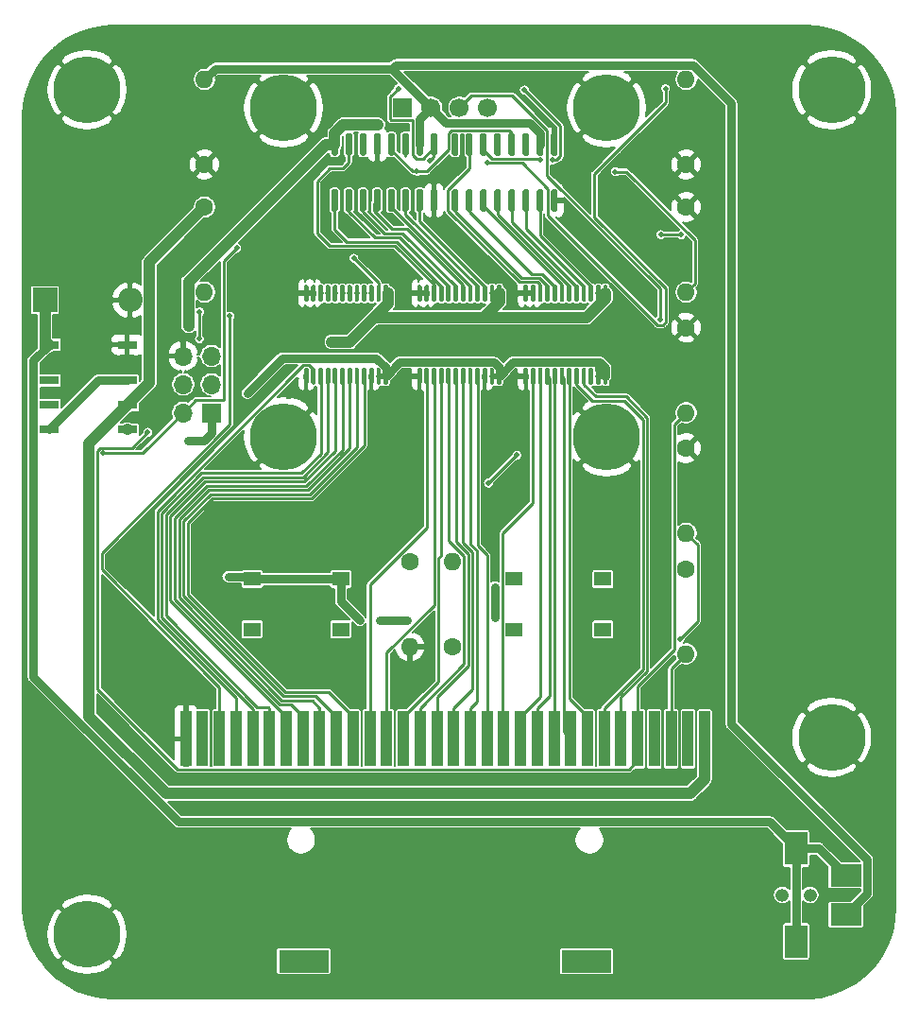
<source format=gbr>
%TF.GenerationSoftware,KiCad,Pcbnew,(5.1.7)-1*%
%TF.CreationDate,2021-08-14T14:26:18+02:00*%
%TF.ProjectId,dumper,64756d70-6572-42e6-9b69-6361645f7063,rev?*%
%TF.SameCoordinates,Original*%
%TF.FileFunction,Copper,L1,Top*%
%TF.FilePolarity,Positive*%
%FSLAX46Y46*%
G04 Gerber Fmt 4.6, Leading zero omitted, Abs format (unit mm)*
G04 Created by KiCad (PCBNEW (5.1.7)-1) date 2021-08-14 14:26:18*
%MOMM*%
%LPD*%
G01*
G04 APERTURE LIST*
%TA.AperFunction,ComponentPad*%
%ADD10C,6.000000*%
%TD*%
%TA.AperFunction,ComponentPad*%
%ADD11R,1.700000X1.700000*%
%TD*%
%TA.AperFunction,ComponentPad*%
%ADD12C,1.700000*%
%TD*%
%TA.AperFunction,ComponentPad*%
%ADD13O,2.200000X2.200000*%
%TD*%
%TA.AperFunction,ComponentPad*%
%ADD14R,2.200000X2.200000*%
%TD*%
%TA.AperFunction,SMDPad,CuDef*%
%ADD15R,1.000000X5.000000*%
%TD*%
%TA.AperFunction,SMDPad,CuDef*%
%ADD16R,4.500000X2.000000*%
%TD*%
%TA.AperFunction,SMDPad,CuDef*%
%ADD17R,2.000000X3.000000*%
%TD*%
%TA.AperFunction,ComponentPad*%
%ADD18O,1.200000X1.200000*%
%TD*%
%TA.AperFunction,SMDPad,CuDef*%
%ADD19R,2.800000X2.000000*%
%TD*%
%TA.AperFunction,SMDPad,CuDef*%
%ADD20R,1.550000X1.300000*%
%TD*%
%TA.AperFunction,ComponentPad*%
%ADD21O,1.600000X1.600000*%
%TD*%
%TA.AperFunction,ComponentPad*%
%ADD22C,1.600000*%
%TD*%
%TA.AperFunction,SMDPad,CuDef*%
%ADD23R,1.800000X0.800000*%
%TD*%
%TA.AperFunction,ComponentPad*%
%ADD24O,1.700000X1.700000*%
%TD*%
%TA.AperFunction,ViaPad*%
%ADD25C,0.500000*%
%TD*%
%TA.AperFunction,ViaPad*%
%ADD26C,0.800000*%
%TD*%
%TA.AperFunction,ViaPad*%
%ADD27C,0.600000*%
%TD*%
%TA.AperFunction,Conductor*%
%ADD28C,0.250000*%
%TD*%
%TA.AperFunction,Conductor*%
%ADD29C,1.000000*%
%TD*%
%TA.AperFunction,Conductor*%
%ADD30C,0.500000*%
%TD*%
%TA.AperFunction,Conductor*%
%ADD31C,0.750000*%
%TD*%
%TA.AperFunction,Conductor*%
%ADD32C,0.210000*%
%TD*%
%TA.AperFunction,Conductor*%
%ADD33C,0.100000*%
%TD*%
G04 APERTURE END LIST*
D10*
%TO.P,REF\u002A\u002A,*%
%TO.N,GND*%
X202280000Y-117340000D03*
%TD*%
%TO.P,REF\u002A\u002A,*%
%TO.N,GND*%
X135540000Y-134970000D03*
%TD*%
%TO.P,REF\u002A\u002A,*%
%TO.N,GND*%
X135540000Y-59340000D03*
%TD*%
%TO.P,REF\u002A\u002A,*%
%TO.N,GND*%
X202280000Y-59340000D03*
%TD*%
%TO.P,A2,*%
%TO.N,GND*%
X153162000Y-60960000D03*
X182118000Y-90424000D03*
X153162000Y-90424000D03*
X182118000Y-60960000D03*
D11*
%TO.P,A2,1*%
X163830000Y-60960000D03*
D12*
%TO.P,A2,2*%
%TO.N,+3V3*%
X166370000Y-60960000D03*
%TO.P,A2,3*%
%TO.N,/Controller/SCL*%
X168910000Y-60960000D03*
%TO.P,A2,4*%
%TO.N,/Controller/SDA*%
X171450000Y-60960000D03*
%TD*%
D13*
%TO.P,D1,2*%
%TO.N,GND*%
X139382500Y-78176120D03*
D14*
%TO.P,D1,1*%
%TO.N,Net-(D1-Pad1)*%
X131762500Y-78176120D03*
%TD*%
D15*
%TO.P,J1,32*%
%TO.N,GND*%
X144390000Y-117460000D03*
%TO.P,J1,31*%
%TO.N,Net-(J1-Pad31)*%
X145890000Y-117460000D03*
%TO.P,J1,30*%
%TO.N,Net-(J1-Pad30)*%
X147390000Y-117460000D03*
%TO.P,J1,29*%
%TO.N,/Cartridge Slot/TD7*%
X148890000Y-117460000D03*
%TO.P,J1,28*%
%TO.N,/Cartridge Slot/TD6*%
X150390000Y-117460000D03*
%TO.P,J1,27*%
%TO.N,/Cartridge Slot/TD5*%
X151890000Y-117460000D03*
%TO.P,J1,26*%
%TO.N,/Cartridge Slot/TD4*%
X153390000Y-117460000D03*
%TO.P,J1,25*%
%TO.N,/Cartridge Slot/TD3*%
X154890000Y-117460000D03*
%TO.P,J1,24*%
%TO.N,/Cartridge Slot/TD2*%
X156390000Y-117460000D03*
%TO.P,J1,23*%
%TO.N,/Cartridge Slot/TD1*%
X157890000Y-117460000D03*
%TO.P,J1,22*%
%TO.N,/Cartridge Slot/TD0*%
X159390000Y-117460000D03*
%TO.P,J1,21*%
%TO.N,/Cartridge Slot/A15*%
X160890000Y-117460000D03*
%TO.P,J1,20*%
%TO.N,/Cartridge Slot/A14*%
X162390000Y-117460000D03*
%TO.P,J1,19*%
%TO.N,/Cartridge Slot/A13*%
X163890000Y-117460000D03*
%TO.P,J1,18*%
%TO.N,/Cartridge Slot/A12*%
X165390000Y-117460000D03*
%TO.P,J1,17*%
%TO.N,/Cartridge Slot/A11*%
X166890000Y-117460000D03*
%TO.P,J1,16*%
%TO.N,/Cartridge Slot/A10*%
X168390000Y-117460000D03*
%TO.P,J1,14*%
%TO.N,/Cartridge Slot/A8*%
X171390000Y-117460000D03*
%TO.P,J1,13*%
%TO.N,/Cartridge Slot/A7*%
X172890000Y-117460000D03*
%TO.P,J1,12*%
%TO.N,/Cartridge Slot/A6*%
X174390000Y-117460000D03*
%TO.P,J1,11*%
%TO.N,/Cartridge Slot/A5*%
X175890000Y-117460000D03*
%TO.P,J1,10*%
%TO.N,/Cartridge Slot/A4*%
X177390000Y-117460000D03*
%TO.P,J1,9*%
%TO.N,/Cartridge Slot/A3*%
X178890000Y-117460000D03*
%TO.P,J1,8*%
%TO.N,/Cartridge Slot/A2*%
X180390000Y-117460000D03*
%TO.P,J1,7*%
%TO.N,/Cartridge Slot/A1*%
X181890000Y-117460000D03*
%TO.P,J1,6*%
%TO.N,/Cartridge Slot/A0*%
X183390000Y-117460000D03*
%TO.P,J1,5*%
%TO.N,/Cartridge Slot/CART_CS*%
X184890000Y-117460000D03*
%TO.P,J1,4*%
%TO.N,/Cartridge Slot/CART_RD*%
X186390000Y-117460000D03*
%TO.P,J1,3*%
%TO.N,/Cartridge Slot/CART_WR*%
X187890000Y-117460000D03*
%TO.P,J1,2*%
%TO.N,Net-(J1-Pad2)*%
X189390000Y-117460000D03*
%TO.P,J1,15*%
%TO.N,/Cartridge Slot/A9*%
X169890000Y-117460000D03*
%TO.P,J1,1*%
%TO.N,/Cart Detection/CART_VCC*%
X190890000Y-117460000D03*
D16*
%TO.P,J1,GND*%
%TO.N,N/C*%
X180322040Y-137380800D03*
X154957960Y-137380800D03*
%TD*%
%TO.P,U5,24*%
%TO.N,+3V3*%
%TA.AperFunction,SMDPad,CuDef*%
G36*
G01*
X162225000Y-84255000D02*
X162425000Y-84255000D01*
G75*
G02*
X162525000Y-84355000I0J-100000D01*
G01*
X162525000Y-85630000D01*
G75*
G02*
X162425000Y-85730000I-100000J0D01*
G01*
X162225000Y-85730000D01*
G75*
G02*
X162125000Y-85630000I0J100000D01*
G01*
X162125000Y-84355000D01*
G75*
G02*
X162225000Y-84255000I100000J0D01*
G01*
G37*
%TD.AperFunction*%
%TO.P,U5,23*%
%TA.AperFunction,SMDPad,CuDef*%
G36*
G01*
X161575000Y-84255000D02*
X161775000Y-84255000D01*
G75*
G02*
X161875000Y-84355000I0J-100000D01*
G01*
X161875000Y-85630000D01*
G75*
G02*
X161775000Y-85730000I-100000J0D01*
G01*
X161575000Y-85730000D01*
G75*
G02*
X161475000Y-85630000I0J100000D01*
G01*
X161475000Y-84355000D01*
G75*
G02*
X161575000Y-84255000I100000J0D01*
G01*
G37*
%TD.AperFunction*%
%TO.P,U5,22*%
%TO.N,GND*%
%TA.AperFunction,SMDPad,CuDef*%
G36*
G01*
X160925000Y-84255000D02*
X161125000Y-84255000D01*
G75*
G02*
X161225000Y-84355000I0J-100000D01*
G01*
X161225000Y-85630000D01*
G75*
G02*
X161125000Y-85730000I-100000J0D01*
G01*
X160925000Y-85730000D01*
G75*
G02*
X160825000Y-85630000I0J100000D01*
G01*
X160825000Y-84355000D01*
G75*
G02*
X160925000Y-84255000I100000J0D01*
G01*
G37*
%TD.AperFunction*%
%TO.P,U5,21*%
%TO.N,/Cartridge Slot/TD0*%
%TA.AperFunction,SMDPad,CuDef*%
G36*
G01*
X160275000Y-84255000D02*
X160475000Y-84255000D01*
G75*
G02*
X160575000Y-84355000I0J-100000D01*
G01*
X160575000Y-85630000D01*
G75*
G02*
X160475000Y-85730000I-100000J0D01*
G01*
X160275000Y-85730000D01*
G75*
G02*
X160175000Y-85630000I0J100000D01*
G01*
X160175000Y-84355000D01*
G75*
G02*
X160275000Y-84255000I100000J0D01*
G01*
G37*
%TD.AperFunction*%
%TO.P,U5,20*%
%TO.N,/Cartridge Slot/TD1*%
%TA.AperFunction,SMDPad,CuDef*%
G36*
G01*
X159625000Y-84255000D02*
X159825000Y-84255000D01*
G75*
G02*
X159925000Y-84355000I0J-100000D01*
G01*
X159925000Y-85630000D01*
G75*
G02*
X159825000Y-85730000I-100000J0D01*
G01*
X159625000Y-85730000D01*
G75*
G02*
X159525000Y-85630000I0J100000D01*
G01*
X159525000Y-84355000D01*
G75*
G02*
X159625000Y-84255000I100000J0D01*
G01*
G37*
%TD.AperFunction*%
%TO.P,U5,19*%
%TO.N,/Cartridge Slot/TD2*%
%TA.AperFunction,SMDPad,CuDef*%
G36*
G01*
X158975000Y-84255000D02*
X159175000Y-84255000D01*
G75*
G02*
X159275000Y-84355000I0J-100000D01*
G01*
X159275000Y-85630000D01*
G75*
G02*
X159175000Y-85730000I-100000J0D01*
G01*
X158975000Y-85730000D01*
G75*
G02*
X158875000Y-85630000I0J100000D01*
G01*
X158875000Y-84355000D01*
G75*
G02*
X158975000Y-84255000I100000J0D01*
G01*
G37*
%TD.AperFunction*%
%TO.P,U5,18*%
%TO.N,/Cartridge Slot/TD3*%
%TA.AperFunction,SMDPad,CuDef*%
G36*
G01*
X158325000Y-84255000D02*
X158525000Y-84255000D01*
G75*
G02*
X158625000Y-84355000I0J-100000D01*
G01*
X158625000Y-85630000D01*
G75*
G02*
X158525000Y-85730000I-100000J0D01*
G01*
X158325000Y-85730000D01*
G75*
G02*
X158225000Y-85630000I0J100000D01*
G01*
X158225000Y-84355000D01*
G75*
G02*
X158325000Y-84255000I100000J0D01*
G01*
G37*
%TD.AperFunction*%
%TO.P,U5,17*%
%TO.N,/Cartridge Slot/TD4*%
%TA.AperFunction,SMDPad,CuDef*%
G36*
G01*
X157675000Y-84255000D02*
X157875000Y-84255000D01*
G75*
G02*
X157975000Y-84355000I0J-100000D01*
G01*
X157975000Y-85630000D01*
G75*
G02*
X157875000Y-85730000I-100000J0D01*
G01*
X157675000Y-85730000D01*
G75*
G02*
X157575000Y-85630000I0J100000D01*
G01*
X157575000Y-84355000D01*
G75*
G02*
X157675000Y-84255000I100000J0D01*
G01*
G37*
%TD.AperFunction*%
%TO.P,U5,16*%
%TO.N,/Cartridge Slot/TD5*%
%TA.AperFunction,SMDPad,CuDef*%
G36*
G01*
X157025000Y-84255000D02*
X157225000Y-84255000D01*
G75*
G02*
X157325000Y-84355000I0J-100000D01*
G01*
X157325000Y-85630000D01*
G75*
G02*
X157225000Y-85730000I-100000J0D01*
G01*
X157025000Y-85730000D01*
G75*
G02*
X156925000Y-85630000I0J100000D01*
G01*
X156925000Y-84355000D01*
G75*
G02*
X157025000Y-84255000I100000J0D01*
G01*
G37*
%TD.AperFunction*%
%TO.P,U5,15*%
%TO.N,/Cartridge Slot/TD6*%
%TA.AperFunction,SMDPad,CuDef*%
G36*
G01*
X156375000Y-84255000D02*
X156575000Y-84255000D01*
G75*
G02*
X156675000Y-84355000I0J-100000D01*
G01*
X156675000Y-85630000D01*
G75*
G02*
X156575000Y-85730000I-100000J0D01*
G01*
X156375000Y-85730000D01*
G75*
G02*
X156275000Y-85630000I0J100000D01*
G01*
X156275000Y-84355000D01*
G75*
G02*
X156375000Y-84255000I100000J0D01*
G01*
G37*
%TD.AperFunction*%
%TO.P,U5,14*%
%TO.N,/Cartridge Slot/TD7*%
%TA.AperFunction,SMDPad,CuDef*%
G36*
G01*
X155725000Y-84255000D02*
X155925000Y-84255000D01*
G75*
G02*
X156025000Y-84355000I0J-100000D01*
G01*
X156025000Y-85630000D01*
G75*
G02*
X155925000Y-85730000I-100000J0D01*
G01*
X155725000Y-85730000D01*
G75*
G02*
X155625000Y-85630000I0J100000D01*
G01*
X155625000Y-84355000D01*
G75*
G02*
X155725000Y-84255000I100000J0D01*
G01*
G37*
%TD.AperFunction*%
%TO.P,U5,13*%
%TO.N,GND*%
%TA.AperFunction,SMDPad,CuDef*%
G36*
G01*
X155075000Y-84255000D02*
X155275000Y-84255000D01*
G75*
G02*
X155375000Y-84355000I0J-100000D01*
G01*
X155375000Y-85630000D01*
G75*
G02*
X155275000Y-85730000I-100000J0D01*
G01*
X155075000Y-85730000D01*
G75*
G02*
X154975000Y-85630000I0J100000D01*
G01*
X154975000Y-84355000D01*
G75*
G02*
X155075000Y-84255000I100000J0D01*
G01*
G37*
%TD.AperFunction*%
%TO.P,U5,12*%
%TA.AperFunction,SMDPad,CuDef*%
G36*
G01*
X155075000Y-76830000D02*
X155275000Y-76830000D01*
G75*
G02*
X155375000Y-76930000I0J-100000D01*
G01*
X155375000Y-78205000D01*
G75*
G02*
X155275000Y-78305000I-100000J0D01*
G01*
X155075000Y-78305000D01*
G75*
G02*
X154975000Y-78205000I0J100000D01*
G01*
X154975000Y-76930000D01*
G75*
G02*
X155075000Y-76830000I100000J0D01*
G01*
G37*
%TD.AperFunction*%
%TO.P,U5,11*%
%TA.AperFunction,SMDPad,CuDef*%
G36*
G01*
X155725000Y-76830000D02*
X155925000Y-76830000D01*
G75*
G02*
X156025000Y-76930000I0J-100000D01*
G01*
X156025000Y-78205000D01*
G75*
G02*
X155925000Y-78305000I-100000J0D01*
G01*
X155725000Y-78305000D01*
G75*
G02*
X155625000Y-78205000I0J100000D01*
G01*
X155625000Y-76930000D01*
G75*
G02*
X155725000Y-76830000I100000J0D01*
G01*
G37*
%TD.AperFunction*%
%TO.P,U5,10*%
%TO.N,/Controller/D7*%
%TA.AperFunction,SMDPad,CuDef*%
G36*
G01*
X156375000Y-76830000D02*
X156575000Y-76830000D01*
G75*
G02*
X156675000Y-76930000I0J-100000D01*
G01*
X156675000Y-78205000D01*
G75*
G02*
X156575000Y-78305000I-100000J0D01*
G01*
X156375000Y-78305000D01*
G75*
G02*
X156275000Y-78205000I0J100000D01*
G01*
X156275000Y-76930000D01*
G75*
G02*
X156375000Y-76830000I100000J0D01*
G01*
G37*
%TD.AperFunction*%
%TO.P,U5,9*%
%TO.N,/Controller/D6*%
%TA.AperFunction,SMDPad,CuDef*%
G36*
G01*
X157025000Y-76830000D02*
X157225000Y-76830000D01*
G75*
G02*
X157325000Y-76930000I0J-100000D01*
G01*
X157325000Y-78205000D01*
G75*
G02*
X157225000Y-78305000I-100000J0D01*
G01*
X157025000Y-78305000D01*
G75*
G02*
X156925000Y-78205000I0J100000D01*
G01*
X156925000Y-76930000D01*
G75*
G02*
X157025000Y-76830000I100000J0D01*
G01*
G37*
%TD.AperFunction*%
%TO.P,U5,8*%
%TO.N,/Controller/D5*%
%TA.AperFunction,SMDPad,CuDef*%
G36*
G01*
X157675000Y-76830000D02*
X157875000Y-76830000D01*
G75*
G02*
X157975000Y-76930000I0J-100000D01*
G01*
X157975000Y-78205000D01*
G75*
G02*
X157875000Y-78305000I-100000J0D01*
G01*
X157675000Y-78305000D01*
G75*
G02*
X157575000Y-78205000I0J100000D01*
G01*
X157575000Y-76930000D01*
G75*
G02*
X157675000Y-76830000I100000J0D01*
G01*
G37*
%TD.AperFunction*%
%TO.P,U5,7*%
%TO.N,/Controller/D4*%
%TA.AperFunction,SMDPad,CuDef*%
G36*
G01*
X158325000Y-76830000D02*
X158525000Y-76830000D01*
G75*
G02*
X158625000Y-76930000I0J-100000D01*
G01*
X158625000Y-78205000D01*
G75*
G02*
X158525000Y-78305000I-100000J0D01*
G01*
X158325000Y-78305000D01*
G75*
G02*
X158225000Y-78205000I0J100000D01*
G01*
X158225000Y-76930000D01*
G75*
G02*
X158325000Y-76830000I100000J0D01*
G01*
G37*
%TD.AperFunction*%
%TO.P,U5,6*%
%TO.N,/Controller/D3*%
%TA.AperFunction,SMDPad,CuDef*%
G36*
G01*
X158975000Y-76830000D02*
X159175000Y-76830000D01*
G75*
G02*
X159275000Y-76930000I0J-100000D01*
G01*
X159275000Y-78205000D01*
G75*
G02*
X159175000Y-78305000I-100000J0D01*
G01*
X158975000Y-78305000D01*
G75*
G02*
X158875000Y-78205000I0J100000D01*
G01*
X158875000Y-76930000D01*
G75*
G02*
X158975000Y-76830000I100000J0D01*
G01*
G37*
%TD.AperFunction*%
%TO.P,U5,5*%
%TO.N,/Controller/D2*%
%TA.AperFunction,SMDPad,CuDef*%
G36*
G01*
X159625000Y-76830000D02*
X159825000Y-76830000D01*
G75*
G02*
X159925000Y-76930000I0J-100000D01*
G01*
X159925000Y-78205000D01*
G75*
G02*
X159825000Y-78305000I-100000J0D01*
G01*
X159625000Y-78305000D01*
G75*
G02*
X159525000Y-78205000I0J100000D01*
G01*
X159525000Y-76930000D01*
G75*
G02*
X159625000Y-76830000I100000J0D01*
G01*
G37*
%TD.AperFunction*%
%TO.P,U5,4*%
%TO.N,/Controller/D1*%
%TA.AperFunction,SMDPad,CuDef*%
G36*
G01*
X160275000Y-76830000D02*
X160475000Y-76830000D01*
G75*
G02*
X160575000Y-76930000I0J-100000D01*
G01*
X160575000Y-78205000D01*
G75*
G02*
X160475000Y-78305000I-100000J0D01*
G01*
X160275000Y-78305000D01*
G75*
G02*
X160175000Y-78205000I0J100000D01*
G01*
X160175000Y-76930000D01*
G75*
G02*
X160275000Y-76830000I100000J0D01*
G01*
G37*
%TD.AperFunction*%
%TO.P,U5,3*%
%TO.N,/Controller/D0*%
%TA.AperFunction,SMDPad,CuDef*%
G36*
G01*
X160925000Y-76830000D02*
X161125000Y-76830000D01*
G75*
G02*
X161225000Y-76930000I0J-100000D01*
G01*
X161225000Y-78205000D01*
G75*
G02*
X161125000Y-78305000I-100000J0D01*
G01*
X160925000Y-78305000D01*
G75*
G02*
X160825000Y-78205000I0J100000D01*
G01*
X160825000Y-76930000D01*
G75*
G02*
X160925000Y-76830000I100000J0D01*
G01*
G37*
%TD.AperFunction*%
%TO.P,U5,2*%
%TO.N,/Controller/SWITCH_TRANSCEIVER*%
%TA.AperFunction,SMDPad,CuDef*%
G36*
G01*
X161575000Y-76830000D02*
X161775000Y-76830000D01*
G75*
G02*
X161875000Y-76930000I0J-100000D01*
G01*
X161875000Y-78205000D01*
G75*
G02*
X161775000Y-78305000I-100000J0D01*
G01*
X161575000Y-78305000D01*
G75*
G02*
X161475000Y-78205000I0J100000D01*
G01*
X161475000Y-76930000D01*
G75*
G02*
X161575000Y-76830000I100000J0D01*
G01*
G37*
%TD.AperFunction*%
%TO.P,U5,1*%
%TO.N,+5V*%
%TA.AperFunction,SMDPad,CuDef*%
G36*
G01*
X162225000Y-76830000D02*
X162425000Y-76830000D01*
G75*
G02*
X162525000Y-76930000I0J-100000D01*
G01*
X162525000Y-78205000D01*
G75*
G02*
X162425000Y-78305000I-100000J0D01*
G01*
X162225000Y-78305000D01*
G75*
G02*
X162125000Y-78205000I0J100000D01*
G01*
X162125000Y-76930000D01*
G75*
G02*
X162225000Y-76830000I100000J0D01*
G01*
G37*
%TD.AperFunction*%
%TD*%
%TO.P,U4,24*%
%TO.N,+3V3*%
%TA.AperFunction,SMDPad,CuDef*%
G36*
G01*
X172385000Y-84255000D02*
X172585000Y-84255000D01*
G75*
G02*
X172685000Y-84355000I0J-100000D01*
G01*
X172685000Y-85630000D01*
G75*
G02*
X172585000Y-85730000I-100000J0D01*
G01*
X172385000Y-85730000D01*
G75*
G02*
X172285000Y-85630000I0J100000D01*
G01*
X172285000Y-84355000D01*
G75*
G02*
X172385000Y-84255000I100000J0D01*
G01*
G37*
%TD.AperFunction*%
%TO.P,U4,23*%
%TA.AperFunction,SMDPad,CuDef*%
G36*
G01*
X171735000Y-84255000D02*
X171935000Y-84255000D01*
G75*
G02*
X172035000Y-84355000I0J-100000D01*
G01*
X172035000Y-85630000D01*
G75*
G02*
X171935000Y-85730000I-100000J0D01*
G01*
X171735000Y-85730000D01*
G75*
G02*
X171635000Y-85630000I0J100000D01*
G01*
X171635000Y-84355000D01*
G75*
G02*
X171735000Y-84255000I100000J0D01*
G01*
G37*
%TD.AperFunction*%
%TO.P,U4,22*%
%TO.N,GND*%
%TA.AperFunction,SMDPad,CuDef*%
G36*
G01*
X171085000Y-84255000D02*
X171285000Y-84255000D01*
G75*
G02*
X171385000Y-84355000I0J-100000D01*
G01*
X171385000Y-85630000D01*
G75*
G02*
X171285000Y-85730000I-100000J0D01*
G01*
X171085000Y-85730000D01*
G75*
G02*
X170985000Y-85630000I0J100000D01*
G01*
X170985000Y-84355000D01*
G75*
G02*
X171085000Y-84255000I100000J0D01*
G01*
G37*
%TD.AperFunction*%
%TO.P,U4,21*%
%TO.N,/Cartridge Slot/A8*%
%TA.AperFunction,SMDPad,CuDef*%
G36*
G01*
X170435000Y-84255000D02*
X170635000Y-84255000D01*
G75*
G02*
X170735000Y-84355000I0J-100000D01*
G01*
X170735000Y-85630000D01*
G75*
G02*
X170635000Y-85730000I-100000J0D01*
G01*
X170435000Y-85730000D01*
G75*
G02*
X170335000Y-85630000I0J100000D01*
G01*
X170335000Y-84355000D01*
G75*
G02*
X170435000Y-84255000I100000J0D01*
G01*
G37*
%TD.AperFunction*%
%TO.P,U4,20*%
%TO.N,/Cartridge Slot/A9*%
%TA.AperFunction,SMDPad,CuDef*%
G36*
G01*
X169785000Y-84255000D02*
X169985000Y-84255000D01*
G75*
G02*
X170085000Y-84355000I0J-100000D01*
G01*
X170085000Y-85630000D01*
G75*
G02*
X169985000Y-85730000I-100000J0D01*
G01*
X169785000Y-85730000D01*
G75*
G02*
X169685000Y-85630000I0J100000D01*
G01*
X169685000Y-84355000D01*
G75*
G02*
X169785000Y-84255000I100000J0D01*
G01*
G37*
%TD.AperFunction*%
%TO.P,U4,19*%
%TO.N,/Cartridge Slot/A10*%
%TA.AperFunction,SMDPad,CuDef*%
G36*
G01*
X169135000Y-84255000D02*
X169335000Y-84255000D01*
G75*
G02*
X169435000Y-84355000I0J-100000D01*
G01*
X169435000Y-85630000D01*
G75*
G02*
X169335000Y-85730000I-100000J0D01*
G01*
X169135000Y-85730000D01*
G75*
G02*
X169035000Y-85630000I0J100000D01*
G01*
X169035000Y-84355000D01*
G75*
G02*
X169135000Y-84255000I100000J0D01*
G01*
G37*
%TD.AperFunction*%
%TO.P,U4,18*%
%TO.N,/Cartridge Slot/A11*%
%TA.AperFunction,SMDPad,CuDef*%
G36*
G01*
X168485000Y-84255000D02*
X168685000Y-84255000D01*
G75*
G02*
X168785000Y-84355000I0J-100000D01*
G01*
X168785000Y-85630000D01*
G75*
G02*
X168685000Y-85730000I-100000J0D01*
G01*
X168485000Y-85730000D01*
G75*
G02*
X168385000Y-85630000I0J100000D01*
G01*
X168385000Y-84355000D01*
G75*
G02*
X168485000Y-84255000I100000J0D01*
G01*
G37*
%TD.AperFunction*%
%TO.P,U4,17*%
%TO.N,/Cartridge Slot/A12*%
%TA.AperFunction,SMDPad,CuDef*%
G36*
G01*
X167835000Y-84255000D02*
X168035000Y-84255000D01*
G75*
G02*
X168135000Y-84355000I0J-100000D01*
G01*
X168135000Y-85630000D01*
G75*
G02*
X168035000Y-85730000I-100000J0D01*
G01*
X167835000Y-85730000D01*
G75*
G02*
X167735000Y-85630000I0J100000D01*
G01*
X167735000Y-84355000D01*
G75*
G02*
X167835000Y-84255000I100000J0D01*
G01*
G37*
%TD.AperFunction*%
%TO.P,U4,16*%
%TO.N,/Cartridge Slot/A13*%
%TA.AperFunction,SMDPad,CuDef*%
G36*
G01*
X167185000Y-84255000D02*
X167385000Y-84255000D01*
G75*
G02*
X167485000Y-84355000I0J-100000D01*
G01*
X167485000Y-85630000D01*
G75*
G02*
X167385000Y-85730000I-100000J0D01*
G01*
X167185000Y-85730000D01*
G75*
G02*
X167085000Y-85630000I0J100000D01*
G01*
X167085000Y-84355000D01*
G75*
G02*
X167185000Y-84255000I100000J0D01*
G01*
G37*
%TD.AperFunction*%
%TO.P,U4,15*%
%TO.N,/Cartridge Slot/A14*%
%TA.AperFunction,SMDPad,CuDef*%
G36*
G01*
X166535000Y-84255000D02*
X166735000Y-84255000D01*
G75*
G02*
X166835000Y-84355000I0J-100000D01*
G01*
X166835000Y-85630000D01*
G75*
G02*
X166735000Y-85730000I-100000J0D01*
G01*
X166535000Y-85730000D01*
G75*
G02*
X166435000Y-85630000I0J100000D01*
G01*
X166435000Y-84355000D01*
G75*
G02*
X166535000Y-84255000I100000J0D01*
G01*
G37*
%TD.AperFunction*%
%TO.P,U4,14*%
%TO.N,/Cartridge Slot/A15*%
%TA.AperFunction,SMDPad,CuDef*%
G36*
G01*
X165885000Y-84255000D02*
X166085000Y-84255000D01*
G75*
G02*
X166185000Y-84355000I0J-100000D01*
G01*
X166185000Y-85630000D01*
G75*
G02*
X166085000Y-85730000I-100000J0D01*
G01*
X165885000Y-85730000D01*
G75*
G02*
X165785000Y-85630000I0J100000D01*
G01*
X165785000Y-84355000D01*
G75*
G02*
X165885000Y-84255000I100000J0D01*
G01*
G37*
%TD.AperFunction*%
%TO.P,U4,13*%
%TO.N,GND*%
%TA.AperFunction,SMDPad,CuDef*%
G36*
G01*
X165235000Y-84255000D02*
X165435000Y-84255000D01*
G75*
G02*
X165535000Y-84355000I0J-100000D01*
G01*
X165535000Y-85630000D01*
G75*
G02*
X165435000Y-85730000I-100000J0D01*
G01*
X165235000Y-85730000D01*
G75*
G02*
X165135000Y-85630000I0J100000D01*
G01*
X165135000Y-84355000D01*
G75*
G02*
X165235000Y-84255000I100000J0D01*
G01*
G37*
%TD.AperFunction*%
%TO.P,U4,12*%
%TA.AperFunction,SMDPad,CuDef*%
G36*
G01*
X165235000Y-76830000D02*
X165435000Y-76830000D01*
G75*
G02*
X165535000Y-76930000I0J-100000D01*
G01*
X165535000Y-78205000D01*
G75*
G02*
X165435000Y-78305000I-100000J0D01*
G01*
X165235000Y-78305000D01*
G75*
G02*
X165135000Y-78205000I0J100000D01*
G01*
X165135000Y-76930000D01*
G75*
G02*
X165235000Y-76830000I100000J0D01*
G01*
G37*
%TD.AperFunction*%
%TO.P,U4,11*%
%TA.AperFunction,SMDPad,CuDef*%
G36*
G01*
X165885000Y-76830000D02*
X166085000Y-76830000D01*
G75*
G02*
X166185000Y-76930000I0J-100000D01*
G01*
X166185000Y-78205000D01*
G75*
G02*
X166085000Y-78305000I-100000J0D01*
G01*
X165885000Y-78305000D01*
G75*
G02*
X165785000Y-78205000I0J100000D01*
G01*
X165785000Y-76930000D01*
G75*
G02*
X165885000Y-76830000I100000J0D01*
G01*
G37*
%TD.AperFunction*%
%TO.P,U4,10*%
%TO.N,/Data I/O/QA_A*%
%TA.AperFunction,SMDPad,CuDef*%
G36*
G01*
X166535000Y-76830000D02*
X166735000Y-76830000D01*
G75*
G02*
X166835000Y-76930000I0J-100000D01*
G01*
X166835000Y-78205000D01*
G75*
G02*
X166735000Y-78305000I-100000J0D01*
G01*
X166535000Y-78305000D01*
G75*
G02*
X166435000Y-78205000I0J100000D01*
G01*
X166435000Y-76930000D01*
G75*
G02*
X166535000Y-76830000I100000J0D01*
G01*
G37*
%TD.AperFunction*%
%TO.P,U4,9*%
%TO.N,/Data I/O/QB_A*%
%TA.AperFunction,SMDPad,CuDef*%
G36*
G01*
X167185000Y-76830000D02*
X167385000Y-76830000D01*
G75*
G02*
X167485000Y-76930000I0J-100000D01*
G01*
X167485000Y-78205000D01*
G75*
G02*
X167385000Y-78305000I-100000J0D01*
G01*
X167185000Y-78305000D01*
G75*
G02*
X167085000Y-78205000I0J100000D01*
G01*
X167085000Y-76930000D01*
G75*
G02*
X167185000Y-76830000I100000J0D01*
G01*
G37*
%TD.AperFunction*%
%TO.P,U4,8*%
%TO.N,/Data I/O/QC_A*%
%TA.AperFunction,SMDPad,CuDef*%
G36*
G01*
X167835000Y-76830000D02*
X168035000Y-76830000D01*
G75*
G02*
X168135000Y-76930000I0J-100000D01*
G01*
X168135000Y-78205000D01*
G75*
G02*
X168035000Y-78305000I-100000J0D01*
G01*
X167835000Y-78305000D01*
G75*
G02*
X167735000Y-78205000I0J100000D01*
G01*
X167735000Y-76930000D01*
G75*
G02*
X167835000Y-76830000I100000J0D01*
G01*
G37*
%TD.AperFunction*%
%TO.P,U4,7*%
%TO.N,/Data I/O/QD_A*%
%TA.AperFunction,SMDPad,CuDef*%
G36*
G01*
X168485000Y-76830000D02*
X168685000Y-76830000D01*
G75*
G02*
X168785000Y-76930000I0J-100000D01*
G01*
X168785000Y-78205000D01*
G75*
G02*
X168685000Y-78305000I-100000J0D01*
G01*
X168485000Y-78305000D01*
G75*
G02*
X168385000Y-78205000I0J100000D01*
G01*
X168385000Y-76930000D01*
G75*
G02*
X168485000Y-76830000I100000J0D01*
G01*
G37*
%TD.AperFunction*%
%TO.P,U4,6*%
%TO.N,/Data I/O/QE_A*%
%TA.AperFunction,SMDPad,CuDef*%
G36*
G01*
X169135000Y-76830000D02*
X169335000Y-76830000D01*
G75*
G02*
X169435000Y-76930000I0J-100000D01*
G01*
X169435000Y-78205000D01*
G75*
G02*
X169335000Y-78305000I-100000J0D01*
G01*
X169135000Y-78305000D01*
G75*
G02*
X169035000Y-78205000I0J100000D01*
G01*
X169035000Y-76930000D01*
G75*
G02*
X169135000Y-76830000I100000J0D01*
G01*
G37*
%TD.AperFunction*%
%TO.P,U4,5*%
%TO.N,/Data I/O/QF_A*%
%TA.AperFunction,SMDPad,CuDef*%
G36*
G01*
X169785000Y-76830000D02*
X169985000Y-76830000D01*
G75*
G02*
X170085000Y-76930000I0J-100000D01*
G01*
X170085000Y-78205000D01*
G75*
G02*
X169985000Y-78305000I-100000J0D01*
G01*
X169785000Y-78305000D01*
G75*
G02*
X169685000Y-78205000I0J100000D01*
G01*
X169685000Y-76930000D01*
G75*
G02*
X169785000Y-76830000I100000J0D01*
G01*
G37*
%TD.AperFunction*%
%TO.P,U4,4*%
%TO.N,/Data I/O/QG_A*%
%TA.AperFunction,SMDPad,CuDef*%
G36*
G01*
X170435000Y-76830000D02*
X170635000Y-76830000D01*
G75*
G02*
X170735000Y-76930000I0J-100000D01*
G01*
X170735000Y-78205000D01*
G75*
G02*
X170635000Y-78305000I-100000J0D01*
G01*
X170435000Y-78305000D01*
G75*
G02*
X170335000Y-78205000I0J100000D01*
G01*
X170335000Y-76930000D01*
G75*
G02*
X170435000Y-76830000I100000J0D01*
G01*
G37*
%TD.AperFunction*%
%TO.P,U4,3*%
%TO.N,/Data I/O/QH_A*%
%TA.AperFunction,SMDPad,CuDef*%
G36*
G01*
X171085000Y-76830000D02*
X171285000Y-76830000D01*
G75*
G02*
X171385000Y-76930000I0J-100000D01*
G01*
X171385000Y-78205000D01*
G75*
G02*
X171285000Y-78305000I-100000J0D01*
G01*
X171085000Y-78305000D01*
G75*
G02*
X170985000Y-78205000I0J100000D01*
G01*
X170985000Y-76930000D01*
G75*
G02*
X171085000Y-76830000I100000J0D01*
G01*
G37*
%TD.AperFunction*%
%TO.P,U4,2*%
%TO.N,+5V*%
%TA.AperFunction,SMDPad,CuDef*%
G36*
G01*
X171735000Y-76830000D02*
X171935000Y-76830000D01*
G75*
G02*
X172035000Y-76930000I0J-100000D01*
G01*
X172035000Y-78205000D01*
G75*
G02*
X171935000Y-78305000I-100000J0D01*
G01*
X171735000Y-78305000D01*
G75*
G02*
X171635000Y-78205000I0J100000D01*
G01*
X171635000Y-76930000D01*
G75*
G02*
X171735000Y-76830000I100000J0D01*
G01*
G37*
%TD.AperFunction*%
%TO.P,U4,1*%
%TA.AperFunction,SMDPad,CuDef*%
G36*
G01*
X172385000Y-76830000D02*
X172585000Y-76830000D01*
G75*
G02*
X172685000Y-76930000I0J-100000D01*
G01*
X172685000Y-78205000D01*
G75*
G02*
X172585000Y-78305000I-100000J0D01*
G01*
X172385000Y-78305000D01*
G75*
G02*
X172285000Y-78205000I0J100000D01*
G01*
X172285000Y-76930000D01*
G75*
G02*
X172385000Y-76830000I100000J0D01*
G01*
G37*
%TD.AperFunction*%
%TD*%
%TO.P,U3,16*%
%TO.N,+5V*%
%TA.AperFunction,SMDPad,CuDef*%
G36*
G01*
X157881460Y-65238500D02*
X157581460Y-65238500D01*
G75*
G02*
X157431460Y-65088500I0J150000D01*
G01*
X157431460Y-63388500D01*
G75*
G02*
X157581460Y-63238500I150000J0D01*
G01*
X157881460Y-63238500D01*
G75*
G02*
X158031460Y-63388500I0J-150000D01*
G01*
X158031460Y-65088500D01*
G75*
G02*
X157881460Y-65238500I-150000J0D01*
G01*
G37*
%TD.AperFunction*%
%TO.P,U3,15*%
%TO.N,/Data I/O/QA_A*%
%TA.AperFunction,SMDPad,CuDef*%
G36*
G01*
X159151460Y-65238500D02*
X158851460Y-65238500D01*
G75*
G02*
X158701460Y-65088500I0J150000D01*
G01*
X158701460Y-63388500D01*
G75*
G02*
X158851460Y-63238500I150000J0D01*
G01*
X159151460Y-63238500D01*
G75*
G02*
X159301460Y-63388500I0J-150000D01*
G01*
X159301460Y-65088500D01*
G75*
G02*
X159151460Y-65238500I-150000J0D01*
G01*
G37*
%TD.AperFunction*%
%TO.P,U3,14*%
%TO.N,/Controller/ADDRESS_DATA*%
%TA.AperFunction,SMDPad,CuDef*%
G36*
G01*
X160421460Y-65238500D02*
X160121460Y-65238500D01*
G75*
G02*
X159971460Y-65088500I0J150000D01*
G01*
X159971460Y-63388500D01*
G75*
G02*
X160121460Y-63238500I150000J0D01*
G01*
X160421460Y-63238500D01*
G75*
G02*
X160571460Y-63388500I0J-150000D01*
G01*
X160571460Y-65088500D01*
G75*
G02*
X160421460Y-65238500I-150000J0D01*
G01*
G37*
%TD.AperFunction*%
%TO.P,U3,13*%
%TO.N,GND*%
%TA.AperFunction,SMDPad,CuDef*%
G36*
G01*
X161691460Y-65238500D02*
X161391460Y-65238500D01*
G75*
G02*
X161241460Y-65088500I0J150000D01*
G01*
X161241460Y-63388500D01*
G75*
G02*
X161391460Y-63238500I150000J0D01*
G01*
X161691460Y-63238500D01*
G75*
G02*
X161841460Y-63388500I0J-150000D01*
G01*
X161841460Y-65088500D01*
G75*
G02*
X161691460Y-65238500I-150000J0D01*
G01*
G37*
%TD.AperFunction*%
%TO.P,U3,12*%
%TO.N,/Controller/ADDRESS_LATCH*%
%TA.AperFunction,SMDPad,CuDef*%
G36*
G01*
X162961460Y-65238500D02*
X162661460Y-65238500D01*
G75*
G02*
X162511460Y-65088500I0J150000D01*
G01*
X162511460Y-63388500D01*
G75*
G02*
X162661460Y-63238500I150000J0D01*
G01*
X162961460Y-63238500D01*
G75*
G02*
X163111460Y-63388500I0J-150000D01*
G01*
X163111460Y-65088500D01*
G75*
G02*
X162961460Y-65238500I-150000J0D01*
G01*
G37*
%TD.AperFunction*%
%TO.P,U3,11*%
%TO.N,/Controller/ADDRESS_CLK*%
%TA.AperFunction,SMDPad,CuDef*%
G36*
G01*
X164231460Y-65238500D02*
X163931460Y-65238500D01*
G75*
G02*
X163781460Y-65088500I0J150000D01*
G01*
X163781460Y-63388500D01*
G75*
G02*
X163931460Y-63238500I150000J0D01*
G01*
X164231460Y-63238500D01*
G75*
G02*
X164381460Y-63388500I0J-150000D01*
G01*
X164381460Y-65088500D01*
G75*
G02*
X164231460Y-65238500I-150000J0D01*
G01*
G37*
%TD.AperFunction*%
%TO.P,U3,10*%
%TO.N,+3V3*%
%TA.AperFunction,SMDPad,CuDef*%
G36*
G01*
X165501460Y-65238500D02*
X165201460Y-65238500D01*
G75*
G02*
X165051460Y-65088500I0J150000D01*
G01*
X165051460Y-63388500D01*
G75*
G02*
X165201460Y-63238500I150000J0D01*
G01*
X165501460Y-63238500D01*
G75*
G02*
X165651460Y-63388500I0J-150000D01*
G01*
X165651460Y-65088500D01*
G75*
G02*
X165501460Y-65238500I-150000J0D01*
G01*
G37*
%TD.AperFunction*%
%TO.P,U3,9*%
%TO.N,Net-(U1-Pad14)*%
%TA.AperFunction,SMDPad,CuDef*%
G36*
G01*
X166771460Y-65238500D02*
X166471460Y-65238500D01*
G75*
G02*
X166321460Y-65088500I0J150000D01*
G01*
X166321460Y-63388500D01*
G75*
G02*
X166471460Y-63238500I150000J0D01*
G01*
X166771460Y-63238500D01*
G75*
G02*
X166921460Y-63388500I0J-150000D01*
G01*
X166921460Y-65088500D01*
G75*
G02*
X166771460Y-65238500I-150000J0D01*
G01*
G37*
%TD.AperFunction*%
%TO.P,U3,8*%
%TO.N,GND*%
%TA.AperFunction,SMDPad,CuDef*%
G36*
G01*
X166771460Y-70238500D02*
X166471460Y-70238500D01*
G75*
G02*
X166321460Y-70088500I0J150000D01*
G01*
X166321460Y-68388500D01*
G75*
G02*
X166471460Y-68238500I150000J0D01*
G01*
X166771460Y-68238500D01*
G75*
G02*
X166921460Y-68388500I0J-150000D01*
G01*
X166921460Y-70088500D01*
G75*
G02*
X166771460Y-70238500I-150000J0D01*
G01*
G37*
%TD.AperFunction*%
%TO.P,U3,7*%
%TO.N,/Data I/O/QH_A*%
%TA.AperFunction,SMDPad,CuDef*%
G36*
G01*
X165501460Y-70238500D02*
X165201460Y-70238500D01*
G75*
G02*
X165051460Y-70088500I0J150000D01*
G01*
X165051460Y-68388500D01*
G75*
G02*
X165201460Y-68238500I150000J0D01*
G01*
X165501460Y-68238500D01*
G75*
G02*
X165651460Y-68388500I0J-150000D01*
G01*
X165651460Y-70088500D01*
G75*
G02*
X165501460Y-70238500I-150000J0D01*
G01*
G37*
%TD.AperFunction*%
%TO.P,U3,6*%
%TO.N,/Data I/O/QG_A*%
%TA.AperFunction,SMDPad,CuDef*%
G36*
G01*
X164231460Y-70238500D02*
X163931460Y-70238500D01*
G75*
G02*
X163781460Y-70088500I0J150000D01*
G01*
X163781460Y-68388500D01*
G75*
G02*
X163931460Y-68238500I150000J0D01*
G01*
X164231460Y-68238500D01*
G75*
G02*
X164381460Y-68388500I0J-150000D01*
G01*
X164381460Y-70088500D01*
G75*
G02*
X164231460Y-70238500I-150000J0D01*
G01*
G37*
%TD.AperFunction*%
%TO.P,U3,5*%
%TO.N,/Data I/O/QF_A*%
%TA.AperFunction,SMDPad,CuDef*%
G36*
G01*
X162961460Y-70238500D02*
X162661460Y-70238500D01*
G75*
G02*
X162511460Y-70088500I0J150000D01*
G01*
X162511460Y-68388500D01*
G75*
G02*
X162661460Y-68238500I150000J0D01*
G01*
X162961460Y-68238500D01*
G75*
G02*
X163111460Y-68388500I0J-150000D01*
G01*
X163111460Y-70088500D01*
G75*
G02*
X162961460Y-70238500I-150000J0D01*
G01*
G37*
%TD.AperFunction*%
%TO.P,U3,4*%
%TO.N,/Data I/O/QE_A*%
%TA.AperFunction,SMDPad,CuDef*%
G36*
G01*
X161691460Y-70238500D02*
X161391460Y-70238500D01*
G75*
G02*
X161241460Y-70088500I0J150000D01*
G01*
X161241460Y-68388500D01*
G75*
G02*
X161391460Y-68238500I150000J0D01*
G01*
X161691460Y-68238500D01*
G75*
G02*
X161841460Y-68388500I0J-150000D01*
G01*
X161841460Y-70088500D01*
G75*
G02*
X161691460Y-70238500I-150000J0D01*
G01*
G37*
%TD.AperFunction*%
%TO.P,U3,3*%
%TO.N,/Data I/O/QD_A*%
%TA.AperFunction,SMDPad,CuDef*%
G36*
G01*
X160421460Y-70238500D02*
X160121460Y-70238500D01*
G75*
G02*
X159971460Y-70088500I0J150000D01*
G01*
X159971460Y-68388500D01*
G75*
G02*
X160121460Y-68238500I150000J0D01*
G01*
X160421460Y-68238500D01*
G75*
G02*
X160571460Y-68388500I0J-150000D01*
G01*
X160571460Y-70088500D01*
G75*
G02*
X160421460Y-70238500I-150000J0D01*
G01*
G37*
%TD.AperFunction*%
%TO.P,U3,2*%
%TO.N,/Data I/O/QC_A*%
%TA.AperFunction,SMDPad,CuDef*%
G36*
G01*
X159151460Y-70238500D02*
X158851460Y-70238500D01*
G75*
G02*
X158701460Y-70088500I0J150000D01*
G01*
X158701460Y-68388500D01*
G75*
G02*
X158851460Y-68238500I150000J0D01*
G01*
X159151460Y-68238500D01*
G75*
G02*
X159301460Y-68388500I0J-150000D01*
G01*
X159301460Y-70088500D01*
G75*
G02*
X159151460Y-70238500I-150000J0D01*
G01*
G37*
%TD.AperFunction*%
%TO.P,U3,1*%
%TO.N,/Data I/O/QB_A*%
%TA.AperFunction,SMDPad,CuDef*%
G36*
G01*
X157881460Y-70238500D02*
X157581460Y-70238500D01*
G75*
G02*
X157431460Y-70088500I0J150000D01*
G01*
X157431460Y-68388500D01*
G75*
G02*
X157581460Y-68238500I150000J0D01*
G01*
X157881460Y-68238500D01*
G75*
G02*
X158031460Y-68388500I0J-150000D01*
G01*
X158031460Y-70088500D01*
G75*
G02*
X157881460Y-70238500I-150000J0D01*
G01*
G37*
%TD.AperFunction*%
%TD*%
%TO.P,U2,24*%
%TO.N,+3V3*%
%TA.AperFunction,SMDPad,CuDef*%
G36*
G01*
X181910000Y-84255000D02*
X182110000Y-84255000D01*
G75*
G02*
X182210000Y-84355000I0J-100000D01*
G01*
X182210000Y-85630000D01*
G75*
G02*
X182110000Y-85730000I-100000J0D01*
G01*
X181910000Y-85730000D01*
G75*
G02*
X181810000Y-85630000I0J100000D01*
G01*
X181810000Y-84355000D01*
G75*
G02*
X181910000Y-84255000I100000J0D01*
G01*
G37*
%TD.AperFunction*%
%TO.P,U2,23*%
%TA.AperFunction,SMDPad,CuDef*%
G36*
G01*
X181260000Y-84255000D02*
X181460000Y-84255000D01*
G75*
G02*
X181560000Y-84355000I0J-100000D01*
G01*
X181560000Y-85630000D01*
G75*
G02*
X181460000Y-85730000I-100000J0D01*
G01*
X181260000Y-85730000D01*
G75*
G02*
X181160000Y-85630000I0J100000D01*
G01*
X181160000Y-84355000D01*
G75*
G02*
X181260000Y-84255000I100000J0D01*
G01*
G37*
%TD.AperFunction*%
%TO.P,U2,22*%
%TO.N,Net-(U2-Pad22)*%
%TA.AperFunction,SMDPad,CuDef*%
G36*
G01*
X180610000Y-84255000D02*
X180810000Y-84255000D01*
G75*
G02*
X180910000Y-84355000I0J-100000D01*
G01*
X180910000Y-85630000D01*
G75*
G02*
X180810000Y-85730000I-100000J0D01*
G01*
X180610000Y-85730000D01*
G75*
G02*
X180510000Y-85630000I0J100000D01*
G01*
X180510000Y-84355000D01*
G75*
G02*
X180610000Y-84255000I100000J0D01*
G01*
G37*
%TD.AperFunction*%
%TO.P,U2,21*%
%TO.N,/Cartridge Slot/A0*%
%TA.AperFunction,SMDPad,CuDef*%
G36*
G01*
X179960000Y-84255000D02*
X180160000Y-84255000D01*
G75*
G02*
X180260000Y-84355000I0J-100000D01*
G01*
X180260000Y-85630000D01*
G75*
G02*
X180160000Y-85730000I-100000J0D01*
G01*
X179960000Y-85730000D01*
G75*
G02*
X179860000Y-85630000I0J100000D01*
G01*
X179860000Y-84355000D01*
G75*
G02*
X179960000Y-84255000I100000J0D01*
G01*
G37*
%TD.AperFunction*%
%TO.P,U2,20*%
%TO.N,/Cartridge Slot/A1*%
%TA.AperFunction,SMDPad,CuDef*%
G36*
G01*
X179310000Y-84255000D02*
X179510000Y-84255000D01*
G75*
G02*
X179610000Y-84355000I0J-100000D01*
G01*
X179610000Y-85630000D01*
G75*
G02*
X179510000Y-85730000I-100000J0D01*
G01*
X179310000Y-85730000D01*
G75*
G02*
X179210000Y-85630000I0J100000D01*
G01*
X179210000Y-84355000D01*
G75*
G02*
X179310000Y-84255000I100000J0D01*
G01*
G37*
%TD.AperFunction*%
%TO.P,U2,19*%
%TO.N,/Cartridge Slot/A2*%
%TA.AperFunction,SMDPad,CuDef*%
G36*
G01*
X178660000Y-84255000D02*
X178860000Y-84255000D01*
G75*
G02*
X178960000Y-84355000I0J-100000D01*
G01*
X178960000Y-85630000D01*
G75*
G02*
X178860000Y-85730000I-100000J0D01*
G01*
X178660000Y-85730000D01*
G75*
G02*
X178560000Y-85630000I0J100000D01*
G01*
X178560000Y-84355000D01*
G75*
G02*
X178660000Y-84255000I100000J0D01*
G01*
G37*
%TD.AperFunction*%
%TO.P,U2,18*%
%TO.N,/Cartridge Slot/A3*%
%TA.AperFunction,SMDPad,CuDef*%
G36*
G01*
X178010000Y-84255000D02*
X178210000Y-84255000D01*
G75*
G02*
X178310000Y-84355000I0J-100000D01*
G01*
X178310000Y-85630000D01*
G75*
G02*
X178210000Y-85730000I-100000J0D01*
G01*
X178010000Y-85730000D01*
G75*
G02*
X177910000Y-85630000I0J100000D01*
G01*
X177910000Y-84355000D01*
G75*
G02*
X178010000Y-84255000I100000J0D01*
G01*
G37*
%TD.AperFunction*%
%TO.P,U2,17*%
%TO.N,/Cartridge Slot/A4*%
%TA.AperFunction,SMDPad,CuDef*%
G36*
G01*
X177360000Y-84255000D02*
X177560000Y-84255000D01*
G75*
G02*
X177660000Y-84355000I0J-100000D01*
G01*
X177660000Y-85630000D01*
G75*
G02*
X177560000Y-85730000I-100000J0D01*
G01*
X177360000Y-85730000D01*
G75*
G02*
X177260000Y-85630000I0J100000D01*
G01*
X177260000Y-84355000D01*
G75*
G02*
X177360000Y-84255000I100000J0D01*
G01*
G37*
%TD.AperFunction*%
%TO.P,U2,16*%
%TO.N,/Cartridge Slot/A5*%
%TA.AperFunction,SMDPad,CuDef*%
G36*
G01*
X176710000Y-84255000D02*
X176910000Y-84255000D01*
G75*
G02*
X177010000Y-84355000I0J-100000D01*
G01*
X177010000Y-85630000D01*
G75*
G02*
X176910000Y-85730000I-100000J0D01*
G01*
X176710000Y-85730000D01*
G75*
G02*
X176610000Y-85630000I0J100000D01*
G01*
X176610000Y-84355000D01*
G75*
G02*
X176710000Y-84255000I100000J0D01*
G01*
G37*
%TD.AperFunction*%
%TO.P,U2,15*%
%TO.N,/Cartridge Slot/A6*%
%TA.AperFunction,SMDPad,CuDef*%
G36*
G01*
X176060000Y-84255000D02*
X176260000Y-84255000D01*
G75*
G02*
X176360000Y-84355000I0J-100000D01*
G01*
X176360000Y-85630000D01*
G75*
G02*
X176260000Y-85730000I-100000J0D01*
G01*
X176060000Y-85730000D01*
G75*
G02*
X175960000Y-85630000I0J100000D01*
G01*
X175960000Y-84355000D01*
G75*
G02*
X176060000Y-84255000I100000J0D01*
G01*
G37*
%TD.AperFunction*%
%TO.P,U2,14*%
%TO.N,/Cartridge Slot/A7*%
%TA.AperFunction,SMDPad,CuDef*%
G36*
G01*
X175410000Y-84255000D02*
X175610000Y-84255000D01*
G75*
G02*
X175710000Y-84355000I0J-100000D01*
G01*
X175710000Y-85630000D01*
G75*
G02*
X175610000Y-85730000I-100000J0D01*
G01*
X175410000Y-85730000D01*
G75*
G02*
X175310000Y-85630000I0J100000D01*
G01*
X175310000Y-84355000D01*
G75*
G02*
X175410000Y-84255000I100000J0D01*
G01*
G37*
%TD.AperFunction*%
%TO.P,U2,13*%
%TO.N,GND*%
%TA.AperFunction,SMDPad,CuDef*%
G36*
G01*
X174760000Y-84255000D02*
X174960000Y-84255000D01*
G75*
G02*
X175060000Y-84355000I0J-100000D01*
G01*
X175060000Y-85630000D01*
G75*
G02*
X174960000Y-85730000I-100000J0D01*
G01*
X174760000Y-85730000D01*
G75*
G02*
X174660000Y-85630000I0J100000D01*
G01*
X174660000Y-84355000D01*
G75*
G02*
X174760000Y-84255000I100000J0D01*
G01*
G37*
%TD.AperFunction*%
%TO.P,U2,12*%
%TA.AperFunction,SMDPad,CuDef*%
G36*
G01*
X174760000Y-76830000D02*
X174960000Y-76830000D01*
G75*
G02*
X175060000Y-76930000I0J-100000D01*
G01*
X175060000Y-78205000D01*
G75*
G02*
X174960000Y-78305000I-100000J0D01*
G01*
X174760000Y-78305000D01*
G75*
G02*
X174660000Y-78205000I0J100000D01*
G01*
X174660000Y-76930000D01*
G75*
G02*
X174760000Y-76830000I100000J0D01*
G01*
G37*
%TD.AperFunction*%
%TO.P,U2,11*%
%TA.AperFunction,SMDPad,CuDef*%
G36*
G01*
X175410000Y-76830000D02*
X175610000Y-76830000D01*
G75*
G02*
X175710000Y-76930000I0J-100000D01*
G01*
X175710000Y-78205000D01*
G75*
G02*
X175610000Y-78305000I-100000J0D01*
G01*
X175410000Y-78305000D01*
G75*
G02*
X175310000Y-78205000I0J100000D01*
G01*
X175310000Y-76930000D01*
G75*
G02*
X175410000Y-76830000I100000J0D01*
G01*
G37*
%TD.AperFunction*%
%TO.P,U2,10*%
%TO.N,/Data I/O/QA_B*%
%TA.AperFunction,SMDPad,CuDef*%
G36*
G01*
X176060000Y-76830000D02*
X176260000Y-76830000D01*
G75*
G02*
X176360000Y-76930000I0J-100000D01*
G01*
X176360000Y-78205000D01*
G75*
G02*
X176260000Y-78305000I-100000J0D01*
G01*
X176060000Y-78305000D01*
G75*
G02*
X175960000Y-78205000I0J100000D01*
G01*
X175960000Y-76930000D01*
G75*
G02*
X176060000Y-76830000I100000J0D01*
G01*
G37*
%TD.AperFunction*%
%TO.P,U2,9*%
%TO.N,/Data I/O/QB_B*%
%TA.AperFunction,SMDPad,CuDef*%
G36*
G01*
X176710000Y-76830000D02*
X176910000Y-76830000D01*
G75*
G02*
X177010000Y-76930000I0J-100000D01*
G01*
X177010000Y-78205000D01*
G75*
G02*
X176910000Y-78305000I-100000J0D01*
G01*
X176710000Y-78305000D01*
G75*
G02*
X176610000Y-78205000I0J100000D01*
G01*
X176610000Y-76930000D01*
G75*
G02*
X176710000Y-76830000I100000J0D01*
G01*
G37*
%TD.AperFunction*%
%TO.P,U2,8*%
%TO.N,/Data I/O/QC_B*%
%TA.AperFunction,SMDPad,CuDef*%
G36*
G01*
X177360000Y-76830000D02*
X177560000Y-76830000D01*
G75*
G02*
X177660000Y-76930000I0J-100000D01*
G01*
X177660000Y-78205000D01*
G75*
G02*
X177560000Y-78305000I-100000J0D01*
G01*
X177360000Y-78305000D01*
G75*
G02*
X177260000Y-78205000I0J100000D01*
G01*
X177260000Y-76930000D01*
G75*
G02*
X177360000Y-76830000I100000J0D01*
G01*
G37*
%TD.AperFunction*%
%TO.P,U2,7*%
%TO.N,/Data I/O/QD_B*%
%TA.AperFunction,SMDPad,CuDef*%
G36*
G01*
X178010000Y-76830000D02*
X178210000Y-76830000D01*
G75*
G02*
X178310000Y-76930000I0J-100000D01*
G01*
X178310000Y-78205000D01*
G75*
G02*
X178210000Y-78305000I-100000J0D01*
G01*
X178010000Y-78305000D01*
G75*
G02*
X177910000Y-78205000I0J100000D01*
G01*
X177910000Y-76930000D01*
G75*
G02*
X178010000Y-76830000I100000J0D01*
G01*
G37*
%TD.AperFunction*%
%TO.P,U2,6*%
%TO.N,/Data I/O/QE_B*%
%TA.AperFunction,SMDPad,CuDef*%
G36*
G01*
X178660000Y-76830000D02*
X178860000Y-76830000D01*
G75*
G02*
X178960000Y-76930000I0J-100000D01*
G01*
X178960000Y-78205000D01*
G75*
G02*
X178860000Y-78305000I-100000J0D01*
G01*
X178660000Y-78305000D01*
G75*
G02*
X178560000Y-78205000I0J100000D01*
G01*
X178560000Y-76930000D01*
G75*
G02*
X178660000Y-76830000I100000J0D01*
G01*
G37*
%TD.AperFunction*%
%TO.P,U2,5*%
%TO.N,/Data I/O/QF_B*%
%TA.AperFunction,SMDPad,CuDef*%
G36*
G01*
X179310000Y-76830000D02*
X179510000Y-76830000D01*
G75*
G02*
X179610000Y-76930000I0J-100000D01*
G01*
X179610000Y-78205000D01*
G75*
G02*
X179510000Y-78305000I-100000J0D01*
G01*
X179310000Y-78305000D01*
G75*
G02*
X179210000Y-78205000I0J100000D01*
G01*
X179210000Y-76930000D01*
G75*
G02*
X179310000Y-76830000I100000J0D01*
G01*
G37*
%TD.AperFunction*%
%TO.P,U2,4*%
%TO.N,/Data I/O/QG_B*%
%TA.AperFunction,SMDPad,CuDef*%
G36*
G01*
X179960000Y-76830000D02*
X180160000Y-76830000D01*
G75*
G02*
X180260000Y-76930000I0J-100000D01*
G01*
X180260000Y-78205000D01*
G75*
G02*
X180160000Y-78305000I-100000J0D01*
G01*
X179960000Y-78305000D01*
G75*
G02*
X179860000Y-78205000I0J100000D01*
G01*
X179860000Y-76930000D01*
G75*
G02*
X179960000Y-76830000I100000J0D01*
G01*
G37*
%TD.AperFunction*%
%TO.P,U2,3*%
%TO.N,/Data I/O/QH_B*%
%TA.AperFunction,SMDPad,CuDef*%
G36*
G01*
X180610000Y-76830000D02*
X180810000Y-76830000D01*
G75*
G02*
X180910000Y-76930000I0J-100000D01*
G01*
X180910000Y-78205000D01*
G75*
G02*
X180810000Y-78305000I-100000J0D01*
G01*
X180610000Y-78305000D01*
G75*
G02*
X180510000Y-78205000I0J100000D01*
G01*
X180510000Y-76930000D01*
G75*
G02*
X180610000Y-76830000I100000J0D01*
G01*
G37*
%TD.AperFunction*%
%TO.P,U2,2*%
%TO.N,+5V*%
%TA.AperFunction,SMDPad,CuDef*%
G36*
G01*
X181260000Y-76830000D02*
X181460000Y-76830000D01*
G75*
G02*
X181560000Y-76930000I0J-100000D01*
G01*
X181560000Y-78205000D01*
G75*
G02*
X181460000Y-78305000I-100000J0D01*
G01*
X181260000Y-78305000D01*
G75*
G02*
X181160000Y-78205000I0J100000D01*
G01*
X181160000Y-76930000D01*
G75*
G02*
X181260000Y-76830000I100000J0D01*
G01*
G37*
%TD.AperFunction*%
%TO.P,U2,1*%
%TA.AperFunction,SMDPad,CuDef*%
G36*
G01*
X181910000Y-76830000D02*
X182110000Y-76830000D01*
G75*
G02*
X182210000Y-76930000I0J-100000D01*
G01*
X182210000Y-78205000D01*
G75*
G02*
X182110000Y-78305000I-100000J0D01*
G01*
X181910000Y-78305000D01*
G75*
G02*
X181810000Y-78205000I0J100000D01*
G01*
X181810000Y-76930000D01*
G75*
G02*
X181910000Y-76830000I100000J0D01*
G01*
G37*
%TD.AperFunction*%
%TD*%
%TO.P,U1,16*%
%TO.N,+5V*%
%TA.AperFunction,SMDPad,CuDef*%
G36*
G01*
X168676460Y-65238500D02*
X168376460Y-65238500D01*
G75*
G02*
X168226460Y-65088500I0J150000D01*
G01*
X168226460Y-63388500D01*
G75*
G02*
X168376460Y-63238500I150000J0D01*
G01*
X168676460Y-63238500D01*
G75*
G02*
X168826460Y-63388500I0J-150000D01*
G01*
X168826460Y-65088500D01*
G75*
G02*
X168676460Y-65238500I-150000J0D01*
G01*
G37*
%TD.AperFunction*%
%TO.P,U1,15*%
%TO.N,/Data I/O/QA_B*%
%TA.AperFunction,SMDPad,CuDef*%
G36*
G01*
X169946460Y-65238500D02*
X169646460Y-65238500D01*
G75*
G02*
X169496460Y-65088500I0J150000D01*
G01*
X169496460Y-63388500D01*
G75*
G02*
X169646460Y-63238500I150000J0D01*
G01*
X169946460Y-63238500D01*
G75*
G02*
X170096460Y-63388500I0J-150000D01*
G01*
X170096460Y-65088500D01*
G75*
G02*
X169946460Y-65238500I-150000J0D01*
G01*
G37*
%TD.AperFunction*%
%TO.P,U1,14*%
%TO.N,Net-(U1-Pad14)*%
%TA.AperFunction,SMDPad,CuDef*%
G36*
G01*
X171216460Y-65238500D02*
X170916460Y-65238500D01*
G75*
G02*
X170766460Y-65088500I0J150000D01*
G01*
X170766460Y-63388500D01*
G75*
G02*
X170916460Y-63238500I150000J0D01*
G01*
X171216460Y-63238500D01*
G75*
G02*
X171366460Y-63388500I0J-150000D01*
G01*
X171366460Y-65088500D01*
G75*
G02*
X171216460Y-65238500I-150000J0D01*
G01*
G37*
%TD.AperFunction*%
%TO.P,U1,13*%
%TO.N,GND*%
%TA.AperFunction,SMDPad,CuDef*%
G36*
G01*
X172486460Y-65238500D02*
X172186460Y-65238500D01*
G75*
G02*
X172036460Y-65088500I0J150000D01*
G01*
X172036460Y-63388500D01*
G75*
G02*
X172186460Y-63238500I150000J0D01*
G01*
X172486460Y-63238500D01*
G75*
G02*
X172636460Y-63388500I0J-150000D01*
G01*
X172636460Y-65088500D01*
G75*
G02*
X172486460Y-65238500I-150000J0D01*
G01*
G37*
%TD.AperFunction*%
%TO.P,U1,12*%
%TO.N,/Controller/ADDRESS_LATCH*%
%TA.AperFunction,SMDPad,CuDef*%
G36*
G01*
X173756460Y-65238500D02*
X173456460Y-65238500D01*
G75*
G02*
X173306460Y-65088500I0J150000D01*
G01*
X173306460Y-63388500D01*
G75*
G02*
X173456460Y-63238500I150000J0D01*
G01*
X173756460Y-63238500D01*
G75*
G02*
X173906460Y-63388500I0J-150000D01*
G01*
X173906460Y-65088500D01*
G75*
G02*
X173756460Y-65238500I-150000J0D01*
G01*
G37*
%TD.AperFunction*%
%TO.P,U1,11*%
%TO.N,/Controller/ADDRESS_CLK*%
%TA.AperFunction,SMDPad,CuDef*%
G36*
G01*
X175026460Y-65238500D02*
X174726460Y-65238500D01*
G75*
G02*
X174576460Y-65088500I0J150000D01*
G01*
X174576460Y-63388500D01*
G75*
G02*
X174726460Y-63238500I150000J0D01*
G01*
X175026460Y-63238500D01*
G75*
G02*
X175176460Y-63388500I0J-150000D01*
G01*
X175176460Y-65088500D01*
G75*
G02*
X175026460Y-65238500I-150000J0D01*
G01*
G37*
%TD.AperFunction*%
%TO.P,U1,10*%
%TO.N,+3V3*%
%TA.AperFunction,SMDPad,CuDef*%
G36*
G01*
X176296460Y-65238500D02*
X175996460Y-65238500D01*
G75*
G02*
X175846460Y-65088500I0J150000D01*
G01*
X175846460Y-63388500D01*
G75*
G02*
X175996460Y-63238500I150000J0D01*
G01*
X176296460Y-63238500D01*
G75*
G02*
X176446460Y-63388500I0J-150000D01*
G01*
X176446460Y-65088500D01*
G75*
G02*
X176296460Y-65238500I-150000J0D01*
G01*
G37*
%TD.AperFunction*%
%TO.P,U1,9*%
%TO.N,GND*%
%TA.AperFunction,SMDPad,CuDef*%
G36*
G01*
X177566460Y-65238500D02*
X177266460Y-65238500D01*
G75*
G02*
X177116460Y-65088500I0J150000D01*
G01*
X177116460Y-63388500D01*
G75*
G02*
X177266460Y-63238500I150000J0D01*
G01*
X177566460Y-63238500D01*
G75*
G02*
X177716460Y-63388500I0J-150000D01*
G01*
X177716460Y-65088500D01*
G75*
G02*
X177566460Y-65238500I-150000J0D01*
G01*
G37*
%TD.AperFunction*%
%TO.P,U1,8*%
%TA.AperFunction,SMDPad,CuDef*%
G36*
G01*
X177566460Y-70238500D02*
X177266460Y-70238500D01*
G75*
G02*
X177116460Y-70088500I0J150000D01*
G01*
X177116460Y-68388500D01*
G75*
G02*
X177266460Y-68238500I150000J0D01*
G01*
X177566460Y-68238500D01*
G75*
G02*
X177716460Y-68388500I0J-150000D01*
G01*
X177716460Y-70088500D01*
G75*
G02*
X177566460Y-70238500I-150000J0D01*
G01*
G37*
%TD.AperFunction*%
%TO.P,U1,7*%
%TO.N,/Data I/O/QH_B*%
%TA.AperFunction,SMDPad,CuDef*%
G36*
G01*
X176296460Y-70238500D02*
X175996460Y-70238500D01*
G75*
G02*
X175846460Y-70088500I0J150000D01*
G01*
X175846460Y-68388500D01*
G75*
G02*
X175996460Y-68238500I150000J0D01*
G01*
X176296460Y-68238500D01*
G75*
G02*
X176446460Y-68388500I0J-150000D01*
G01*
X176446460Y-70088500D01*
G75*
G02*
X176296460Y-70238500I-150000J0D01*
G01*
G37*
%TD.AperFunction*%
%TO.P,U1,6*%
%TO.N,/Data I/O/QG_B*%
%TA.AperFunction,SMDPad,CuDef*%
G36*
G01*
X175026460Y-70238500D02*
X174726460Y-70238500D01*
G75*
G02*
X174576460Y-70088500I0J150000D01*
G01*
X174576460Y-68388500D01*
G75*
G02*
X174726460Y-68238500I150000J0D01*
G01*
X175026460Y-68238500D01*
G75*
G02*
X175176460Y-68388500I0J-150000D01*
G01*
X175176460Y-70088500D01*
G75*
G02*
X175026460Y-70238500I-150000J0D01*
G01*
G37*
%TD.AperFunction*%
%TO.P,U1,5*%
%TO.N,/Data I/O/QF_B*%
%TA.AperFunction,SMDPad,CuDef*%
G36*
G01*
X173756460Y-70238500D02*
X173456460Y-70238500D01*
G75*
G02*
X173306460Y-70088500I0J150000D01*
G01*
X173306460Y-68388500D01*
G75*
G02*
X173456460Y-68238500I150000J0D01*
G01*
X173756460Y-68238500D01*
G75*
G02*
X173906460Y-68388500I0J-150000D01*
G01*
X173906460Y-70088500D01*
G75*
G02*
X173756460Y-70238500I-150000J0D01*
G01*
G37*
%TD.AperFunction*%
%TO.P,U1,4*%
%TO.N,/Data I/O/QE_B*%
%TA.AperFunction,SMDPad,CuDef*%
G36*
G01*
X172486460Y-70238500D02*
X172186460Y-70238500D01*
G75*
G02*
X172036460Y-70088500I0J150000D01*
G01*
X172036460Y-68388500D01*
G75*
G02*
X172186460Y-68238500I150000J0D01*
G01*
X172486460Y-68238500D01*
G75*
G02*
X172636460Y-68388500I0J-150000D01*
G01*
X172636460Y-70088500D01*
G75*
G02*
X172486460Y-70238500I-150000J0D01*
G01*
G37*
%TD.AperFunction*%
%TO.P,U1,3*%
%TO.N,/Data I/O/QD_B*%
%TA.AperFunction,SMDPad,CuDef*%
G36*
G01*
X171216460Y-70238500D02*
X170916460Y-70238500D01*
G75*
G02*
X170766460Y-70088500I0J150000D01*
G01*
X170766460Y-68388500D01*
G75*
G02*
X170916460Y-68238500I150000J0D01*
G01*
X171216460Y-68238500D01*
G75*
G02*
X171366460Y-68388500I0J-150000D01*
G01*
X171366460Y-70088500D01*
G75*
G02*
X171216460Y-70238500I-150000J0D01*
G01*
G37*
%TD.AperFunction*%
%TO.P,U1,2*%
%TO.N,/Data I/O/QC_B*%
%TA.AperFunction,SMDPad,CuDef*%
G36*
G01*
X169946460Y-70238500D02*
X169646460Y-70238500D01*
G75*
G02*
X169496460Y-70088500I0J150000D01*
G01*
X169496460Y-68388500D01*
G75*
G02*
X169646460Y-68238500I150000J0D01*
G01*
X169946460Y-68238500D01*
G75*
G02*
X170096460Y-68388500I0J-150000D01*
G01*
X170096460Y-70088500D01*
G75*
G02*
X169946460Y-70238500I-150000J0D01*
G01*
G37*
%TD.AperFunction*%
%TO.P,U1,1*%
%TO.N,/Data I/O/QB_B*%
%TA.AperFunction,SMDPad,CuDef*%
G36*
G01*
X168676460Y-70238500D02*
X168376460Y-70238500D01*
G75*
G02*
X168226460Y-70088500I0J150000D01*
G01*
X168226460Y-68388500D01*
G75*
G02*
X168376460Y-68238500I150000J0D01*
G01*
X168676460Y-68238500D01*
G75*
G02*
X168826460Y-68388500I0J-150000D01*
G01*
X168826460Y-70088500D01*
G75*
G02*
X168676460Y-70238500I-150000J0D01*
G01*
G37*
%TD.AperFunction*%
%TD*%
D17*
%TO.P,SW4,2*%
%TO.N,Net-(D1-Pad1)*%
X199100000Y-127295000D03*
X199100000Y-135595000D03*
D18*
%TO.P,SW4,*%
%TO.N,*%
X197850000Y-131445000D03*
X200350000Y-131445000D03*
D19*
%TO.P,SW4,1*%
%TO.N,+3V3*%
X203550000Y-133195000D03*
%TO.P,SW4,2*%
%TO.N,Net-(D1-Pad1)*%
X203550000Y-129695000D03*
%TD*%
D20*
%TO.P,SW3,2*%
%TO.N,/Controller/SCK*%
X158280000Y-107660000D03*
%TO.P,SW3,1*%
%TO.N,+3V3*%
X158280000Y-103160000D03*
X150330000Y-103160000D03*
%TO.P,SW3,2*%
%TO.N,/Controller/SCK*%
X150330000Y-107660000D03*
%TD*%
%TO.P,SW2,2*%
%TO.N,/Controller/MISO*%
X181775000Y-107660000D03*
%TO.P,SW2,1*%
%TO.N,+3V3*%
X181775000Y-103160000D03*
X173825000Y-103160000D03*
%TO.P,SW2,2*%
%TO.N,/Controller/MISO*%
X173825000Y-107660000D03*
%TD*%
D21*
%TO.P,R10,2*%
%TO.N,/Controller/SWITCH_TRANSCEIVER*%
X189230000Y-58420000D03*
D22*
%TO.P,R10,1*%
%TO.N,GND*%
X189230000Y-66040000D03*
%TD*%
D21*
%TO.P,R9,2*%
%TO.N,/Cart Detection/GB_CART_H*%
X189230000Y-77470000D03*
D22*
%TO.P,R9,1*%
%TO.N,GND*%
X189230000Y-69850000D03*
%TD*%
D21*
%TO.P,R8,2*%
%TO.N,Net-(J1-Pad30)*%
X146050000Y-77470000D03*
D22*
%TO.P,R8,1*%
%TO.N,/Cart Detection/CART_VCC*%
X146050000Y-69850000D03*
%TD*%
D21*
%TO.P,R7,2*%
%TO.N,/Cartridge Slot/CART_CS*%
X189230000Y-88265000D03*
D22*
%TO.P,R7,1*%
%TO.N,GND*%
X189230000Y-80645000D03*
%TD*%
D21*
%TO.P,R6,2*%
%TO.N,/Cartridge Slot/CART_RD*%
X189230000Y-99060000D03*
D22*
%TO.P,R6,1*%
%TO.N,GND*%
X189230000Y-91440000D03*
%TD*%
D21*
%TO.P,R5,2*%
%TO.N,/Cartridge Slot/CART_WR*%
X189230000Y-109855000D03*
D22*
%TO.P,R5,1*%
%TO.N,GND*%
X189230000Y-102235000D03*
%TD*%
D21*
%TO.P,R4,2*%
%TO.N,+3V3*%
X146050000Y-58420000D03*
D22*
%TO.P,R4,1*%
%TO.N,GND*%
X146050000Y-66040000D03*
%TD*%
D21*
%TO.P,R3,2*%
%TO.N,GND*%
X164465000Y-109220000D03*
D22*
%TO.P,R3,1*%
%TO.N,/Controller/SCK*%
X164465000Y-101600000D03*
%TD*%
D21*
%TO.P,R2,2*%
%TO.N,/Controller/MISO*%
X168275000Y-101600000D03*
D22*
%TO.P,R2,1*%
%TO.N,GND*%
X168275000Y-109220000D03*
%TD*%
D23*
%TO.P,K1,1*%
%TO.N,Net-(D1-Pad1)*%
X132130920Y-82168840D03*
%TO.P,K1,2*%
%TO.N,Net-(K1-Pad2)*%
X132130920Y-85368840D03*
%TO.P,K1,3*%
%TO.N,/Cart Detection/GB_CART_H*%
X132130920Y-87568840D03*
%TO.P,K1,4*%
%TO.N,+3V3*%
X132130920Y-89768840D03*
%TO.P,K1,5*%
%TO.N,+5V*%
X139130920Y-89768840D03*
%TO.P,K1,6*%
%TO.N,/Cart Detection/CART_VCC*%
X139130920Y-87568840D03*
%TO.P,K1,7*%
%TO.N,+3V3*%
X139130920Y-85368840D03*
%TO.P,K1,8*%
%TO.N,GND*%
X139130920Y-82168840D03*
%TD*%
D24*
%TO.P,J2,6*%
%TO.N,GND*%
X144145000Y-83185000D03*
%TO.P,J2,5*%
%TO.N,/Controller/SCK*%
X146685000Y-83185000D03*
%TO.P,J2,4*%
%TO.N,/Cartridge Slot/CART_CS*%
X144145000Y-85725000D03*
%TO.P,J2,3*%
%TO.N,/Controller/MISO*%
X146685000Y-85725000D03*
%TO.P,J2,2*%
%TO.N,/Cart Detection/GB_CART_H*%
X144145000Y-88265000D03*
D11*
%TO.P,J2,1*%
%TO.N,+3V3*%
X146685000Y-88265000D03*
%TD*%
D25*
%TO.N,/Controller/SCK*%
X158259780Y-107662980D03*
X150330000Y-107660000D03*
X171510960Y-94556580D03*
X174068740Y-92059760D03*
%TO.N,/Controller/MISO*%
X181803040Y-107683300D03*
X173825000Y-107660000D03*
X145597880Y-81643220D03*
X145620740Y-79237840D03*
%TO.N,/Cart Detection/GB_CART_H*%
X136984740Y-91902280D03*
X132130920Y-87568840D03*
X182880000Y-66675000D03*
X148940520Y-73530460D03*
%TO.N,/Cartridge Slot/CART_CS*%
X186966860Y-72313800D03*
X188790580Y-72313800D03*
X140977620Y-90016150D03*
%TO.N,/Controller/D0*%
X161025000Y-77567500D03*
D26*
%TO.N,+5V*%
X139125960Y-89766140D03*
X157480000Y-81915000D03*
D27*
X168526460Y-64238500D03*
D26*
X161607500Y-62463680D03*
X144656039Y-80487999D03*
D25*
%TO.N,/Controller/D1*%
X160375000Y-77567500D03*
%TO.N,/Cartridge Slot/CART_RD*%
X186369960Y-117490240D03*
X188699140Y-108506260D03*
%TO.N,/Controller/D2*%
X159725000Y-77567500D03*
%TO.N,/Controller/D3*%
X159075000Y-77567500D03*
%TO.N,/Controller/SCL*%
X186890660Y-79890620D03*
%TO.N,/Controller/SWITCH_TRANSCEIVER*%
X187401200Y-59235340D03*
X171452540Y-65879980D03*
X159443420Y-74424540D03*
%TO.N,/Controller/ADDRESS_LATCH*%
X165092380Y-66657220D03*
%TO.N,/Controller/D7*%
X156475000Y-77567500D03*
%TO.N,/Controller/ADDRESS_CLK*%
X164081460Y-64238500D03*
X174876460Y-64238500D03*
%TO.N,/Controller/D6*%
X157125000Y-77567500D03*
%TO.N,/Controller/ADDRESS_DATA*%
X160271460Y-64238500D03*
%TO.N,/Controller/D5*%
X157775000Y-77567500D03*
%TO.N,/Controller/D4*%
X158425000Y-77567500D03*
D27*
%TO.N,+3V3*%
X132130920Y-89768840D03*
X144538700Y-90777060D03*
X181348380Y-84244180D03*
X149898100Y-86499700D03*
X148193760Y-102938580D03*
X159969200Y-106845100D03*
X161734500Y-106845100D03*
X164208460Y-106845100D03*
X172079920Y-106603800D03*
X172120560Y-103883460D03*
X173825000Y-103160000D03*
X181775000Y-103160000D03*
%TO.N,GND*%
X137640060Y-105318560D03*
X137703560Y-107020360D03*
X137619740Y-109052360D03*
X137474960Y-111335820D03*
X139631420Y-106791760D03*
X139466320Y-108742480D03*
X139280900Y-110693200D03*
X138988800Y-113329720D03*
X141188440Y-108430060D03*
X141063980Y-110528100D03*
X140898880Y-112643920D03*
X140629640Y-115341400D03*
X142808960Y-110175040D03*
X142725140Y-112852200D03*
X142412720Y-114533680D03*
X142247620Y-117127020D03*
X144137380Y-111107220D03*
X143969740Y-112872520D03*
X145735040Y-113101120D03*
X153675080Y-86753700D03*
X154711400Y-86822280D03*
X155768040Y-86822280D03*
X155714700Y-87685880D03*
X153123900Y-77721460D03*
X151935180Y-77597000D03*
X150309580Y-77718920D03*
X150202900Y-76250800D03*
X151394160Y-76215240D03*
X153126440Y-76354940D03*
X153055320Y-74411840D03*
X151759920Y-74604880D03*
X150030180Y-74604880D03*
X150502620Y-83405980D03*
X149674580Y-83345020D03*
X150599140Y-84254340D03*
X151417020Y-83499960D03*
X162831780Y-89329260D03*
X162768280Y-88173560D03*
X163944300Y-88173560D03*
X163944300Y-89390220D03*
X161551620Y-89433400D03*
X161592260Y-88046560D03*
X161571940Y-86893400D03*
X162747960Y-86913720D03*
X163880800Y-86893400D03*
X161292540Y-67576700D03*
X158915100Y-67614800D03*
X163857940Y-67566540D03*
X166334440Y-67276980D03*
X172351700Y-64061340D03*
X177416460Y-64238500D03*
X185498740Y-80662780D03*
X186202320Y-80799940D03*
X183796940Y-79176880D03*
X185201560Y-77383640D03*
X188216540Y-78671420D03*
X188216540Y-79288640D03*
X189242700Y-78882240D03*
X184548780Y-76814680D03*
X183629300Y-76029820D03*
X182783480Y-75290680D03*
X182798720Y-79169260D03*
X183433720Y-80103980D03*
X182285640Y-80073500D03*
X179819300Y-94543880D03*
X172295820Y-97327720D03*
X180865780Y-94891860D03*
X181904640Y-94876620D03*
X183050180Y-94907100D03*
X184223660Y-94635320D03*
X173194980Y-96687640D03*
X172453300Y-95747840D03*
X171566840Y-96189800D03*
X171269660Y-97988120D03*
X171947840Y-99171760D03*
X171376340Y-99890580D03*
X183751220Y-95689420D03*
X182366920Y-95905320D03*
X180654960Y-95879920D03*
D25*
%TO.N,Net-(J1-Pad30)*%
X148343620Y-79610999D03*
%TO.N,Net-(U1-Pad14)*%
X166237702Y-65722282D03*
X163443920Y-59242960D03*
X174736760Y-59355999D03*
X177275470Y-65621340D03*
X176192180Y-65641220D03*
%TD*%
D28*
%TO.N,/Controller/SCK*%
X158262760Y-107660000D02*
X158259780Y-107662980D01*
X158280000Y-107660000D02*
X158262760Y-107660000D01*
X174007780Y-92059760D02*
X174068740Y-92059760D01*
X171510960Y-94556580D02*
X174007780Y-92059760D01*
%TO.N,/Controller/MISO*%
X181779740Y-107660000D02*
X181803040Y-107683300D01*
X181775000Y-107660000D02*
X181779740Y-107660000D01*
X145597880Y-79260700D02*
X145620740Y-79237840D01*
X145597880Y-81643220D02*
X145597880Y-79260700D01*
%TO.N,/Cart Detection/GB_CART_H*%
X140507720Y-91902280D02*
X136984740Y-91902280D01*
X144145000Y-88265000D02*
X140507720Y-91902280D01*
X147787001Y-87112599D02*
X147787001Y-74849397D01*
X147736601Y-87162999D02*
X147787001Y-87112599D01*
X145247001Y-87162999D02*
X147736601Y-87162999D01*
X144145000Y-88265000D02*
X145247001Y-87162999D01*
X183894742Y-66675000D02*
X182880000Y-66675000D01*
X190029999Y-72810257D02*
X183894742Y-66675000D01*
X190029999Y-76670001D02*
X190029999Y-72810257D01*
X189230000Y-77470000D02*
X190029999Y-76670001D01*
X147787001Y-74683979D02*
X148940520Y-73530460D01*
X147787001Y-74849397D02*
X147787001Y-74683979D01*
%TO.N,/Cartridge Slot/CART_CS*%
X188177999Y-89317001D02*
X189230000Y-88265000D01*
X188177999Y-109488345D02*
X188177999Y-89317001D01*
X184890000Y-112776344D02*
X188177999Y-109488345D01*
X184890000Y-117460000D02*
X184890000Y-112776344D01*
X186966860Y-72313800D02*
X188790580Y-72313800D01*
X184890000Y-119413602D02*
X184890000Y-117460000D01*
X184091601Y-120212001D02*
X184890000Y-119413602D01*
X143688399Y-120212001D02*
X184091601Y-120212001D01*
X136482739Y-113006341D02*
X143688399Y-120212001D01*
X136743779Y-91400279D02*
X136482739Y-91661319D01*
X136482739Y-91661319D02*
X136482739Y-113006341D01*
X139593491Y-91400279D02*
X136743779Y-91400279D01*
X140977620Y-90016150D02*
X139593491Y-91400279D01*
D29*
%TO.N,+5V*%
X139128660Y-89768840D02*
X139125960Y-89766140D01*
X139130920Y-89768840D02*
X139128660Y-89768840D01*
D30*
X181360000Y-77567500D02*
X182010000Y-77567500D01*
X172485000Y-77567500D02*
X171835000Y-77567500D01*
D29*
X162502010Y-78506140D02*
X162502010Y-77567500D01*
X157480000Y-81915000D02*
X159093150Y-81915000D01*
X171075785Y-79714215D02*
X161293935Y-79714215D01*
X172485000Y-77567500D02*
X172485000Y-78305000D01*
X172485000Y-78305000D02*
X171075785Y-79714215D01*
X161293935Y-79714215D02*
X162502010Y-78506140D01*
X159093150Y-81915000D02*
X161293935Y-79714215D01*
X182010000Y-78033150D02*
X182010000Y-77567500D01*
X180328935Y-79714215D02*
X182010000Y-78033150D01*
X171075785Y-79714215D02*
X180328935Y-79714215D01*
X157731460Y-63238500D02*
X158506280Y-62463680D01*
X157731460Y-64238500D02*
X157731460Y-63238500D01*
X161457640Y-62463680D02*
X161607500Y-62463680D01*
X158506280Y-62463680D02*
X161457640Y-62463680D01*
X144622999Y-80454959D02*
X144656039Y-80487999D01*
X144622999Y-76550019D02*
X144622999Y-80454959D01*
X156934518Y-64238500D02*
X144622999Y-76550019D01*
X157731460Y-64238500D02*
X156934518Y-64238500D01*
D28*
%TO.N,/Cartridge Slot/CART_RD*%
X186390000Y-117470200D02*
X186369960Y-117490240D01*
X186390000Y-117460000D02*
X186390000Y-117470200D01*
X190282001Y-100112001D02*
X189230000Y-99060000D01*
X190282001Y-106923399D02*
X190282001Y-100112001D01*
X188699140Y-108506260D02*
X190282001Y-106923399D01*
%TO.N,/Cartridge Slot/CART_WR*%
X187890000Y-111195000D02*
X189230000Y-109855000D01*
X187890000Y-117460000D02*
X187890000Y-111195000D01*
%TO.N,/Controller/SCL*%
X170012001Y-59857999D02*
X168910000Y-60960000D01*
X173652685Y-59857999D02*
X170012001Y-59857999D01*
X176773469Y-62978783D02*
X173652685Y-59857999D01*
X176773470Y-67026982D02*
X176773469Y-62978783D01*
X186890660Y-77144172D02*
X176773470Y-67026982D01*
X186890660Y-79890620D02*
X186890660Y-77144172D01*
%TO.N,/Controller/SWITCH_TRANSCEIVER*%
X174522448Y-65879980D02*
X171452540Y-65879980D01*
X176864450Y-68221982D02*
X174522448Y-65879980D01*
X176864450Y-70607372D02*
X176864450Y-68221982D01*
X186649699Y-80392621D02*
X176864450Y-70607372D01*
X187131621Y-80392621D02*
X186649699Y-80392621D01*
X187392661Y-80131581D02*
X187131621Y-80392621D01*
X187392661Y-77113001D02*
X187392661Y-80131581D01*
X181020144Y-70740484D02*
X187392661Y-77113001D01*
X181020144Y-66870818D02*
X181020144Y-70740484D01*
X187401200Y-60489762D02*
X181020144Y-66870818D01*
X187401200Y-59235340D02*
X187401200Y-60489762D01*
X161675000Y-76656120D02*
X159443420Y-74424540D01*
X161675000Y-77567500D02*
X161675000Y-76656120D01*
%TO.N,/Controller/ADDRESS_LATCH*%
X162811460Y-64729853D02*
X162811460Y-64238500D01*
X164738827Y-66657220D02*
X162811460Y-64729853D01*
X165092380Y-66657220D02*
X164738827Y-66657220D01*
X173606460Y-63238500D02*
X173606460Y-64238500D01*
X173354450Y-62986490D02*
X173606460Y-63238500D01*
X168209942Y-62986490D02*
X173354450Y-62986490D01*
X167974450Y-63221982D02*
X168209942Y-62986490D01*
X166012700Y-66657220D02*
X167974450Y-64695470D01*
X167974450Y-64695470D02*
X167974450Y-63221982D01*
X165092380Y-66657220D02*
X166012700Y-66657220D01*
%TO.N,/Controller/ADDRESS_CLK*%
X164081460Y-64238500D02*
X164081460Y-65238500D01*
D31*
%TO.N,+3V3*%
X136534522Y-85368840D02*
X139130920Y-85368840D01*
X132134522Y-89768840D02*
X136534522Y-85368840D01*
X132130920Y-89768840D02*
X132134522Y-89768840D01*
X144538700Y-90777060D02*
X146022060Y-90777060D01*
X146685000Y-90114120D02*
X146685000Y-88265000D01*
X146022060Y-90777060D02*
X146685000Y-90114120D01*
X165351460Y-61978540D02*
X166370000Y-60960000D01*
X165351460Y-64238500D02*
X165351460Y-61978540D01*
X167722001Y-62312001D02*
X166370000Y-60960000D01*
X175219961Y-62312001D02*
X167722001Y-62312001D01*
X176146460Y-63238500D02*
X175219961Y-62312001D01*
X176146460Y-64238500D02*
X176146460Y-63238500D01*
X147012001Y-57457999D02*
X146050000Y-58420000D01*
X162867999Y-57457999D02*
X147012001Y-57457999D01*
X166370000Y-60960000D02*
X162867999Y-57457999D01*
D30*
X182010000Y-84992500D02*
X181360000Y-84992500D01*
X172485000Y-84992500D02*
X171835000Y-84992500D01*
X162325000Y-84992500D02*
X161675000Y-84992500D01*
D31*
X181412010Y-84394510D02*
X181412010Y-84244180D01*
X182010000Y-84992500D02*
X181412010Y-84394510D01*
X173724510Y-83752990D02*
X172485000Y-84992500D01*
X181507990Y-83752990D02*
X173724510Y-83752990D01*
X182010000Y-84255000D02*
X181507990Y-83752990D01*
X182010000Y-84992500D02*
X182010000Y-84255000D01*
X163564510Y-83752990D02*
X162325000Y-84992500D01*
X171982990Y-83752990D02*
X163564510Y-83752990D01*
X172485000Y-84255000D02*
X171982990Y-83752990D01*
X172485000Y-84992500D02*
X172485000Y-84255000D01*
X162325000Y-84255000D02*
X162325000Y-84992500D01*
X161445980Y-83375980D02*
X162325000Y-84255000D01*
X153021820Y-83375980D02*
X161445980Y-83375980D01*
X149898100Y-86499700D02*
X153021820Y-83375980D01*
X150108580Y-102938580D02*
X150330000Y-103160000D01*
X148193760Y-102938580D02*
X150108580Y-102938580D01*
X150330000Y-103160000D02*
X158280000Y-103160000D01*
X158280000Y-105155900D02*
X159969200Y-106845100D01*
X158280000Y-103160000D02*
X158280000Y-105155900D01*
X161734500Y-106845100D02*
X164208460Y-106845100D01*
X172079920Y-103924100D02*
X172120560Y-103883460D01*
X172079920Y-106603800D02*
X172079920Y-103924100D01*
X205452001Y-131292999D02*
X203550000Y-133195000D01*
X193294000Y-116135398D02*
X205452001Y-128293399D01*
X205452001Y-128293399D02*
X205452001Y-131292999D01*
X193294000Y-60557038D02*
X193294000Y-116135398D01*
X189854961Y-57117999D02*
X193294000Y-60557038D01*
X163207999Y-57117999D02*
X189854961Y-57117999D01*
X162867999Y-57457999D02*
X163207999Y-57117999D01*
D30*
%TO.N,GND*%
X155825000Y-77567500D02*
X155175000Y-77567500D01*
X165985000Y-77567500D02*
X165335000Y-77567500D01*
X175510000Y-77567500D02*
X174860000Y-77567500D01*
D29*
X185282840Y-80662780D02*
X183796940Y-79176880D01*
X185498740Y-80662780D02*
X185282840Y-80662780D01*
D28*
%TO.N,Net-(D1-Pad1)*%
X132130920Y-82168840D02*
X132590700Y-82168840D01*
D29*
X131762500Y-81800420D02*
X132130920Y-82168840D01*
X131762500Y-78176120D02*
X131762500Y-81800420D01*
D31*
X196710239Y-124905239D02*
X199100000Y-127295000D01*
X130728919Y-111902175D02*
X143731983Y-124905239D01*
X130728919Y-83570841D02*
X130728919Y-111902175D01*
X143731983Y-124905239D02*
X196710239Y-124905239D01*
X132130920Y-82168840D02*
X130728919Y-83570841D01*
X201150000Y-127295000D02*
X203550000Y-129695000D01*
X199100000Y-127295000D02*
X201150000Y-127295000D01*
X199100000Y-131064038D02*
X199100000Y-127295000D01*
X199100000Y-135595000D02*
X199100000Y-131064038D01*
D28*
%TO.N,Net-(J1-Pad30)*%
X148343620Y-89342226D02*
X148343620Y-79610999D01*
X136859749Y-100826097D02*
X148343620Y-89342226D01*
X136859749Y-102315521D02*
X136859749Y-100826097D01*
X147390000Y-112845772D02*
X136859749Y-102315521D01*
X147390000Y-117460000D02*
X147390000Y-112845772D01*
%TO.N,/Cartridge Slot/TD7*%
X154929190Y-84002990D02*
X141848840Y-97083340D01*
X155420810Y-84002990D02*
X154929190Y-84002990D01*
X155825000Y-84407180D02*
X155420810Y-84002990D01*
X155825000Y-84992500D02*
X155825000Y-84407180D01*
X148890000Y-113812600D02*
X148890000Y-117460000D01*
X141848840Y-106771440D02*
X148890000Y-113812600D01*
X141848840Y-97083340D02*
X141848840Y-106771440D01*
%TO.N,/Cartridge Slot/TD6*%
X150390000Y-114779428D02*
X150390000Y-117460000D01*
X142225850Y-106615278D02*
X150390000Y-114779428D01*
X142225850Y-97239502D02*
X142225850Y-106615278D01*
X154722961Y-93676001D02*
X145789351Y-93676001D01*
X156475000Y-91923962D02*
X154722961Y-93676001D01*
X145789351Y-93676001D02*
X142225850Y-97239502D01*
X156475000Y-84992500D02*
X156475000Y-91923962D01*
%TO.N,/Cartridge Slot/TD5*%
X154879123Y-94053011D02*
X145945513Y-94053011D01*
X157125000Y-91807134D02*
X154879123Y-94053011D01*
X157125000Y-84992500D02*
X157125000Y-91807134D01*
X145945513Y-94053011D02*
X142602860Y-97395664D01*
X142602860Y-97395664D02*
X142602860Y-106459116D01*
X151890000Y-114710000D02*
X151890000Y-117460000D01*
X151803265Y-114623265D02*
X151890000Y-114710000D01*
X150767009Y-114623265D02*
X151803265Y-114623265D01*
X142602860Y-106459116D02*
X150767009Y-114623265D01*
%TO.N,/Cartridge Slot/TD4*%
X157775000Y-91690306D02*
X155035285Y-94430021D01*
X157775000Y-84992500D02*
X157775000Y-91690306D01*
X155035285Y-94430021D02*
X146101675Y-94430021D01*
X146101675Y-94430021D02*
X142979870Y-97551826D01*
X153390000Y-115506398D02*
X153390000Y-117460000D01*
X142979870Y-105096268D02*
X153390000Y-115506398D01*
X142979870Y-97551826D02*
X142979870Y-105096268D01*
%TO.N,/Cartridge Slot/TD3*%
X154890000Y-115506398D02*
X154890000Y-117460000D01*
X152827627Y-114410853D02*
X153794455Y-114410853D01*
X153794455Y-114410853D02*
X154890000Y-115506398D01*
X143418560Y-105001786D02*
X152827627Y-114410853D01*
X143365764Y-97699104D02*
X143418560Y-97751900D01*
X146257837Y-94807031D02*
X143365764Y-97699104D01*
X155191447Y-94807031D02*
X146257837Y-94807031D01*
X158425000Y-91573478D02*
X155191447Y-94807031D01*
X143418560Y-97751900D02*
X143418560Y-105001786D01*
X158425000Y-84992500D02*
X158425000Y-91573478D01*
%TO.N,/Cartridge Slot/TD2*%
X156390000Y-114710000D02*
X156390000Y-117460000D01*
X152983789Y-114033843D02*
X155713843Y-114033843D01*
X155713843Y-114033843D02*
X156390000Y-114710000D01*
X143795570Y-104845624D02*
X152983789Y-114033843D01*
X143795570Y-97802470D02*
X143795570Y-104845624D01*
X146413999Y-95198421D02*
X143817340Y-97795080D01*
X143802960Y-97795080D02*
X143795570Y-97802470D01*
X143817340Y-97795080D02*
X143802960Y-97795080D01*
X146413999Y-95184041D02*
X146413999Y-95198421D01*
X155347609Y-95184041D02*
X146413999Y-95184041D01*
X159075000Y-91456650D02*
X155347609Y-95184041D01*
X159075000Y-84992500D02*
X159075000Y-91456650D01*
%TO.N,/Cartridge Slot/TD1*%
X159725000Y-91339822D02*
X155503771Y-95561051D01*
X159725000Y-84992500D02*
X159725000Y-91339822D01*
X155503771Y-95561051D02*
X146584541Y-95561051D01*
X146584541Y-95561051D02*
X144172580Y-97973012D01*
X144172580Y-97973012D02*
X144172580Y-104689462D01*
X157890000Y-115506398D02*
X157890000Y-117460000D01*
X156040435Y-113656833D02*
X157890000Y-115506398D01*
X153139951Y-113656833D02*
X156040435Y-113656833D01*
X144172580Y-104689462D02*
X153139951Y-113656833D01*
%TO.N,/Cartridge Slot/TD0*%
X160375000Y-91222994D02*
X155658752Y-95939242D01*
X160375000Y-84992500D02*
X160375000Y-91222994D01*
X155658752Y-95939242D02*
X146739522Y-95939242D01*
X146739522Y-95939242D02*
X144549590Y-98129174D01*
X144549590Y-98129174D02*
X144549590Y-104533300D01*
X159390000Y-115506398D02*
X159390000Y-117460000D01*
X153296114Y-113279824D02*
X157163426Y-113279824D01*
X157163426Y-113279824D02*
X159390000Y-115506398D01*
X144549590Y-104533300D02*
X153296114Y-113279824D01*
%TO.N,/Cartridge Slot/A15*%
X165985000Y-98523038D02*
X160890000Y-103618038D01*
X160890000Y-103618038D02*
X160890000Y-117460000D01*
X165985000Y-84992500D02*
X165985000Y-98523038D01*
%TO.N,/Cartridge Slot/A14*%
X162390000Y-109738038D02*
X162390000Y-117460000D01*
X166635000Y-105493038D02*
X162390000Y-109738038D01*
X166635000Y-84992500D02*
X166635000Y-105493038D01*
%TO.N,/Cartridge Slot/A13*%
X163890000Y-115506398D02*
X163890000Y-117460000D01*
X167012010Y-101306028D02*
X167012010Y-112384388D01*
X167285000Y-101033038D02*
X167012010Y-101306028D01*
X167012010Y-112384388D02*
X163890000Y-115506398D01*
X167285000Y-84992500D02*
X167285000Y-101033038D01*
%TO.N,/Cartridge Slot/A12*%
X165390000Y-114710000D02*
X165390000Y-117460000D01*
X169327001Y-110772999D02*
X165390000Y-114710000D01*
X169327001Y-101095039D02*
X169327001Y-110772999D01*
X167935000Y-99703038D02*
X169327001Y-101095039D01*
X167935000Y-84992500D02*
X167935000Y-99703038D01*
%TO.N,/Cartridge Slot/A11*%
X169704011Y-110929161D02*
X169704011Y-100932204D01*
X166890000Y-113743172D02*
X169704011Y-110929161D01*
X166890000Y-117460000D02*
X166890000Y-113743172D01*
X168585000Y-99813193D02*
X168585000Y-84992500D01*
X169704011Y-100932204D02*
X168585000Y-99813193D01*
%TO.N,/Cartridge Slot/A10*%
X168390000Y-114710000D02*
X168390000Y-117460000D01*
X170081021Y-113018979D02*
X168390000Y-114710000D01*
X170081021Y-100776042D02*
X170081021Y-113018979D01*
X169235000Y-99930021D02*
X170081021Y-100776042D01*
X169235000Y-84992500D02*
X169235000Y-99930021D01*
%TO.N,/Cartridge Slot/A8*%
X171390000Y-101018677D02*
X171390000Y-117460000D01*
X170535000Y-100163677D02*
X171390000Y-101018677D01*
X170535000Y-84992500D02*
X170535000Y-100163677D01*
%TO.N,/Cartridge Slot/A7*%
X175510000Y-96365962D02*
X175510000Y-84992500D01*
X172797999Y-99077963D02*
X175510000Y-96365962D01*
X172797999Y-117367999D02*
X172797999Y-99077963D01*
X172890000Y-117460000D02*
X172797999Y-117367999D01*
%TO.N,/Cartridge Slot/A6*%
X174390000Y-115506398D02*
X174390000Y-117460000D01*
X176160000Y-113736398D02*
X174390000Y-115506398D01*
X176160000Y-84992500D02*
X176160000Y-113736398D01*
%TO.N,/Cartridge Slot/A5*%
X177007990Y-85190490D02*
X176810000Y-84992500D01*
X177007990Y-113592010D02*
X177007990Y-85190490D01*
X175890000Y-114710000D02*
X177007990Y-113592010D01*
X175890000Y-117460000D02*
X175890000Y-114710000D01*
%TO.N,/Cartridge Slot/A4*%
X177460000Y-117390000D02*
X177390000Y-117460000D01*
X177460000Y-84992500D02*
X177460000Y-117390000D01*
%TO.N,/Cartridge Slot/A3*%
X178307990Y-85190490D02*
X178110000Y-84992500D01*
X178307990Y-116877990D02*
X178307990Y-85190490D01*
X178890000Y-117460000D02*
X178307990Y-116877990D01*
%TO.N,/Cartridge Slot/A2*%
X180390000Y-115506398D02*
X180390000Y-117460000D01*
X178760000Y-113876398D02*
X180390000Y-115506398D01*
X178760000Y-84992500D02*
X178760000Y-113876398D01*
%TO.N,/Cartridge Slot/A1*%
X181890000Y-114710000D02*
X181890000Y-117460000D01*
X185370001Y-111229999D02*
X181890000Y-114710000D01*
X185370001Y-88863039D02*
X185370001Y-111229999D01*
X183678961Y-87171999D02*
X185370001Y-88863039D01*
X180851999Y-87171999D02*
X183678961Y-87171999D01*
X179410000Y-85730000D02*
X180851999Y-87171999D01*
X179410000Y-84992500D02*
X179410000Y-85730000D01*
%TO.N,/Cartridge Slot/A0*%
X181124989Y-86794989D02*
X180060000Y-85730000D01*
X183835123Y-86794989D02*
X181124989Y-86794989D01*
X185747011Y-88706877D02*
X183835123Y-86794989D01*
X185747011Y-111386161D02*
X185747011Y-88706877D01*
X180060000Y-85730000D02*
X180060000Y-84992500D01*
X183390000Y-113743172D02*
X185747011Y-111386161D01*
X183390000Y-117460000D02*
X183390000Y-113743172D01*
%TO.N,/Cartridge Slot/A9*%
X170458031Y-114141969D02*
X170458031Y-100619880D01*
X169890000Y-114710000D02*
X170458031Y-114141969D01*
X169890000Y-117460000D02*
X169890000Y-114710000D01*
X169885000Y-100046849D02*
X169885000Y-84992500D01*
X170458031Y-100619880D02*
X169885000Y-100046849D01*
D29*
%TO.N,/Cart Detection/CART_VCC*%
X141109501Y-74790499D02*
X146050000Y-69850000D01*
X141109501Y-85590259D02*
X141109501Y-74790499D01*
X139130920Y-87568840D02*
X141109501Y-85590259D01*
X190890000Y-121082960D02*
X190890000Y-117460000D01*
X189623700Y-122349260D02*
X190890000Y-121082960D01*
X142593060Y-122349260D02*
X189623700Y-122349260D01*
X135689340Y-115445540D02*
X142593060Y-122349260D01*
X135689340Y-91010420D02*
X135689340Y-115445540D01*
X139130920Y-87568840D02*
X135689340Y-91010420D01*
D28*
%TO.N,/Data I/O/QA_B*%
X169796460Y-66399972D02*
X167886380Y-68310052D01*
X169796460Y-64238500D02*
X169796460Y-66399972D01*
X176160000Y-76830000D02*
X176160000Y-77567500D01*
X175907990Y-76577990D02*
X176160000Y-76830000D01*
X167886380Y-70166948D02*
X174297422Y-76577990D01*
X174297422Y-76577990D02*
X175907990Y-76577990D01*
X167886380Y-68310052D02*
X167886380Y-70166948D01*
%TO.N,Net-(U1-Pad14)*%
X166621460Y-65338524D02*
X166237702Y-65722282D01*
X166621460Y-64238500D02*
X166621460Y-65338524D01*
X162727999Y-59958881D02*
X163443920Y-59242960D01*
X162727999Y-62011601D02*
X162727999Y-59958881D01*
X162778399Y-62062001D02*
X162727999Y-62011601D01*
X164724450Y-62062001D02*
X162778399Y-62062001D01*
X164724450Y-65180018D02*
X164724450Y-62062001D01*
X165034942Y-65490510D02*
X164724450Y-65180018D01*
X165667978Y-65490510D02*
X165034942Y-65490510D01*
X166621460Y-64537028D02*
X165667978Y-65490510D01*
X166621460Y-64238500D02*
X166621460Y-64537028D01*
X177602148Y-65621340D02*
X177275470Y-65621340D01*
X177968470Y-65255018D02*
X177602148Y-65621340D01*
X177968470Y-62587709D02*
X177968470Y-65255018D01*
X174736760Y-59355999D02*
X177968470Y-62587709D01*
X171806032Y-65490510D02*
X171066460Y-64750938D01*
X171066460Y-64750938D02*
X171066460Y-64238500D01*
X176041470Y-65490510D02*
X171806032Y-65490510D01*
X176192180Y-65641220D02*
X176041470Y-65490510D01*
%TO.N,/Data I/O/QH_B*%
X180710000Y-76982180D02*
X180710000Y-77567500D01*
X176146460Y-72418640D02*
X180710000Y-76982180D01*
X176146460Y-69238500D02*
X176146460Y-72418640D01*
%TO.N,/Data I/O/QG_B*%
X174876460Y-71798640D02*
X180060000Y-76982180D01*
X180060000Y-76982180D02*
X180060000Y-77567500D01*
X174876460Y-69238500D02*
X174876460Y-71798640D01*
%TO.N,/Data I/O/QF_B*%
X179410000Y-76982180D02*
X179410000Y-77567500D01*
X173606460Y-71178640D02*
X179410000Y-76982180D01*
X173606460Y-69238500D02*
X173606460Y-71178640D01*
%TO.N,/Data I/O/QE_B*%
X178760000Y-76946828D02*
X178760000Y-77567500D01*
X172336460Y-70523288D02*
X178760000Y-76946828D01*
X172336460Y-69238500D02*
X172336460Y-70523288D01*
%TO.N,/Data I/O/QD_B*%
X178110000Y-76830000D02*
X178110000Y-77567500D01*
X171066460Y-69786460D02*
X178110000Y-76830000D01*
X171066460Y-69238500D02*
X171066460Y-69786460D01*
%TO.N,/Data I/O/QC_B*%
X176301792Y-75823972D02*
X177460000Y-76982180D01*
X175381932Y-75823972D02*
X176301792Y-75823972D01*
X169796460Y-70238500D02*
X175381932Y-75823972D01*
X177460000Y-76982180D02*
X177460000Y-77567500D01*
X169796460Y-69238500D02*
X169796460Y-70238500D01*
%TO.N,/Data I/O/QB_B*%
X176810000Y-76946828D02*
X176810000Y-77567500D01*
X176064153Y-76200981D02*
X176810000Y-76946828D01*
X174488940Y-76200980D02*
X176064153Y-76200981D01*
X168526460Y-70238500D02*
X174488940Y-76200980D01*
X168526460Y-69238500D02*
X168526460Y-70238500D01*
%TO.N,/Data I/O/QA_A*%
X159001460Y-64238500D02*
X159001460Y-65859660D01*
X159001460Y-65859660D02*
X158490920Y-66370200D01*
X158490920Y-66370200D02*
X157307280Y-66370200D01*
X157307280Y-66370200D02*
X156143960Y-67533520D01*
X156143960Y-67533520D02*
X156143960Y-72186800D01*
X156143960Y-72186800D02*
X157286960Y-73329800D01*
X166635000Y-76830000D02*
X166635000Y-77567500D01*
X163134800Y-73329800D02*
X166635000Y-76830000D01*
X157286960Y-73329800D02*
X163134800Y-73329800D01*
%TO.N,/Data I/O/QH_A*%
X171185000Y-76982180D02*
X171185000Y-77567500D01*
X165351460Y-71148640D02*
X171185000Y-76982180D01*
X165351460Y-69238500D02*
X165351460Y-71148640D01*
%TO.N,/Data I/O/QG_A*%
X170535000Y-76982180D02*
X170535000Y-77567500D01*
X164081460Y-70528640D02*
X170535000Y-76982180D01*
X164081460Y-69238500D02*
X164081460Y-70528640D01*
%TO.N,/Data I/O/QF_A*%
X162811460Y-69873288D02*
X169885000Y-76946828D01*
X169885000Y-76946828D02*
X169885000Y-77567500D01*
X162811460Y-69238500D02*
X162811460Y-69873288D01*
%TO.N,/Data I/O/QE_A*%
X169235000Y-76830000D02*
X169235000Y-77567500D01*
X164226763Y-71821763D02*
X169235000Y-76830000D01*
X162896003Y-71821763D02*
X164226763Y-71821763D01*
X161241460Y-70167220D02*
X162896003Y-71821763D01*
X161241460Y-69538500D02*
X161241460Y-70167220D01*
X161541460Y-69238500D02*
X161241460Y-69538500D01*
%TO.N,/Data I/O/QD_A*%
X168585000Y-76982180D02*
X168585000Y-77567500D01*
X163801593Y-72198773D02*
X168585000Y-76982180D01*
X162231733Y-72198773D02*
X163801593Y-72198773D01*
X160271460Y-70238500D02*
X162231733Y-72198773D01*
X160271460Y-69238500D02*
X160271460Y-70238500D01*
%TO.N,/Data I/O/QC_A*%
X167935000Y-76982180D02*
X167935000Y-77567500D01*
X163528602Y-72575782D02*
X167935000Y-76982180D01*
X161338742Y-72575782D02*
X163528602Y-72575782D01*
X159001460Y-70238500D02*
X161338742Y-72575782D01*
X159001460Y-69238500D02*
X159001460Y-70238500D01*
%TO.N,/Data I/O/QB_A*%
X157731460Y-69238500D02*
X157731460Y-69966840D01*
X157731460Y-69238500D02*
X157731460Y-71840270D01*
X167285000Y-76946828D02*
X167285000Y-77567500D01*
X163290963Y-72952791D02*
X167285000Y-76946828D01*
X158843980Y-72952790D02*
X163290963Y-72952791D01*
X157731460Y-71840270D02*
X158843980Y-72952790D01*
%TD*%
D32*
%TO.N,GND*%
X201028694Y-53676693D02*
X202137381Y-53912352D01*
X203202486Y-54300019D01*
X204203264Y-54832144D01*
X205120249Y-55498371D01*
X205935586Y-56285734D01*
X206633409Y-57178907D01*
X207200137Y-58160508D01*
X207624737Y-59211430D01*
X207898946Y-60311218D01*
X208018129Y-61445174D01*
X208023001Y-61724309D01*
X208023000Y-132579024D01*
X207943307Y-133718694D01*
X207707648Y-134827381D01*
X207319982Y-135892484D01*
X206787860Y-136893259D01*
X206121633Y-137810243D01*
X205334270Y-138625583D01*
X204441093Y-139323409D01*
X203459487Y-139890140D01*
X202408570Y-140314737D01*
X201308782Y-140588946D01*
X200174826Y-140708129D01*
X199895749Y-140713000D01*
X137930976Y-140713000D01*
X136791306Y-140633307D01*
X135682619Y-140397648D01*
X134617516Y-140009982D01*
X133616741Y-139477860D01*
X132699757Y-138811633D01*
X131884417Y-138024270D01*
X131499717Y-137531875D01*
X133188843Y-137531875D01*
X133528398Y-137992227D01*
X134156657Y-138326601D01*
X134838078Y-138531981D01*
X135546473Y-138600477D01*
X136254620Y-138529456D01*
X136935304Y-138321647D01*
X137551602Y-137992227D01*
X137891157Y-137531875D01*
X135540000Y-135180718D01*
X133188843Y-137531875D01*
X131499717Y-137531875D01*
X131186591Y-137131093D01*
X130619860Y-136149487D01*
X130195263Y-135098570D01*
X130164821Y-134976473D01*
X131909523Y-134976473D01*
X131980544Y-135684620D01*
X132188353Y-136365304D01*
X132517773Y-136981602D01*
X132978125Y-137321157D01*
X135329282Y-134970000D01*
X135750718Y-134970000D01*
X138101875Y-137321157D01*
X138562227Y-136981602D01*
X138881987Y-136380800D01*
X152474838Y-136380800D01*
X152474838Y-138380800D01*
X152479317Y-138426280D01*
X152492583Y-138470012D01*
X152514126Y-138510316D01*
X152543118Y-138545642D01*
X152578444Y-138574634D01*
X152618748Y-138596177D01*
X152662480Y-138609443D01*
X152707960Y-138613922D01*
X157207960Y-138613922D01*
X157253440Y-138609443D01*
X157297172Y-138596177D01*
X157337476Y-138574634D01*
X157372802Y-138545642D01*
X157401794Y-138510316D01*
X157423337Y-138470012D01*
X157436603Y-138426280D01*
X157441082Y-138380800D01*
X157441082Y-136380800D01*
X177838918Y-136380800D01*
X177838918Y-138380800D01*
X177843397Y-138426280D01*
X177856663Y-138470012D01*
X177878206Y-138510316D01*
X177907198Y-138545642D01*
X177942524Y-138574634D01*
X177982828Y-138596177D01*
X178026560Y-138609443D01*
X178072040Y-138613922D01*
X182572040Y-138613922D01*
X182617520Y-138609443D01*
X182661252Y-138596177D01*
X182701556Y-138574634D01*
X182736882Y-138545642D01*
X182765874Y-138510316D01*
X182787417Y-138470012D01*
X182800683Y-138426280D01*
X182805162Y-138380800D01*
X182805162Y-136380800D01*
X182800683Y-136335320D01*
X182787417Y-136291588D01*
X182765874Y-136251284D01*
X182736882Y-136215958D01*
X182701556Y-136186966D01*
X182661252Y-136165423D01*
X182617520Y-136152157D01*
X182572040Y-136147678D01*
X178072040Y-136147678D01*
X178026560Y-136152157D01*
X177982828Y-136165423D01*
X177942524Y-136186966D01*
X177907198Y-136215958D01*
X177878206Y-136251284D01*
X177856663Y-136291588D01*
X177843397Y-136335320D01*
X177838918Y-136380800D01*
X157441082Y-136380800D01*
X157436603Y-136335320D01*
X157423337Y-136291588D01*
X157401794Y-136251284D01*
X157372802Y-136215958D01*
X157337476Y-136186966D01*
X157297172Y-136165423D01*
X157253440Y-136152157D01*
X157207960Y-136147678D01*
X152707960Y-136147678D01*
X152662480Y-136152157D01*
X152618748Y-136165423D01*
X152578444Y-136186966D01*
X152543118Y-136215958D01*
X152514126Y-136251284D01*
X152492583Y-136291588D01*
X152479317Y-136335320D01*
X152474838Y-136380800D01*
X138881987Y-136380800D01*
X138896601Y-136353343D01*
X139101981Y-135671922D01*
X139170477Y-134963527D01*
X139099456Y-134255380D01*
X138891647Y-133574696D01*
X138562227Y-132958398D01*
X138101875Y-132618843D01*
X135750718Y-134970000D01*
X135329282Y-134970000D01*
X132978125Y-132618843D01*
X132517773Y-132958398D01*
X132183399Y-133586657D01*
X131978019Y-134268078D01*
X131909523Y-134976473D01*
X130164821Y-134976473D01*
X129921054Y-133998782D01*
X129801871Y-132864826D01*
X129797000Y-132585749D01*
X129797000Y-132408125D01*
X133188843Y-132408125D01*
X135540000Y-134759282D01*
X137891157Y-132408125D01*
X137551602Y-131947773D01*
X136923343Y-131613399D01*
X136241922Y-131408019D01*
X135533527Y-131339523D01*
X134825380Y-131410544D01*
X134144696Y-131618353D01*
X133528398Y-131947773D01*
X133188843Y-132408125D01*
X129797000Y-132408125D01*
X129797000Y-83570841D01*
X130118982Y-83570841D01*
X130121919Y-83600660D01*
X130121920Y-111872346D01*
X130118982Y-111902175D01*
X130130702Y-112021167D01*
X130165411Y-112135587D01*
X130165412Y-112135588D01*
X130221776Y-112241038D01*
X130297629Y-112333466D01*
X130320793Y-112352476D01*
X143281677Y-125313360D01*
X143300692Y-125336530D01*
X143393120Y-125412383D01*
X143498570Y-125468747D01*
X143612990Y-125503456D01*
X143702164Y-125512239D01*
X143702165Y-125512239D01*
X143731982Y-125515176D01*
X143761799Y-125512239D01*
X153819228Y-125512239D01*
X153673328Y-125658139D01*
X153527557Y-125876301D01*
X153427148Y-126118710D01*
X153375960Y-126376049D01*
X153375960Y-126638431D01*
X153427148Y-126895770D01*
X153527557Y-127138179D01*
X153673328Y-127356341D01*
X153858859Y-127541872D01*
X154077021Y-127687643D01*
X154319430Y-127788052D01*
X154576769Y-127839240D01*
X154839151Y-127839240D01*
X155096490Y-127788052D01*
X155338899Y-127687643D01*
X155557061Y-127541872D01*
X155742592Y-127356341D01*
X155888363Y-127138179D01*
X155988772Y-126895770D01*
X156039960Y-126638431D01*
X156039960Y-126376049D01*
X155988772Y-126118710D01*
X155888363Y-125876301D01*
X155742592Y-125658139D01*
X155596692Y-125512239D01*
X179683308Y-125512239D01*
X179537408Y-125658139D01*
X179391637Y-125876301D01*
X179291228Y-126118710D01*
X179240040Y-126376049D01*
X179240040Y-126638431D01*
X179291228Y-126895770D01*
X179391637Y-127138179D01*
X179537408Y-127356341D01*
X179722939Y-127541872D01*
X179941101Y-127687643D01*
X180183510Y-127788052D01*
X180440849Y-127839240D01*
X180703231Y-127839240D01*
X180960570Y-127788052D01*
X181202979Y-127687643D01*
X181421141Y-127541872D01*
X181606672Y-127356341D01*
X181752443Y-127138179D01*
X181852852Y-126895770D01*
X181904040Y-126638431D01*
X181904040Y-126376049D01*
X181852852Y-126118710D01*
X181752443Y-125876301D01*
X181606672Y-125658139D01*
X181460772Y-125512239D01*
X196458812Y-125512239D01*
X197866878Y-126920305D01*
X197866878Y-128795000D01*
X197871357Y-128840480D01*
X197884623Y-128884212D01*
X197906166Y-128924516D01*
X197935158Y-128959842D01*
X197970484Y-128988834D01*
X198010788Y-129010377D01*
X198054520Y-129023643D01*
X198100000Y-129028122D01*
X198493001Y-129028122D01*
X198493000Y-130911374D01*
X198380369Y-130798743D01*
X198244100Y-130707691D01*
X198092686Y-130644973D01*
X197931945Y-130613000D01*
X197768055Y-130613000D01*
X197607314Y-130644973D01*
X197455900Y-130707691D01*
X197319631Y-130798743D01*
X197203743Y-130914631D01*
X197112691Y-131050900D01*
X197049973Y-131202314D01*
X197018000Y-131363055D01*
X197018000Y-131526945D01*
X197049973Y-131687686D01*
X197112691Y-131839100D01*
X197203743Y-131975369D01*
X197319631Y-132091257D01*
X197455900Y-132182309D01*
X197607314Y-132245027D01*
X197768055Y-132277000D01*
X197931945Y-132277000D01*
X198092686Y-132245027D01*
X198244100Y-132182309D01*
X198380369Y-132091257D01*
X198493001Y-131978625D01*
X198493000Y-133861878D01*
X198100000Y-133861878D01*
X198054520Y-133866357D01*
X198010788Y-133879623D01*
X197970484Y-133901166D01*
X197935158Y-133930158D01*
X197906166Y-133965484D01*
X197884623Y-134005788D01*
X197871357Y-134049520D01*
X197866878Y-134095000D01*
X197866878Y-137095000D01*
X197871357Y-137140480D01*
X197884623Y-137184212D01*
X197906166Y-137224516D01*
X197935158Y-137259842D01*
X197970484Y-137288834D01*
X198010788Y-137310377D01*
X198054520Y-137323643D01*
X198100000Y-137328122D01*
X200100000Y-137328122D01*
X200145480Y-137323643D01*
X200189212Y-137310377D01*
X200229516Y-137288834D01*
X200264842Y-137259842D01*
X200293834Y-137224516D01*
X200315377Y-137184212D01*
X200328643Y-137140480D01*
X200333122Y-137095000D01*
X200333122Y-134095000D01*
X200328643Y-134049520D01*
X200315377Y-134005788D01*
X200293834Y-133965484D01*
X200264842Y-133930158D01*
X200229516Y-133901166D01*
X200189212Y-133879623D01*
X200145480Y-133866357D01*
X200100000Y-133861878D01*
X199707000Y-133861878D01*
X199707000Y-131978626D01*
X199819631Y-132091257D01*
X199955900Y-132182309D01*
X200107314Y-132245027D01*
X200268055Y-132277000D01*
X200431945Y-132277000D01*
X200592686Y-132245027D01*
X200744100Y-132182309D01*
X200880369Y-132091257D01*
X200996257Y-131975369D01*
X201087309Y-131839100D01*
X201150027Y-131687686D01*
X201182000Y-131526945D01*
X201182000Y-131363055D01*
X201150027Y-131202314D01*
X201087309Y-131050900D01*
X200996257Y-130914631D01*
X200880369Y-130798743D01*
X200744100Y-130707691D01*
X200592686Y-130644973D01*
X200431945Y-130613000D01*
X200268055Y-130613000D01*
X200107314Y-130644973D01*
X199955900Y-130707691D01*
X199819631Y-130798743D01*
X199707000Y-130911374D01*
X199707000Y-129028122D01*
X200100000Y-129028122D01*
X200145480Y-129023643D01*
X200189212Y-129010377D01*
X200229516Y-128988834D01*
X200264842Y-128959842D01*
X200293834Y-128924516D01*
X200315377Y-128884212D01*
X200328643Y-128840480D01*
X200333122Y-128795000D01*
X200333122Y-127902000D01*
X200898573Y-127902000D01*
X201916878Y-128920305D01*
X201916878Y-130695000D01*
X201921357Y-130740480D01*
X201934623Y-130784212D01*
X201956166Y-130824516D01*
X201985158Y-130859842D01*
X202020484Y-130888834D01*
X202060788Y-130910377D01*
X202104520Y-130923643D01*
X202150000Y-130928122D01*
X204845002Y-130928122D01*
X204845002Y-131041570D01*
X203924695Y-131961878D01*
X202150000Y-131961878D01*
X202104520Y-131966357D01*
X202060788Y-131979623D01*
X202020484Y-132001166D01*
X201985158Y-132030158D01*
X201956166Y-132065484D01*
X201934623Y-132105788D01*
X201921357Y-132149520D01*
X201916878Y-132195000D01*
X201916878Y-134195000D01*
X201921357Y-134240480D01*
X201934623Y-134284212D01*
X201956166Y-134324516D01*
X201985158Y-134359842D01*
X202020484Y-134388834D01*
X202060788Y-134410377D01*
X202104520Y-134423643D01*
X202150000Y-134428122D01*
X204950000Y-134428122D01*
X204995480Y-134423643D01*
X205039212Y-134410377D01*
X205079516Y-134388834D01*
X205114842Y-134359842D01*
X205143834Y-134324516D01*
X205165377Y-134284212D01*
X205178643Y-134240480D01*
X205183122Y-134195000D01*
X205183122Y-132420306D01*
X205860128Y-131743300D01*
X205883292Y-131724290D01*
X205959145Y-131631862D01*
X206015509Y-131526412D01*
X206050218Y-131411992D01*
X206051113Y-131402901D01*
X206061938Y-131292999D01*
X206059001Y-131263180D01*
X206059001Y-128323218D01*
X206061938Y-128293399D01*
X206050218Y-128174406D01*
X206015509Y-128059986D01*
X205959145Y-127954536D01*
X205883292Y-127862108D01*
X205860129Y-127843099D01*
X197918905Y-119901875D01*
X199928843Y-119901875D01*
X200268398Y-120362227D01*
X200896657Y-120696601D01*
X201578078Y-120901981D01*
X202286473Y-120970477D01*
X202994620Y-120899456D01*
X203675304Y-120691647D01*
X204291602Y-120362227D01*
X204631157Y-119901875D01*
X202280000Y-117550718D01*
X199928843Y-119901875D01*
X197918905Y-119901875D01*
X195363503Y-117346473D01*
X198649523Y-117346473D01*
X198720544Y-118054620D01*
X198928353Y-118735304D01*
X199257773Y-119351602D01*
X199718125Y-119691157D01*
X202069282Y-117340000D01*
X202490718Y-117340000D01*
X204841875Y-119691157D01*
X205302227Y-119351602D01*
X205636601Y-118723343D01*
X205841981Y-118041922D01*
X205910477Y-117333527D01*
X205839456Y-116625380D01*
X205631647Y-115944696D01*
X205302227Y-115328398D01*
X204841875Y-114988843D01*
X202490718Y-117340000D01*
X202069282Y-117340000D01*
X199718125Y-114988843D01*
X199257773Y-115328398D01*
X198923399Y-115956657D01*
X198718019Y-116638078D01*
X198649523Y-117346473D01*
X195363503Y-117346473D01*
X193901000Y-115883971D01*
X193901000Y-114778125D01*
X199928843Y-114778125D01*
X202280000Y-117129282D01*
X204631157Y-114778125D01*
X204291602Y-114317773D01*
X203663343Y-113983399D01*
X202981922Y-113778019D01*
X202273527Y-113709523D01*
X201565380Y-113780544D01*
X200884696Y-113988353D01*
X200268398Y-114317773D01*
X199928843Y-114778125D01*
X193901000Y-114778125D01*
X193901000Y-61901875D01*
X199928843Y-61901875D01*
X200268398Y-62362227D01*
X200896657Y-62696601D01*
X201578078Y-62901981D01*
X202286473Y-62970477D01*
X202994620Y-62899456D01*
X203675304Y-62691647D01*
X204291602Y-62362227D01*
X204631157Y-61901875D01*
X202280000Y-59550718D01*
X199928843Y-61901875D01*
X193901000Y-61901875D01*
X193901000Y-60586857D01*
X193903937Y-60557038D01*
X193892217Y-60438045D01*
X193857508Y-60323625D01*
X193801144Y-60218175D01*
X193779246Y-60191492D01*
X193725291Y-60125747D01*
X193702128Y-60106738D01*
X192941863Y-59346473D01*
X198649523Y-59346473D01*
X198720544Y-60054620D01*
X198928353Y-60735304D01*
X199257773Y-61351602D01*
X199718125Y-61691157D01*
X202069282Y-59340000D01*
X202490718Y-59340000D01*
X204841875Y-61691157D01*
X205302227Y-61351602D01*
X205636601Y-60723343D01*
X205841981Y-60041922D01*
X205910477Y-59333527D01*
X205839456Y-58625380D01*
X205631647Y-57944696D01*
X205302227Y-57328398D01*
X204841875Y-56988843D01*
X202490718Y-59340000D01*
X202069282Y-59340000D01*
X199718125Y-56988843D01*
X199257773Y-57328398D01*
X198923399Y-57956657D01*
X198718019Y-58638078D01*
X198649523Y-59346473D01*
X192941863Y-59346473D01*
X190373515Y-56778125D01*
X199928843Y-56778125D01*
X202280000Y-59129282D01*
X204631157Y-56778125D01*
X204291602Y-56317773D01*
X203663343Y-55983399D01*
X202981922Y-55778019D01*
X202273527Y-55709523D01*
X201565380Y-55780544D01*
X200884696Y-55988353D01*
X200268398Y-56317773D01*
X199928843Y-56778125D01*
X190373515Y-56778125D01*
X190305267Y-56709878D01*
X190286252Y-56686708D01*
X190193824Y-56610855D01*
X190088374Y-56554491D01*
X189973954Y-56519782D01*
X189884780Y-56510999D01*
X189854961Y-56508062D01*
X189825142Y-56510999D01*
X163237818Y-56510999D01*
X163207999Y-56508062D01*
X163089006Y-56519782D01*
X162974586Y-56554491D01*
X162869136Y-56610855D01*
X162776708Y-56686708D01*
X162757693Y-56709878D01*
X162616572Y-56850999D01*
X147041820Y-56850999D01*
X147012001Y-56848062D01*
X146982182Y-56850999D01*
X146893008Y-56859782D01*
X146778588Y-56894491D01*
X146673138Y-56950855D01*
X146580710Y-57026708D01*
X146561701Y-57049871D01*
X146211638Y-57399934D01*
X146151643Y-57388000D01*
X145948357Y-57388000D01*
X145748977Y-57427660D01*
X145561165Y-57505454D01*
X145392139Y-57618394D01*
X145248394Y-57762139D01*
X145135454Y-57931165D01*
X145057660Y-58118977D01*
X145018000Y-58318357D01*
X145018000Y-58521643D01*
X145057660Y-58721023D01*
X145135454Y-58908835D01*
X145248394Y-59077861D01*
X145392139Y-59221606D01*
X145561165Y-59334546D01*
X145748977Y-59412340D01*
X145948357Y-59452000D01*
X146151643Y-59452000D01*
X146351023Y-59412340D01*
X146538835Y-59334546D01*
X146707861Y-59221606D01*
X146851606Y-59077861D01*
X146964546Y-58908835D01*
X147042340Y-58721023D01*
X147082000Y-58521643D01*
X147082000Y-58318357D01*
X147070066Y-58258362D01*
X147263429Y-58064999D01*
X151056556Y-58064999D01*
X150810843Y-58398125D01*
X153162000Y-60749282D01*
X155513157Y-58398125D01*
X155267444Y-58064999D01*
X162616572Y-58064999D01*
X163326455Y-58774882D01*
X163303326Y-58779483D01*
X163215607Y-58815817D01*
X163136663Y-58868566D01*
X163069526Y-58935703D01*
X163016777Y-59014647D01*
X162980443Y-59102366D01*
X162961920Y-59195487D01*
X162961920Y-59220086D01*
X162487961Y-59694046D01*
X162474342Y-59705223D01*
X162463165Y-59718842D01*
X162463164Y-59718843D01*
X162429729Y-59759583D01*
X162396579Y-59821602D01*
X162376165Y-59888897D01*
X162369273Y-59958881D01*
X162371000Y-59976417D01*
X162371000Y-60039276D01*
X162364034Y-60110000D01*
X162367000Y-60657750D01*
X162371000Y-60661750D01*
X162370999Y-61258251D01*
X162367000Y-61262250D01*
X162364034Y-61810000D01*
X162370999Y-61880710D01*
X162370999Y-61994074D01*
X162369273Y-62011601D01*
X162370999Y-62029127D01*
X162370999Y-62029134D01*
X162376165Y-62081584D01*
X162396578Y-62148879D01*
X162429728Y-62210898D01*
X162474341Y-62265258D01*
X162487962Y-62276437D01*
X162513559Y-62302034D01*
X162524741Y-62315659D01*
X162579101Y-62360272D01*
X162641120Y-62393422D01*
X162708415Y-62413835D01*
X162760865Y-62419001D01*
X162760872Y-62419001D01*
X162778398Y-62420727D01*
X162795925Y-62419001D01*
X162909285Y-62419001D01*
X162980000Y-62425966D01*
X163527750Y-62423000D01*
X163531749Y-62419001D01*
X164128251Y-62419001D01*
X164132250Y-62423000D01*
X164367451Y-62424274D01*
X164367451Y-63031319D01*
X164306203Y-63012740D01*
X164231460Y-63005378D01*
X163931460Y-63005378D01*
X163856717Y-63012740D01*
X163784846Y-63034541D01*
X163718609Y-63069946D01*
X163660552Y-63117592D01*
X163612906Y-63175649D01*
X163577501Y-63241886D01*
X163555700Y-63313757D01*
X163548338Y-63388500D01*
X163548338Y-64961858D01*
X163344582Y-64758102D01*
X163344582Y-63388500D01*
X163337220Y-63313757D01*
X163315419Y-63241886D01*
X163280014Y-63175649D01*
X163232368Y-63117592D01*
X163174311Y-63069946D01*
X163108074Y-63034541D01*
X163036203Y-63012740D01*
X162961460Y-63005378D01*
X162661460Y-63005378D01*
X162586717Y-63012740D01*
X162514846Y-63034541D01*
X162448609Y-63069946D01*
X162434425Y-63081587D01*
X162410741Y-63003270D01*
X162353911Y-62896729D01*
X162277389Y-62803321D01*
X162262504Y-62791084D01*
X162287051Y-62745159D01*
X162328908Y-62607177D01*
X162343041Y-62463680D01*
X162328908Y-62320183D01*
X162287051Y-62182201D01*
X162219080Y-62055035D01*
X162127606Y-61943574D01*
X162016145Y-61852100D01*
X161888979Y-61784129D01*
X161750997Y-61742272D01*
X161643453Y-61731680D01*
X158542225Y-61731680D01*
X158506280Y-61728140D01*
X158470335Y-61731680D01*
X158470327Y-61731680D01*
X158362783Y-61742272D01*
X158224801Y-61784129D01*
X158097635Y-61852100D01*
X157986174Y-61943574D01*
X157963254Y-61971502D01*
X157239283Y-62695474D01*
X157211355Y-62718394D01*
X157188436Y-62746321D01*
X157119880Y-62829856D01*
X157051910Y-62957021D01*
X157010052Y-63095004D01*
X156995920Y-63238500D01*
X156999461Y-63274455D01*
X156999461Y-63506500D01*
X156970460Y-63506500D01*
X156934517Y-63502960D01*
X156898574Y-63506500D01*
X156898565Y-63506500D01*
X156791021Y-63517092D01*
X156653039Y-63558949D01*
X156525873Y-63626920D01*
X156414412Y-63718394D01*
X156391492Y-63746322D01*
X144130822Y-76006993D01*
X144102893Y-76029914D01*
X144011419Y-76141375D01*
X143943448Y-76268541D01*
X143901591Y-76406523D01*
X143890999Y-76514067D01*
X143890999Y-76514074D01*
X143887459Y-76550019D01*
X143890999Y-76585964D01*
X143891000Y-80419004D01*
X143887459Y-80454959D01*
X143901591Y-80598455D01*
X143943449Y-80736438D01*
X144007205Y-80855718D01*
X144011420Y-80863604D01*
X144102894Y-80975065D01*
X144130819Y-80997982D01*
X144163860Y-81031024D01*
X144247395Y-81099579D01*
X144374560Y-81167550D01*
X144512543Y-81209407D01*
X144656039Y-81223540D01*
X144799535Y-81209407D01*
X144937518Y-81167550D01*
X145064684Y-81099579D01*
X145176145Y-81008105D01*
X145240880Y-80929225D01*
X145240880Y-81318569D01*
X145223486Y-81335963D01*
X145170737Y-81414907D01*
X145134403Y-81502626D01*
X145115880Y-81595747D01*
X145115880Y-81690693D01*
X145134403Y-81783814D01*
X145170737Y-81871533D01*
X145223486Y-81950477D01*
X145290623Y-82017614D01*
X145369567Y-82070363D01*
X145457286Y-82106697D01*
X145550407Y-82125220D01*
X145645353Y-82125220D01*
X145738474Y-82106697D01*
X145826193Y-82070363D01*
X145905137Y-82017614D01*
X145972274Y-81950477D01*
X146025023Y-81871533D01*
X146061357Y-81783814D01*
X146079880Y-81690693D01*
X146079880Y-81595747D01*
X146061357Y-81502626D01*
X146025023Y-81414907D01*
X145972274Y-81335963D01*
X145954880Y-81318569D01*
X145954880Y-79585351D01*
X145995134Y-79545097D01*
X146047883Y-79466153D01*
X146084217Y-79378434D01*
X146102740Y-79285313D01*
X146102740Y-79190367D01*
X146084217Y-79097246D01*
X146047883Y-79009527D01*
X145995134Y-78930583D01*
X145927997Y-78863446D01*
X145849053Y-78810697D01*
X145761334Y-78774363D01*
X145668213Y-78755840D01*
X145573267Y-78755840D01*
X145480146Y-78774363D01*
X145392427Y-78810697D01*
X145354999Y-78835706D01*
X145354999Y-78234466D01*
X145392139Y-78271606D01*
X145561165Y-78384546D01*
X145748977Y-78462340D01*
X145948357Y-78502000D01*
X146151643Y-78502000D01*
X146351023Y-78462340D01*
X146538835Y-78384546D01*
X146707861Y-78271606D01*
X146851606Y-78127861D01*
X146964546Y-77958835D01*
X147042340Y-77771023D01*
X147082000Y-77571643D01*
X147082000Y-77368357D01*
X147042340Y-77168977D01*
X146964546Y-76981165D01*
X146851606Y-76812139D01*
X146707861Y-76668394D01*
X146538835Y-76555454D01*
X146351023Y-76477660D01*
X146151643Y-76438000D01*
X145948357Y-76438000D01*
X145748977Y-76477660D01*
X145717539Y-76490682D01*
X147430001Y-74778220D01*
X147430001Y-74866930D01*
X147430002Y-74866940D01*
X147430001Y-82399822D01*
X147374735Y-82344556D01*
X147197519Y-82226144D01*
X147000608Y-82144581D01*
X146791568Y-82103000D01*
X146578432Y-82103000D01*
X146369392Y-82144581D01*
X146172481Y-82226144D01*
X145995265Y-82344556D01*
X145844556Y-82495265D01*
X145726144Y-82672481D01*
X145644581Y-82869392D01*
X145608000Y-83053296D01*
X145608000Y-83035998D01*
X145446248Y-83035998D01*
X145559166Y-82810161D01*
X145529089Y-82710997D01*
X145410021Y-82450082D01*
X145242339Y-82217410D01*
X145032487Y-82021922D01*
X144788529Y-81871130D01*
X144519840Y-81770829D01*
X144294000Y-81882852D01*
X144294000Y-83036000D01*
X144314000Y-83036000D01*
X144314000Y-83334000D01*
X144294000Y-83334000D01*
X144294000Y-83354000D01*
X143996000Y-83354000D01*
X143996000Y-83334000D01*
X142843753Y-83334000D01*
X142730834Y-83559839D01*
X142760911Y-83659003D01*
X142879979Y-83919918D01*
X143047661Y-84152590D01*
X143257513Y-84348078D01*
X143501471Y-84498870D01*
X143770160Y-84599171D01*
X143995998Y-84487149D01*
X143995998Y-84648000D01*
X144013296Y-84648000D01*
X143829392Y-84684581D01*
X143632481Y-84766144D01*
X143455265Y-84884556D01*
X143304556Y-85035265D01*
X143186144Y-85212481D01*
X143104581Y-85409392D01*
X143063000Y-85618432D01*
X143063000Y-85831568D01*
X143104581Y-86040608D01*
X143186144Y-86237519D01*
X143304556Y-86414735D01*
X143455265Y-86565444D01*
X143632481Y-86683856D01*
X143829392Y-86765419D01*
X144038432Y-86807000D01*
X144251568Y-86807000D01*
X144460608Y-86765419D01*
X144657519Y-86683856D01*
X144834735Y-86565444D01*
X144985444Y-86414735D01*
X145103856Y-86237519D01*
X145185419Y-86040608D01*
X145227000Y-85831568D01*
X145227000Y-85618432D01*
X145185419Y-85409392D01*
X145103856Y-85212481D01*
X144985444Y-85035265D01*
X144834735Y-84884556D01*
X144657519Y-84766144D01*
X144460608Y-84684581D01*
X144276704Y-84648000D01*
X144294002Y-84648000D01*
X144294002Y-84487149D01*
X144519840Y-84599171D01*
X144788529Y-84498870D01*
X145032487Y-84348078D01*
X145242339Y-84152590D01*
X145410021Y-83919918D01*
X145529089Y-83659003D01*
X145559166Y-83559839D01*
X145446248Y-83334002D01*
X145608000Y-83334002D01*
X145608000Y-83316704D01*
X145644581Y-83500608D01*
X145726144Y-83697519D01*
X145844556Y-83874735D01*
X145995265Y-84025444D01*
X146172481Y-84143856D01*
X146369392Y-84225419D01*
X146578432Y-84267000D01*
X146791568Y-84267000D01*
X147000608Y-84225419D01*
X147197519Y-84143856D01*
X147374735Y-84025444D01*
X147430001Y-83970178D01*
X147430001Y-84939822D01*
X147374735Y-84884556D01*
X147197519Y-84766144D01*
X147000608Y-84684581D01*
X146791568Y-84643000D01*
X146578432Y-84643000D01*
X146369392Y-84684581D01*
X146172481Y-84766144D01*
X145995265Y-84884556D01*
X145844556Y-85035265D01*
X145726144Y-85212481D01*
X145644581Y-85409392D01*
X145603000Y-85618432D01*
X145603000Y-85831568D01*
X145644581Y-86040608D01*
X145726144Y-86237519D01*
X145844556Y-86414735D01*
X145995265Y-86565444D01*
X146172481Y-86683856D01*
X146369392Y-86765419D01*
X146573400Y-86805999D01*
X145264527Y-86805999D01*
X145247001Y-86804273D01*
X145229474Y-86805999D01*
X145229467Y-86805999D01*
X145183347Y-86810542D01*
X145177016Y-86811165D01*
X145109722Y-86831578D01*
X145047703Y-86864728D01*
X144993343Y-86909341D01*
X144982166Y-86922960D01*
X144616127Y-87288999D01*
X144460608Y-87224581D01*
X144251568Y-87183000D01*
X144038432Y-87183000D01*
X143829392Y-87224581D01*
X143632481Y-87306144D01*
X143455265Y-87424556D01*
X143304556Y-87575265D01*
X143186144Y-87752481D01*
X143104581Y-87949392D01*
X143063000Y-88158432D01*
X143063000Y-88371568D01*
X143104581Y-88580608D01*
X143168999Y-88736127D01*
X140359847Y-91545280D01*
X139953363Y-91545280D01*
X141000494Y-90498150D01*
X141025093Y-90498150D01*
X141118214Y-90479627D01*
X141205933Y-90443293D01*
X141284877Y-90390544D01*
X141352014Y-90323407D01*
X141404763Y-90244463D01*
X141441097Y-90156744D01*
X141459620Y-90063623D01*
X141459620Y-89968677D01*
X141441097Y-89875556D01*
X141404763Y-89787837D01*
X141352014Y-89708893D01*
X141284877Y-89641756D01*
X141205933Y-89589007D01*
X141118214Y-89552673D01*
X141025093Y-89534150D01*
X140930147Y-89534150D01*
X140837026Y-89552673D01*
X140749307Y-89589007D01*
X140670363Y-89641756D01*
X140603226Y-89708893D01*
X140550477Y-89787837D01*
X140514143Y-89875556D01*
X140495620Y-89968677D01*
X140495620Y-89993276D01*
X140253026Y-90235871D01*
X140259563Y-90214320D01*
X140264042Y-90168840D01*
X140264042Y-89368840D01*
X140259563Y-89323360D01*
X140246297Y-89279628D01*
X140224754Y-89239324D01*
X140195762Y-89203998D01*
X140160436Y-89175006D01*
X140120132Y-89153463D01*
X140076400Y-89140197D01*
X140030920Y-89135718D01*
X139499353Y-89135718D01*
X139407439Y-89086590D01*
X139269456Y-89044732D01*
X139125960Y-89030600D01*
X138982464Y-89044732D01*
X138844481Y-89086590D01*
X138752567Y-89135718D01*
X138599246Y-89135718D01*
X139533002Y-88201962D01*
X140030920Y-88201962D01*
X140076400Y-88197483D01*
X140120132Y-88184217D01*
X140160436Y-88162674D01*
X140195762Y-88133682D01*
X140224754Y-88098356D01*
X140246297Y-88058052D01*
X140259563Y-88014320D01*
X140264042Y-87968840D01*
X140264042Y-87470921D01*
X141601683Y-86133281D01*
X141629606Y-86110365D01*
X141653022Y-86081834D01*
X141721081Y-85998904D01*
X141753760Y-85937765D01*
X141789052Y-85871738D01*
X141830909Y-85733756D01*
X141841501Y-85626212D01*
X141841501Y-85626203D01*
X141845041Y-85590260D01*
X141841501Y-85554317D01*
X141841501Y-82810161D01*
X142730834Y-82810161D01*
X142843753Y-83036000D01*
X143996000Y-83036000D01*
X143996000Y-81882852D01*
X143770160Y-81770829D01*
X143501471Y-81871130D01*
X143257513Y-82021922D01*
X143047661Y-82217410D01*
X142879979Y-82450082D01*
X142760911Y-82710997D01*
X142730834Y-82810161D01*
X141841501Y-82810161D01*
X141841501Y-75093702D01*
X146053204Y-70882000D01*
X146151643Y-70882000D01*
X146351023Y-70842340D01*
X146538835Y-70764546D01*
X146707861Y-70651606D01*
X146851606Y-70507861D01*
X146964546Y-70338835D01*
X147042340Y-70151023D01*
X147082000Y-69951643D01*
X147082000Y-69748357D01*
X147042340Y-69548977D01*
X146964546Y-69361165D01*
X146851606Y-69192139D01*
X146707861Y-69048394D01*
X146538835Y-68935454D01*
X146351023Y-68857660D01*
X146151643Y-68818000D01*
X145948357Y-68818000D01*
X145748977Y-68857660D01*
X145561165Y-68935454D01*
X145392139Y-69048394D01*
X145248394Y-69192139D01*
X145135454Y-69361165D01*
X145057660Y-69548977D01*
X145018000Y-69748357D01*
X145018000Y-69846796D01*
X140617324Y-74247473D01*
X140589396Y-74270393D01*
X140566477Y-74298320D01*
X140497921Y-74381855D01*
X140429951Y-74509020D01*
X140388093Y-74647003D01*
X140373961Y-74790499D01*
X140377502Y-74826454D01*
X140377502Y-76784772D01*
X140112944Y-76626657D01*
X139796623Y-76513927D01*
X139531500Y-76622858D01*
X139531500Y-78027120D01*
X139551500Y-78027120D01*
X139551500Y-78325120D01*
X139531500Y-78325120D01*
X139531500Y-79729382D01*
X139796623Y-79838313D01*
X140112944Y-79725583D01*
X140377502Y-79567468D01*
X140377501Y-81260269D01*
X140373132Y-81256683D01*
X140266640Y-81199762D01*
X140151089Y-81164710D01*
X140030920Y-81152874D01*
X139433170Y-81155840D01*
X139279920Y-81309090D01*
X139279920Y-82019840D01*
X139299920Y-82019840D01*
X139299920Y-82317840D01*
X139279920Y-82317840D01*
X139279920Y-83028590D01*
X139433170Y-83181840D01*
X140030920Y-83184806D01*
X140151089Y-83172970D01*
X140266640Y-83137918D01*
X140373132Y-83080997D01*
X140377501Y-83077411D01*
X140377501Y-85287055D01*
X140264042Y-85400514D01*
X140264042Y-84968840D01*
X140259563Y-84923360D01*
X140246297Y-84879628D01*
X140224754Y-84839324D01*
X140195762Y-84803998D01*
X140160436Y-84775006D01*
X140120132Y-84753463D01*
X140076400Y-84740197D01*
X140030920Y-84735718D01*
X138230920Y-84735718D01*
X138185440Y-84740197D01*
X138141708Y-84753463D01*
X138126036Y-84761840D01*
X136564341Y-84761840D01*
X136534522Y-84758903D01*
X136501616Y-84762144D01*
X136415529Y-84770623D01*
X136301109Y-84805332D01*
X136195659Y-84861696D01*
X136103231Y-84937549D01*
X136084221Y-84960713D01*
X133264042Y-87780893D01*
X133264042Y-87168840D01*
X133259563Y-87123360D01*
X133246297Y-87079628D01*
X133224754Y-87039324D01*
X133195762Y-87003998D01*
X133160436Y-86975006D01*
X133120132Y-86953463D01*
X133076400Y-86940197D01*
X133030920Y-86935718D01*
X131335919Y-86935718D01*
X131335919Y-86001962D01*
X133030920Y-86001962D01*
X133076400Y-85997483D01*
X133120132Y-85984217D01*
X133160436Y-85962674D01*
X133195762Y-85933682D01*
X133224754Y-85898356D01*
X133246297Y-85858052D01*
X133259563Y-85814320D01*
X133264042Y-85768840D01*
X133264042Y-84968840D01*
X133259563Y-84923360D01*
X133246297Y-84879628D01*
X133224754Y-84839324D01*
X133195762Y-84803998D01*
X133160436Y-84775006D01*
X133120132Y-84753463D01*
X133076400Y-84740197D01*
X133030920Y-84735718D01*
X131335919Y-84735718D01*
X131335919Y-83822268D01*
X132267232Y-82890956D01*
X132274417Y-82890248D01*
X132412399Y-82848391D01*
X132499262Y-82801962D01*
X133030920Y-82801962D01*
X133076400Y-82797483D01*
X133120132Y-82784217D01*
X133160436Y-82762674D01*
X133195762Y-82733682D01*
X133224754Y-82698356D01*
X133246297Y-82658052D01*
X133259563Y-82614320D01*
X133264042Y-82568840D01*
X137614954Y-82568840D01*
X137626790Y-82689009D01*
X137661842Y-82804560D01*
X137718763Y-82911052D01*
X137795366Y-83004394D01*
X137888708Y-83080997D01*
X137995200Y-83137918D01*
X138110751Y-83172970D01*
X138230920Y-83184806D01*
X138828670Y-83181840D01*
X138981920Y-83028590D01*
X138981920Y-82317840D01*
X137771170Y-82317840D01*
X137617920Y-82471090D01*
X137614954Y-82568840D01*
X133264042Y-82568840D01*
X133264042Y-81768840D01*
X137614954Y-81768840D01*
X137617920Y-81866590D01*
X137771170Y-82019840D01*
X138981920Y-82019840D01*
X138981920Y-81309090D01*
X138828670Y-81155840D01*
X138230920Y-81152874D01*
X138110751Y-81164710D01*
X137995200Y-81199762D01*
X137888708Y-81256683D01*
X137795366Y-81333286D01*
X137718763Y-81426628D01*
X137661842Y-81533120D01*
X137626790Y-81648671D01*
X137614954Y-81768840D01*
X133264042Y-81768840D01*
X133259563Y-81723360D01*
X133246297Y-81679628D01*
X133224754Y-81639324D01*
X133195762Y-81603998D01*
X133160436Y-81575006D01*
X133120132Y-81553463D01*
X133076400Y-81540197D01*
X133030920Y-81535718D01*
X132533002Y-81535718D01*
X132494500Y-81497216D01*
X132494500Y-79509242D01*
X132862500Y-79509242D01*
X132907980Y-79504763D01*
X132951712Y-79491497D01*
X132992016Y-79469954D01*
X133027342Y-79440962D01*
X133056334Y-79405636D01*
X133077877Y-79365332D01*
X133091143Y-79321600D01*
X133095622Y-79276120D01*
X133095622Y-78590242D01*
X137720311Y-78590242D01*
X137770363Y-78755254D01*
X137914323Y-79058638D01*
X138114704Y-79328108D01*
X138363806Y-79553308D01*
X138652056Y-79725583D01*
X138968377Y-79838313D01*
X139233500Y-79729382D01*
X139233500Y-78325120D01*
X137829883Y-78325120D01*
X137720311Y-78590242D01*
X133095622Y-78590242D01*
X133095622Y-77761998D01*
X137720311Y-77761998D01*
X137829883Y-78027120D01*
X139233500Y-78027120D01*
X139233500Y-76622858D01*
X138968377Y-76513927D01*
X138652056Y-76626657D01*
X138363806Y-76798932D01*
X138114704Y-77024132D01*
X137914323Y-77293602D01*
X137770363Y-77596986D01*
X137720311Y-77761998D01*
X133095622Y-77761998D01*
X133095622Y-77076120D01*
X133091143Y-77030640D01*
X133077877Y-76986908D01*
X133056334Y-76946604D01*
X133027342Y-76911278D01*
X132992016Y-76882286D01*
X132951712Y-76860743D01*
X132907980Y-76847477D01*
X132862500Y-76842998D01*
X130662500Y-76842998D01*
X130617020Y-76847477D01*
X130573288Y-76860743D01*
X130532984Y-76882286D01*
X130497658Y-76911278D01*
X130468666Y-76946604D01*
X130447123Y-76986908D01*
X130433857Y-77030640D01*
X130429378Y-77076120D01*
X130429378Y-79276120D01*
X130433857Y-79321600D01*
X130447123Y-79365332D01*
X130468666Y-79405636D01*
X130497658Y-79440962D01*
X130532984Y-79469954D01*
X130573288Y-79491497D01*
X130617020Y-79504763D01*
X130662500Y-79509242D01*
X131030500Y-79509242D01*
X131030501Y-81651644D01*
X131015543Y-81679628D01*
X131002277Y-81723360D01*
X130997798Y-81768840D01*
X130997798Y-82443535D01*
X130320798Y-83120535D01*
X130297628Y-83139550D01*
X130256651Y-83189482D01*
X130221775Y-83231979D01*
X130165411Y-83337429D01*
X130130702Y-83451849D01*
X130118982Y-83570841D01*
X129797000Y-83570841D01*
X129797000Y-67034752D01*
X145265966Y-67034752D01*
X145340593Y-67269910D01*
X145594167Y-67384676D01*
X145865259Y-67447767D01*
X146143451Y-67456758D01*
X146418050Y-67411305D01*
X146678507Y-67313152D01*
X146759407Y-67269910D01*
X146834034Y-67034752D01*
X146050000Y-66250718D01*
X145265966Y-67034752D01*
X129797000Y-67034752D01*
X129797000Y-66133451D01*
X144633242Y-66133451D01*
X144678695Y-66408050D01*
X144776848Y-66668507D01*
X144820090Y-66749407D01*
X145055248Y-66824034D01*
X145839282Y-66040000D01*
X146260718Y-66040000D01*
X147044752Y-66824034D01*
X147279910Y-66749407D01*
X147394676Y-66495833D01*
X147457767Y-66224741D01*
X147466758Y-65946549D01*
X147421305Y-65671950D01*
X147323152Y-65411493D01*
X147279910Y-65330593D01*
X147044752Y-65255966D01*
X146260718Y-66040000D01*
X145839282Y-66040000D01*
X145055248Y-65255966D01*
X144820090Y-65330593D01*
X144705324Y-65584167D01*
X144642233Y-65855259D01*
X144633242Y-66133451D01*
X129797000Y-66133451D01*
X129797000Y-65045248D01*
X145265966Y-65045248D01*
X146050000Y-65829282D01*
X146834034Y-65045248D01*
X146759407Y-64810090D01*
X146505833Y-64695324D01*
X146234741Y-64632233D01*
X145956549Y-64623242D01*
X145681950Y-64668695D01*
X145421493Y-64766848D01*
X145340593Y-64810090D01*
X145265966Y-65045248D01*
X129797000Y-65045248D01*
X129797000Y-63521875D01*
X150810843Y-63521875D01*
X151150398Y-63982227D01*
X151778657Y-64316601D01*
X152460078Y-64521981D01*
X153168473Y-64590477D01*
X153876620Y-64519456D01*
X154557304Y-64311647D01*
X155173602Y-63982227D01*
X155513157Y-63521875D01*
X153162000Y-61170718D01*
X150810843Y-63521875D01*
X129797000Y-63521875D01*
X129797000Y-61901875D01*
X133188843Y-61901875D01*
X133528398Y-62362227D01*
X134156657Y-62696601D01*
X134838078Y-62901981D01*
X135546473Y-62970477D01*
X136254620Y-62899456D01*
X136935304Y-62691647D01*
X137551602Y-62362227D01*
X137891157Y-61901875D01*
X135540000Y-59550718D01*
X133188843Y-61901875D01*
X129797000Y-61901875D01*
X129797000Y-61730975D01*
X129876693Y-60591306D01*
X130112352Y-59482619D01*
X130161905Y-59346473D01*
X131909523Y-59346473D01*
X131980544Y-60054620D01*
X132188353Y-60735304D01*
X132517773Y-61351602D01*
X132978125Y-61691157D01*
X135329282Y-59340000D01*
X135750718Y-59340000D01*
X138101875Y-61691157D01*
X138562227Y-61351602D01*
X138767201Y-60966473D01*
X149531523Y-60966473D01*
X149602544Y-61674620D01*
X149810353Y-62355304D01*
X150139773Y-62971602D01*
X150600125Y-63311157D01*
X152951282Y-60960000D01*
X153372718Y-60960000D01*
X155723875Y-63311157D01*
X156184227Y-62971602D01*
X156518601Y-62343343D01*
X156723981Y-61661922D01*
X156792477Y-60953527D01*
X156721456Y-60245380D01*
X156513647Y-59564696D01*
X156184227Y-58948398D01*
X155723875Y-58608843D01*
X153372718Y-60960000D01*
X152951282Y-60960000D01*
X150600125Y-58608843D01*
X150139773Y-58948398D01*
X149805399Y-59576657D01*
X149600019Y-60258078D01*
X149531523Y-60966473D01*
X138767201Y-60966473D01*
X138896601Y-60723343D01*
X139101981Y-60041922D01*
X139170477Y-59333527D01*
X139099456Y-58625380D01*
X138891647Y-57944696D01*
X138562227Y-57328398D01*
X138101875Y-56988843D01*
X135750718Y-59340000D01*
X135329282Y-59340000D01*
X132978125Y-56988843D01*
X132517773Y-57328398D01*
X132183399Y-57956657D01*
X131978019Y-58638078D01*
X131909523Y-59346473D01*
X130161905Y-59346473D01*
X130500019Y-58417514D01*
X131032144Y-57416736D01*
X131496120Y-56778125D01*
X133188843Y-56778125D01*
X135540000Y-59129282D01*
X137891157Y-56778125D01*
X137551602Y-56317773D01*
X136923343Y-55983399D01*
X136241922Y-55778019D01*
X135533527Y-55709523D01*
X134825380Y-55780544D01*
X134144696Y-55988353D01*
X133528398Y-56317773D01*
X133188843Y-56778125D01*
X131496120Y-56778125D01*
X131698371Y-56499751D01*
X132485734Y-55684414D01*
X133378907Y-54986591D01*
X134360508Y-54419863D01*
X135411430Y-53995263D01*
X136511218Y-53721054D01*
X137645174Y-53601871D01*
X137924252Y-53597000D01*
X199889025Y-53597000D01*
X201028694Y-53676693D01*
%TA.AperFunction,Conductor*%
D33*
G36*
X201028694Y-53676693D02*
G01*
X202137381Y-53912352D01*
X203202486Y-54300019D01*
X204203264Y-54832144D01*
X205120249Y-55498371D01*
X205935586Y-56285734D01*
X206633409Y-57178907D01*
X207200137Y-58160508D01*
X207624737Y-59211430D01*
X207898946Y-60311218D01*
X208018129Y-61445174D01*
X208023001Y-61724309D01*
X208023000Y-132579024D01*
X207943307Y-133718694D01*
X207707648Y-134827381D01*
X207319982Y-135892484D01*
X206787860Y-136893259D01*
X206121633Y-137810243D01*
X205334270Y-138625583D01*
X204441093Y-139323409D01*
X203459487Y-139890140D01*
X202408570Y-140314737D01*
X201308782Y-140588946D01*
X200174826Y-140708129D01*
X199895749Y-140713000D01*
X137930976Y-140713000D01*
X136791306Y-140633307D01*
X135682619Y-140397648D01*
X134617516Y-140009982D01*
X133616741Y-139477860D01*
X132699757Y-138811633D01*
X131884417Y-138024270D01*
X131499717Y-137531875D01*
X133188843Y-137531875D01*
X133528398Y-137992227D01*
X134156657Y-138326601D01*
X134838078Y-138531981D01*
X135546473Y-138600477D01*
X136254620Y-138529456D01*
X136935304Y-138321647D01*
X137551602Y-137992227D01*
X137891157Y-137531875D01*
X135540000Y-135180718D01*
X133188843Y-137531875D01*
X131499717Y-137531875D01*
X131186591Y-137131093D01*
X130619860Y-136149487D01*
X130195263Y-135098570D01*
X130164821Y-134976473D01*
X131909523Y-134976473D01*
X131980544Y-135684620D01*
X132188353Y-136365304D01*
X132517773Y-136981602D01*
X132978125Y-137321157D01*
X135329282Y-134970000D01*
X135750718Y-134970000D01*
X138101875Y-137321157D01*
X138562227Y-136981602D01*
X138881987Y-136380800D01*
X152474838Y-136380800D01*
X152474838Y-138380800D01*
X152479317Y-138426280D01*
X152492583Y-138470012D01*
X152514126Y-138510316D01*
X152543118Y-138545642D01*
X152578444Y-138574634D01*
X152618748Y-138596177D01*
X152662480Y-138609443D01*
X152707960Y-138613922D01*
X157207960Y-138613922D01*
X157253440Y-138609443D01*
X157297172Y-138596177D01*
X157337476Y-138574634D01*
X157372802Y-138545642D01*
X157401794Y-138510316D01*
X157423337Y-138470012D01*
X157436603Y-138426280D01*
X157441082Y-138380800D01*
X157441082Y-136380800D01*
X177838918Y-136380800D01*
X177838918Y-138380800D01*
X177843397Y-138426280D01*
X177856663Y-138470012D01*
X177878206Y-138510316D01*
X177907198Y-138545642D01*
X177942524Y-138574634D01*
X177982828Y-138596177D01*
X178026560Y-138609443D01*
X178072040Y-138613922D01*
X182572040Y-138613922D01*
X182617520Y-138609443D01*
X182661252Y-138596177D01*
X182701556Y-138574634D01*
X182736882Y-138545642D01*
X182765874Y-138510316D01*
X182787417Y-138470012D01*
X182800683Y-138426280D01*
X182805162Y-138380800D01*
X182805162Y-136380800D01*
X182800683Y-136335320D01*
X182787417Y-136291588D01*
X182765874Y-136251284D01*
X182736882Y-136215958D01*
X182701556Y-136186966D01*
X182661252Y-136165423D01*
X182617520Y-136152157D01*
X182572040Y-136147678D01*
X178072040Y-136147678D01*
X178026560Y-136152157D01*
X177982828Y-136165423D01*
X177942524Y-136186966D01*
X177907198Y-136215958D01*
X177878206Y-136251284D01*
X177856663Y-136291588D01*
X177843397Y-136335320D01*
X177838918Y-136380800D01*
X157441082Y-136380800D01*
X157436603Y-136335320D01*
X157423337Y-136291588D01*
X157401794Y-136251284D01*
X157372802Y-136215958D01*
X157337476Y-136186966D01*
X157297172Y-136165423D01*
X157253440Y-136152157D01*
X157207960Y-136147678D01*
X152707960Y-136147678D01*
X152662480Y-136152157D01*
X152618748Y-136165423D01*
X152578444Y-136186966D01*
X152543118Y-136215958D01*
X152514126Y-136251284D01*
X152492583Y-136291588D01*
X152479317Y-136335320D01*
X152474838Y-136380800D01*
X138881987Y-136380800D01*
X138896601Y-136353343D01*
X139101981Y-135671922D01*
X139170477Y-134963527D01*
X139099456Y-134255380D01*
X138891647Y-133574696D01*
X138562227Y-132958398D01*
X138101875Y-132618843D01*
X135750718Y-134970000D01*
X135329282Y-134970000D01*
X132978125Y-132618843D01*
X132517773Y-132958398D01*
X132183399Y-133586657D01*
X131978019Y-134268078D01*
X131909523Y-134976473D01*
X130164821Y-134976473D01*
X129921054Y-133998782D01*
X129801871Y-132864826D01*
X129797000Y-132585749D01*
X129797000Y-132408125D01*
X133188843Y-132408125D01*
X135540000Y-134759282D01*
X137891157Y-132408125D01*
X137551602Y-131947773D01*
X136923343Y-131613399D01*
X136241922Y-131408019D01*
X135533527Y-131339523D01*
X134825380Y-131410544D01*
X134144696Y-131618353D01*
X133528398Y-131947773D01*
X133188843Y-132408125D01*
X129797000Y-132408125D01*
X129797000Y-83570841D01*
X130118982Y-83570841D01*
X130121919Y-83600660D01*
X130121920Y-111872346D01*
X130118982Y-111902175D01*
X130130702Y-112021167D01*
X130165411Y-112135587D01*
X130165412Y-112135588D01*
X130221776Y-112241038D01*
X130297629Y-112333466D01*
X130320793Y-112352476D01*
X143281677Y-125313360D01*
X143300692Y-125336530D01*
X143393120Y-125412383D01*
X143498570Y-125468747D01*
X143612990Y-125503456D01*
X143702164Y-125512239D01*
X143702165Y-125512239D01*
X143731982Y-125515176D01*
X143761799Y-125512239D01*
X153819228Y-125512239D01*
X153673328Y-125658139D01*
X153527557Y-125876301D01*
X153427148Y-126118710D01*
X153375960Y-126376049D01*
X153375960Y-126638431D01*
X153427148Y-126895770D01*
X153527557Y-127138179D01*
X153673328Y-127356341D01*
X153858859Y-127541872D01*
X154077021Y-127687643D01*
X154319430Y-127788052D01*
X154576769Y-127839240D01*
X154839151Y-127839240D01*
X155096490Y-127788052D01*
X155338899Y-127687643D01*
X155557061Y-127541872D01*
X155742592Y-127356341D01*
X155888363Y-127138179D01*
X155988772Y-126895770D01*
X156039960Y-126638431D01*
X156039960Y-126376049D01*
X155988772Y-126118710D01*
X155888363Y-125876301D01*
X155742592Y-125658139D01*
X155596692Y-125512239D01*
X179683308Y-125512239D01*
X179537408Y-125658139D01*
X179391637Y-125876301D01*
X179291228Y-126118710D01*
X179240040Y-126376049D01*
X179240040Y-126638431D01*
X179291228Y-126895770D01*
X179391637Y-127138179D01*
X179537408Y-127356341D01*
X179722939Y-127541872D01*
X179941101Y-127687643D01*
X180183510Y-127788052D01*
X180440849Y-127839240D01*
X180703231Y-127839240D01*
X180960570Y-127788052D01*
X181202979Y-127687643D01*
X181421141Y-127541872D01*
X181606672Y-127356341D01*
X181752443Y-127138179D01*
X181852852Y-126895770D01*
X181904040Y-126638431D01*
X181904040Y-126376049D01*
X181852852Y-126118710D01*
X181752443Y-125876301D01*
X181606672Y-125658139D01*
X181460772Y-125512239D01*
X196458812Y-125512239D01*
X197866878Y-126920305D01*
X197866878Y-128795000D01*
X197871357Y-128840480D01*
X197884623Y-128884212D01*
X197906166Y-128924516D01*
X197935158Y-128959842D01*
X197970484Y-128988834D01*
X198010788Y-129010377D01*
X198054520Y-129023643D01*
X198100000Y-129028122D01*
X198493001Y-129028122D01*
X198493000Y-130911374D01*
X198380369Y-130798743D01*
X198244100Y-130707691D01*
X198092686Y-130644973D01*
X197931945Y-130613000D01*
X197768055Y-130613000D01*
X197607314Y-130644973D01*
X197455900Y-130707691D01*
X197319631Y-130798743D01*
X197203743Y-130914631D01*
X197112691Y-131050900D01*
X197049973Y-131202314D01*
X197018000Y-131363055D01*
X197018000Y-131526945D01*
X197049973Y-131687686D01*
X197112691Y-131839100D01*
X197203743Y-131975369D01*
X197319631Y-132091257D01*
X197455900Y-132182309D01*
X197607314Y-132245027D01*
X197768055Y-132277000D01*
X197931945Y-132277000D01*
X198092686Y-132245027D01*
X198244100Y-132182309D01*
X198380369Y-132091257D01*
X198493001Y-131978625D01*
X198493000Y-133861878D01*
X198100000Y-133861878D01*
X198054520Y-133866357D01*
X198010788Y-133879623D01*
X197970484Y-133901166D01*
X197935158Y-133930158D01*
X197906166Y-133965484D01*
X197884623Y-134005788D01*
X197871357Y-134049520D01*
X197866878Y-134095000D01*
X197866878Y-137095000D01*
X197871357Y-137140480D01*
X197884623Y-137184212D01*
X197906166Y-137224516D01*
X197935158Y-137259842D01*
X197970484Y-137288834D01*
X198010788Y-137310377D01*
X198054520Y-137323643D01*
X198100000Y-137328122D01*
X200100000Y-137328122D01*
X200145480Y-137323643D01*
X200189212Y-137310377D01*
X200229516Y-137288834D01*
X200264842Y-137259842D01*
X200293834Y-137224516D01*
X200315377Y-137184212D01*
X200328643Y-137140480D01*
X200333122Y-137095000D01*
X200333122Y-134095000D01*
X200328643Y-134049520D01*
X200315377Y-134005788D01*
X200293834Y-133965484D01*
X200264842Y-133930158D01*
X200229516Y-133901166D01*
X200189212Y-133879623D01*
X200145480Y-133866357D01*
X200100000Y-133861878D01*
X199707000Y-133861878D01*
X199707000Y-131978626D01*
X199819631Y-132091257D01*
X199955900Y-132182309D01*
X200107314Y-132245027D01*
X200268055Y-132277000D01*
X200431945Y-132277000D01*
X200592686Y-132245027D01*
X200744100Y-132182309D01*
X200880369Y-132091257D01*
X200996257Y-131975369D01*
X201087309Y-131839100D01*
X201150027Y-131687686D01*
X201182000Y-131526945D01*
X201182000Y-131363055D01*
X201150027Y-131202314D01*
X201087309Y-131050900D01*
X200996257Y-130914631D01*
X200880369Y-130798743D01*
X200744100Y-130707691D01*
X200592686Y-130644973D01*
X200431945Y-130613000D01*
X200268055Y-130613000D01*
X200107314Y-130644973D01*
X199955900Y-130707691D01*
X199819631Y-130798743D01*
X199707000Y-130911374D01*
X199707000Y-129028122D01*
X200100000Y-129028122D01*
X200145480Y-129023643D01*
X200189212Y-129010377D01*
X200229516Y-128988834D01*
X200264842Y-128959842D01*
X200293834Y-128924516D01*
X200315377Y-128884212D01*
X200328643Y-128840480D01*
X200333122Y-128795000D01*
X200333122Y-127902000D01*
X200898573Y-127902000D01*
X201916878Y-128920305D01*
X201916878Y-130695000D01*
X201921357Y-130740480D01*
X201934623Y-130784212D01*
X201956166Y-130824516D01*
X201985158Y-130859842D01*
X202020484Y-130888834D01*
X202060788Y-130910377D01*
X202104520Y-130923643D01*
X202150000Y-130928122D01*
X204845002Y-130928122D01*
X204845002Y-131041570D01*
X203924695Y-131961878D01*
X202150000Y-131961878D01*
X202104520Y-131966357D01*
X202060788Y-131979623D01*
X202020484Y-132001166D01*
X201985158Y-132030158D01*
X201956166Y-132065484D01*
X201934623Y-132105788D01*
X201921357Y-132149520D01*
X201916878Y-132195000D01*
X201916878Y-134195000D01*
X201921357Y-134240480D01*
X201934623Y-134284212D01*
X201956166Y-134324516D01*
X201985158Y-134359842D01*
X202020484Y-134388834D01*
X202060788Y-134410377D01*
X202104520Y-134423643D01*
X202150000Y-134428122D01*
X204950000Y-134428122D01*
X204995480Y-134423643D01*
X205039212Y-134410377D01*
X205079516Y-134388834D01*
X205114842Y-134359842D01*
X205143834Y-134324516D01*
X205165377Y-134284212D01*
X205178643Y-134240480D01*
X205183122Y-134195000D01*
X205183122Y-132420306D01*
X205860128Y-131743300D01*
X205883292Y-131724290D01*
X205959145Y-131631862D01*
X206015509Y-131526412D01*
X206050218Y-131411992D01*
X206051113Y-131402901D01*
X206061938Y-131292999D01*
X206059001Y-131263180D01*
X206059001Y-128323218D01*
X206061938Y-128293399D01*
X206050218Y-128174406D01*
X206015509Y-128059986D01*
X205959145Y-127954536D01*
X205883292Y-127862108D01*
X205860129Y-127843099D01*
X197918905Y-119901875D01*
X199928843Y-119901875D01*
X200268398Y-120362227D01*
X200896657Y-120696601D01*
X201578078Y-120901981D01*
X202286473Y-120970477D01*
X202994620Y-120899456D01*
X203675304Y-120691647D01*
X204291602Y-120362227D01*
X204631157Y-119901875D01*
X202280000Y-117550718D01*
X199928843Y-119901875D01*
X197918905Y-119901875D01*
X195363503Y-117346473D01*
X198649523Y-117346473D01*
X198720544Y-118054620D01*
X198928353Y-118735304D01*
X199257773Y-119351602D01*
X199718125Y-119691157D01*
X202069282Y-117340000D01*
X202490718Y-117340000D01*
X204841875Y-119691157D01*
X205302227Y-119351602D01*
X205636601Y-118723343D01*
X205841981Y-118041922D01*
X205910477Y-117333527D01*
X205839456Y-116625380D01*
X205631647Y-115944696D01*
X205302227Y-115328398D01*
X204841875Y-114988843D01*
X202490718Y-117340000D01*
X202069282Y-117340000D01*
X199718125Y-114988843D01*
X199257773Y-115328398D01*
X198923399Y-115956657D01*
X198718019Y-116638078D01*
X198649523Y-117346473D01*
X195363503Y-117346473D01*
X193901000Y-115883971D01*
X193901000Y-114778125D01*
X199928843Y-114778125D01*
X202280000Y-117129282D01*
X204631157Y-114778125D01*
X204291602Y-114317773D01*
X203663343Y-113983399D01*
X202981922Y-113778019D01*
X202273527Y-113709523D01*
X201565380Y-113780544D01*
X200884696Y-113988353D01*
X200268398Y-114317773D01*
X199928843Y-114778125D01*
X193901000Y-114778125D01*
X193901000Y-61901875D01*
X199928843Y-61901875D01*
X200268398Y-62362227D01*
X200896657Y-62696601D01*
X201578078Y-62901981D01*
X202286473Y-62970477D01*
X202994620Y-62899456D01*
X203675304Y-62691647D01*
X204291602Y-62362227D01*
X204631157Y-61901875D01*
X202280000Y-59550718D01*
X199928843Y-61901875D01*
X193901000Y-61901875D01*
X193901000Y-60586857D01*
X193903937Y-60557038D01*
X193892217Y-60438045D01*
X193857508Y-60323625D01*
X193801144Y-60218175D01*
X193779246Y-60191492D01*
X193725291Y-60125747D01*
X193702128Y-60106738D01*
X192941863Y-59346473D01*
X198649523Y-59346473D01*
X198720544Y-60054620D01*
X198928353Y-60735304D01*
X199257773Y-61351602D01*
X199718125Y-61691157D01*
X202069282Y-59340000D01*
X202490718Y-59340000D01*
X204841875Y-61691157D01*
X205302227Y-61351602D01*
X205636601Y-60723343D01*
X205841981Y-60041922D01*
X205910477Y-59333527D01*
X205839456Y-58625380D01*
X205631647Y-57944696D01*
X205302227Y-57328398D01*
X204841875Y-56988843D01*
X202490718Y-59340000D01*
X202069282Y-59340000D01*
X199718125Y-56988843D01*
X199257773Y-57328398D01*
X198923399Y-57956657D01*
X198718019Y-58638078D01*
X198649523Y-59346473D01*
X192941863Y-59346473D01*
X190373515Y-56778125D01*
X199928843Y-56778125D01*
X202280000Y-59129282D01*
X204631157Y-56778125D01*
X204291602Y-56317773D01*
X203663343Y-55983399D01*
X202981922Y-55778019D01*
X202273527Y-55709523D01*
X201565380Y-55780544D01*
X200884696Y-55988353D01*
X200268398Y-56317773D01*
X199928843Y-56778125D01*
X190373515Y-56778125D01*
X190305267Y-56709878D01*
X190286252Y-56686708D01*
X190193824Y-56610855D01*
X190088374Y-56554491D01*
X189973954Y-56519782D01*
X189884780Y-56510999D01*
X189854961Y-56508062D01*
X189825142Y-56510999D01*
X163237818Y-56510999D01*
X163207999Y-56508062D01*
X163089006Y-56519782D01*
X162974586Y-56554491D01*
X162869136Y-56610855D01*
X162776708Y-56686708D01*
X162757693Y-56709878D01*
X162616572Y-56850999D01*
X147041820Y-56850999D01*
X147012001Y-56848062D01*
X146982182Y-56850999D01*
X146893008Y-56859782D01*
X146778588Y-56894491D01*
X146673138Y-56950855D01*
X146580710Y-57026708D01*
X146561701Y-57049871D01*
X146211638Y-57399934D01*
X146151643Y-57388000D01*
X145948357Y-57388000D01*
X145748977Y-57427660D01*
X145561165Y-57505454D01*
X145392139Y-57618394D01*
X145248394Y-57762139D01*
X145135454Y-57931165D01*
X145057660Y-58118977D01*
X145018000Y-58318357D01*
X145018000Y-58521643D01*
X145057660Y-58721023D01*
X145135454Y-58908835D01*
X145248394Y-59077861D01*
X145392139Y-59221606D01*
X145561165Y-59334546D01*
X145748977Y-59412340D01*
X145948357Y-59452000D01*
X146151643Y-59452000D01*
X146351023Y-59412340D01*
X146538835Y-59334546D01*
X146707861Y-59221606D01*
X146851606Y-59077861D01*
X146964546Y-58908835D01*
X147042340Y-58721023D01*
X147082000Y-58521643D01*
X147082000Y-58318357D01*
X147070066Y-58258362D01*
X147263429Y-58064999D01*
X151056556Y-58064999D01*
X150810843Y-58398125D01*
X153162000Y-60749282D01*
X155513157Y-58398125D01*
X155267444Y-58064999D01*
X162616572Y-58064999D01*
X163326455Y-58774882D01*
X163303326Y-58779483D01*
X163215607Y-58815817D01*
X163136663Y-58868566D01*
X163069526Y-58935703D01*
X163016777Y-59014647D01*
X162980443Y-59102366D01*
X162961920Y-59195487D01*
X162961920Y-59220086D01*
X162487961Y-59694046D01*
X162474342Y-59705223D01*
X162463165Y-59718842D01*
X162463164Y-59718843D01*
X162429729Y-59759583D01*
X162396579Y-59821602D01*
X162376165Y-59888897D01*
X162369273Y-59958881D01*
X162371000Y-59976417D01*
X162371000Y-60039276D01*
X162364034Y-60110000D01*
X162367000Y-60657750D01*
X162371000Y-60661750D01*
X162370999Y-61258251D01*
X162367000Y-61262250D01*
X162364034Y-61810000D01*
X162370999Y-61880710D01*
X162370999Y-61994074D01*
X162369273Y-62011601D01*
X162370999Y-62029127D01*
X162370999Y-62029134D01*
X162376165Y-62081584D01*
X162396578Y-62148879D01*
X162429728Y-62210898D01*
X162474341Y-62265258D01*
X162487962Y-62276437D01*
X162513559Y-62302034D01*
X162524741Y-62315659D01*
X162579101Y-62360272D01*
X162641120Y-62393422D01*
X162708415Y-62413835D01*
X162760865Y-62419001D01*
X162760872Y-62419001D01*
X162778398Y-62420727D01*
X162795925Y-62419001D01*
X162909285Y-62419001D01*
X162980000Y-62425966D01*
X163527750Y-62423000D01*
X163531749Y-62419001D01*
X164128251Y-62419001D01*
X164132250Y-62423000D01*
X164367451Y-62424274D01*
X164367451Y-63031319D01*
X164306203Y-63012740D01*
X164231460Y-63005378D01*
X163931460Y-63005378D01*
X163856717Y-63012740D01*
X163784846Y-63034541D01*
X163718609Y-63069946D01*
X163660552Y-63117592D01*
X163612906Y-63175649D01*
X163577501Y-63241886D01*
X163555700Y-63313757D01*
X163548338Y-63388500D01*
X163548338Y-64961858D01*
X163344582Y-64758102D01*
X163344582Y-63388500D01*
X163337220Y-63313757D01*
X163315419Y-63241886D01*
X163280014Y-63175649D01*
X163232368Y-63117592D01*
X163174311Y-63069946D01*
X163108074Y-63034541D01*
X163036203Y-63012740D01*
X162961460Y-63005378D01*
X162661460Y-63005378D01*
X162586717Y-63012740D01*
X162514846Y-63034541D01*
X162448609Y-63069946D01*
X162434425Y-63081587D01*
X162410741Y-63003270D01*
X162353911Y-62896729D01*
X162277389Y-62803321D01*
X162262504Y-62791084D01*
X162287051Y-62745159D01*
X162328908Y-62607177D01*
X162343041Y-62463680D01*
X162328908Y-62320183D01*
X162287051Y-62182201D01*
X162219080Y-62055035D01*
X162127606Y-61943574D01*
X162016145Y-61852100D01*
X161888979Y-61784129D01*
X161750997Y-61742272D01*
X161643453Y-61731680D01*
X158542225Y-61731680D01*
X158506280Y-61728140D01*
X158470335Y-61731680D01*
X158470327Y-61731680D01*
X158362783Y-61742272D01*
X158224801Y-61784129D01*
X158097635Y-61852100D01*
X157986174Y-61943574D01*
X157963254Y-61971502D01*
X157239283Y-62695474D01*
X157211355Y-62718394D01*
X157188436Y-62746321D01*
X157119880Y-62829856D01*
X157051910Y-62957021D01*
X157010052Y-63095004D01*
X156995920Y-63238500D01*
X156999461Y-63274455D01*
X156999461Y-63506500D01*
X156970460Y-63506500D01*
X156934517Y-63502960D01*
X156898574Y-63506500D01*
X156898565Y-63506500D01*
X156791021Y-63517092D01*
X156653039Y-63558949D01*
X156525873Y-63626920D01*
X156414412Y-63718394D01*
X156391492Y-63746322D01*
X144130822Y-76006993D01*
X144102893Y-76029914D01*
X144011419Y-76141375D01*
X143943448Y-76268541D01*
X143901591Y-76406523D01*
X143890999Y-76514067D01*
X143890999Y-76514074D01*
X143887459Y-76550019D01*
X143890999Y-76585964D01*
X143891000Y-80419004D01*
X143887459Y-80454959D01*
X143901591Y-80598455D01*
X143943449Y-80736438D01*
X144007205Y-80855718D01*
X144011420Y-80863604D01*
X144102894Y-80975065D01*
X144130819Y-80997982D01*
X144163860Y-81031024D01*
X144247395Y-81099579D01*
X144374560Y-81167550D01*
X144512543Y-81209407D01*
X144656039Y-81223540D01*
X144799535Y-81209407D01*
X144937518Y-81167550D01*
X145064684Y-81099579D01*
X145176145Y-81008105D01*
X145240880Y-80929225D01*
X145240880Y-81318569D01*
X145223486Y-81335963D01*
X145170737Y-81414907D01*
X145134403Y-81502626D01*
X145115880Y-81595747D01*
X145115880Y-81690693D01*
X145134403Y-81783814D01*
X145170737Y-81871533D01*
X145223486Y-81950477D01*
X145290623Y-82017614D01*
X145369567Y-82070363D01*
X145457286Y-82106697D01*
X145550407Y-82125220D01*
X145645353Y-82125220D01*
X145738474Y-82106697D01*
X145826193Y-82070363D01*
X145905137Y-82017614D01*
X145972274Y-81950477D01*
X146025023Y-81871533D01*
X146061357Y-81783814D01*
X146079880Y-81690693D01*
X146079880Y-81595747D01*
X146061357Y-81502626D01*
X146025023Y-81414907D01*
X145972274Y-81335963D01*
X145954880Y-81318569D01*
X145954880Y-79585351D01*
X145995134Y-79545097D01*
X146047883Y-79466153D01*
X146084217Y-79378434D01*
X146102740Y-79285313D01*
X146102740Y-79190367D01*
X146084217Y-79097246D01*
X146047883Y-79009527D01*
X145995134Y-78930583D01*
X145927997Y-78863446D01*
X145849053Y-78810697D01*
X145761334Y-78774363D01*
X145668213Y-78755840D01*
X145573267Y-78755840D01*
X145480146Y-78774363D01*
X145392427Y-78810697D01*
X145354999Y-78835706D01*
X145354999Y-78234466D01*
X145392139Y-78271606D01*
X145561165Y-78384546D01*
X145748977Y-78462340D01*
X145948357Y-78502000D01*
X146151643Y-78502000D01*
X146351023Y-78462340D01*
X146538835Y-78384546D01*
X146707861Y-78271606D01*
X146851606Y-78127861D01*
X146964546Y-77958835D01*
X147042340Y-77771023D01*
X147082000Y-77571643D01*
X147082000Y-77368357D01*
X147042340Y-77168977D01*
X146964546Y-76981165D01*
X146851606Y-76812139D01*
X146707861Y-76668394D01*
X146538835Y-76555454D01*
X146351023Y-76477660D01*
X146151643Y-76438000D01*
X145948357Y-76438000D01*
X145748977Y-76477660D01*
X145717539Y-76490682D01*
X147430001Y-74778220D01*
X147430001Y-74866930D01*
X147430002Y-74866940D01*
X147430001Y-82399822D01*
X147374735Y-82344556D01*
X147197519Y-82226144D01*
X147000608Y-82144581D01*
X146791568Y-82103000D01*
X146578432Y-82103000D01*
X146369392Y-82144581D01*
X146172481Y-82226144D01*
X145995265Y-82344556D01*
X145844556Y-82495265D01*
X145726144Y-82672481D01*
X145644581Y-82869392D01*
X145608000Y-83053296D01*
X145608000Y-83035998D01*
X145446248Y-83035998D01*
X145559166Y-82810161D01*
X145529089Y-82710997D01*
X145410021Y-82450082D01*
X145242339Y-82217410D01*
X145032487Y-82021922D01*
X144788529Y-81871130D01*
X144519840Y-81770829D01*
X144294000Y-81882852D01*
X144294000Y-83036000D01*
X144314000Y-83036000D01*
X144314000Y-83334000D01*
X144294000Y-83334000D01*
X144294000Y-83354000D01*
X143996000Y-83354000D01*
X143996000Y-83334000D01*
X142843753Y-83334000D01*
X142730834Y-83559839D01*
X142760911Y-83659003D01*
X142879979Y-83919918D01*
X143047661Y-84152590D01*
X143257513Y-84348078D01*
X143501471Y-84498870D01*
X143770160Y-84599171D01*
X143995998Y-84487149D01*
X143995998Y-84648000D01*
X144013296Y-84648000D01*
X143829392Y-84684581D01*
X143632481Y-84766144D01*
X143455265Y-84884556D01*
X143304556Y-85035265D01*
X143186144Y-85212481D01*
X143104581Y-85409392D01*
X143063000Y-85618432D01*
X143063000Y-85831568D01*
X143104581Y-86040608D01*
X143186144Y-86237519D01*
X143304556Y-86414735D01*
X143455265Y-86565444D01*
X143632481Y-86683856D01*
X143829392Y-86765419D01*
X144038432Y-86807000D01*
X144251568Y-86807000D01*
X144460608Y-86765419D01*
X144657519Y-86683856D01*
X144834735Y-86565444D01*
X144985444Y-86414735D01*
X145103856Y-86237519D01*
X145185419Y-86040608D01*
X145227000Y-85831568D01*
X145227000Y-85618432D01*
X145185419Y-85409392D01*
X145103856Y-85212481D01*
X144985444Y-85035265D01*
X144834735Y-84884556D01*
X144657519Y-84766144D01*
X144460608Y-84684581D01*
X144276704Y-84648000D01*
X144294002Y-84648000D01*
X144294002Y-84487149D01*
X144519840Y-84599171D01*
X144788529Y-84498870D01*
X145032487Y-84348078D01*
X145242339Y-84152590D01*
X145410021Y-83919918D01*
X145529089Y-83659003D01*
X145559166Y-83559839D01*
X145446248Y-83334002D01*
X145608000Y-83334002D01*
X145608000Y-83316704D01*
X145644581Y-83500608D01*
X145726144Y-83697519D01*
X145844556Y-83874735D01*
X145995265Y-84025444D01*
X146172481Y-84143856D01*
X146369392Y-84225419D01*
X146578432Y-84267000D01*
X146791568Y-84267000D01*
X147000608Y-84225419D01*
X147197519Y-84143856D01*
X147374735Y-84025444D01*
X147430001Y-83970178D01*
X147430001Y-84939822D01*
X147374735Y-84884556D01*
X147197519Y-84766144D01*
X147000608Y-84684581D01*
X146791568Y-84643000D01*
X146578432Y-84643000D01*
X146369392Y-84684581D01*
X146172481Y-84766144D01*
X145995265Y-84884556D01*
X145844556Y-85035265D01*
X145726144Y-85212481D01*
X145644581Y-85409392D01*
X145603000Y-85618432D01*
X145603000Y-85831568D01*
X145644581Y-86040608D01*
X145726144Y-86237519D01*
X145844556Y-86414735D01*
X145995265Y-86565444D01*
X146172481Y-86683856D01*
X146369392Y-86765419D01*
X146573400Y-86805999D01*
X145264527Y-86805999D01*
X145247001Y-86804273D01*
X145229474Y-86805999D01*
X145229467Y-86805999D01*
X145183347Y-86810542D01*
X145177016Y-86811165D01*
X145109722Y-86831578D01*
X145047703Y-86864728D01*
X144993343Y-86909341D01*
X144982166Y-86922960D01*
X144616127Y-87288999D01*
X144460608Y-87224581D01*
X144251568Y-87183000D01*
X144038432Y-87183000D01*
X143829392Y-87224581D01*
X143632481Y-87306144D01*
X143455265Y-87424556D01*
X143304556Y-87575265D01*
X143186144Y-87752481D01*
X143104581Y-87949392D01*
X143063000Y-88158432D01*
X143063000Y-88371568D01*
X143104581Y-88580608D01*
X143168999Y-88736127D01*
X140359847Y-91545280D01*
X139953363Y-91545280D01*
X141000494Y-90498150D01*
X141025093Y-90498150D01*
X141118214Y-90479627D01*
X141205933Y-90443293D01*
X141284877Y-90390544D01*
X141352014Y-90323407D01*
X141404763Y-90244463D01*
X141441097Y-90156744D01*
X141459620Y-90063623D01*
X141459620Y-89968677D01*
X141441097Y-89875556D01*
X141404763Y-89787837D01*
X141352014Y-89708893D01*
X141284877Y-89641756D01*
X141205933Y-89589007D01*
X141118214Y-89552673D01*
X141025093Y-89534150D01*
X140930147Y-89534150D01*
X140837026Y-89552673D01*
X140749307Y-89589007D01*
X140670363Y-89641756D01*
X140603226Y-89708893D01*
X140550477Y-89787837D01*
X140514143Y-89875556D01*
X140495620Y-89968677D01*
X140495620Y-89993276D01*
X140253026Y-90235871D01*
X140259563Y-90214320D01*
X140264042Y-90168840D01*
X140264042Y-89368840D01*
X140259563Y-89323360D01*
X140246297Y-89279628D01*
X140224754Y-89239324D01*
X140195762Y-89203998D01*
X140160436Y-89175006D01*
X140120132Y-89153463D01*
X140076400Y-89140197D01*
X140030920Y-89135718D01*
X139499353Y-89135718D01*
X139407439Y-89086590D01*
X139269456Y-89044732D01*
X139125960Y-89030600D01*
X138982464Y-89044732D01*
X138844481Y-89086590D01*
X138752567Y-89135718D01*
X138599246Y-89135718D01*
X139533002Y-88201962D01*
X140030920Y-88201962D01*
X140076400Y-88197483D01*
X140120132Y-88184217D01*
X140160436Y-88162674D01*
X140195762Y-88133682D01*
X140224754Y-88098356D01*
X140246297Y-88058052D01*
X140259563Y-88014320D01*
X140264042Y-87968840D01*
X140264042Y-87470921D01*
X141601683Y-86133281D01*
X141629606Y-86110365D01*
X141653022Y-86081834D01*
X141721081Y-85998904D01*
X141753760Y-85937765D01*
X141789052Y-85871738D01*
X141830909Y-85733756D01*
X141841501Y-85626212D01*
X141841501Y-85626203D01*
X141845041Y-85590260D01*
X141841501Y-85554317D01*
X141841501Y-82810161D01*
X142730834Y-82810161D01*
X142843753Y-83036000D01*
X143996000Y-83036000D01*
X143996000Y-81882852D01*
X143770160Y-81770829D01*
X143501471Y-81871130D01*
X143257513Y-82021922D01*
X143047661Y-82217410D01*
X142879979Y-82450082D01*
X142760911Y-82710997D01*
X142730834Y-82810161D01*
X141841501Y-82810161D01*
X141841501Y-75093702D01*
X146053204Y-70882000D01*
X146151643Y-70882000D01*
X146351023Y-70842340D01*
X146538835Y-70764546D01*
X146707861Y-70651606D01*
X146851606Y-70507861D01*
X146964546Y-70338835D01*
X147042340Y-70151023D01*
X147082000Y-69951643D01*
X147082000Y-69748357D01*
X147042340Y-69548977D01*
X146964546Y-69361165D01*
X146851606Y-69192139D01*
X146707861Y-69048394D01*
X146538835Y-68935454D01*
X146351023Y-68857660D01*
X146151643Y-68818000D01*
X145948357Y-68818000D01*
X145748977Y-68857660D01*
X145561165Y-68935454D01*
X145392139Y-69048394D01*
X145248394Y-69192139D01*
X145135454Y-69361165D01*
X145057660Y-69548977D01*
X145018000Y-69748357D01*
X145018000Y-69846796D01*
X140617324Y-74247473D01*
X140589396Y-74270393D01*
X140566477Y-74298320D01*
X140497921Y-74381855D01*
X140429951Y-74509020D01*
X140388093Y-74647003D01*
X140373961Y-74790499D01*
X140377502Y-74826454D01*
X140377502Y-76784772D01*
X140112944Y-76626657D01*
X139796623Y-76513927D01*
X139531500Y-76622858D01*
X139531500Y-78027120D01*
X139551500Y-78027120D01*
X139551500Y-78325120D01*
X139531500Y-78325120D01*
X139531500Y-79729382D01*
X139796623Y-79838313D01*
X140112944Y-79725583D01*
X140377502Y-79567468D01*
X140377501Y-81260269D01*
X140373132Y-81256683D01*
X140266640Y-81199762D01*
X140151089Y-81164710D01*
X140030920Y-81152874D01*
X139433170Y-81155840D01*
X139279920Y-81309090D01*
X139279920Y-82019840D01*
X139299920Y-82019840D01*
X139299920Y-82317840D01*
X139279920Y-82317840D01*
X139279920Y-83028590D01*
X139433170Y-83181840D01*
X140030920Y-83184806D01*
X140151089Y-83172970D01*
X140266640Y-83137918D01*
X140373132Y-83080997D01*
X140377501Y-83077411D01*
X140377501Y-85287055D01*
X140264042Y-85400514D01*
X140264042Y-84968840D01*
X140259563Y-84923360D01*
X140246297Y-84879628D01*
X140224754Y-84839324D01*
X140195762Y-84803998D01*
X140160436Y-84775006D01*
X140120132Y-84753463D01*
X140076400Y-84740197D01*
X140030920Y-84735718D01*
X138230920Y-84735718D01*
X138185440Y-84740197D01*
X138141708Y-84753463D01*
X138126036Y-84761840D01*
X136564341Y-84761840D01*
X136534522Y-84758903D01*
X136501616Y-84762144D01*
X136415529Y-84770623D01*
X136301109Y-84805332D01*
X136195659Y-84861696D01*
X136103231Y-84937549D01*
X136084221Y-84960713D01*
X133264042Y-87780893D01*
X133264042Y-87168840D01*
X133259563Y-87123360D01*
X133246297Y-87079628D01*
X133224754Y-87039324D01*
X133195762Y-87003998D01*
X133160436Y-86975006D01*
X133120132Y-86953463D01*
X133076400Y-86940197D01*
X133030920Y-86935718D01*
X131335919Y-86935718D01*
X131335919Y-86001962D01*
X133030920Y-86001962D01*
X133076400Y-85997483D01*
X133120132Y-85984217D01*
X133160436Y-85962674D01*
X133195762Y-85933682D01*
X133224754Y-85898356D01*
X133246297Y-85858052D01*
X133259563Y-85814320D01*
X133264042Y-85768840D01*
X133264042Y-84968840D01*
X133259563Y-84923360D01*
X133246297Y-84879628D01*
X133224754Y-84839324D01*
X133195762Y-84803998D01*
X133160436Y-84775006D01*
X133120132Y-84753463D01*
X133076400Y-84740197D01*
X133030920Y-84735718D01*
X131335919Y-84735718D01*
X131335919Y-83822268D01*
X132267232Y-82890956D01*
X132274417Y-82890248D01*
X132412399Y-82848391D01*
X132499262Y-82801962D01*
X133030920Y-82801962D01*
X133076400Y-82797483D01*
X133120132Y-82784217D01*
X133160436Y-82762674D01*
X133195762Y-82733682D01*
X133224754Y-82698356D01*
X133246297Y-82658052D01*
X133259563Y-82614320D01*
X133264042Y-82568840D01*
X137614954Y-82568840D01*
X137626790Y-82689009D01*
X137661842Y-82804560D01*
X137718763Y-82911052D01*
X137795366Y-83004394D01*
X137888708Y-83080997D01*
X137995200Y-83137918D01*
X138110751Y-83172970D01*
X138230920Y-83184806D01*
X138828670Y-83181840D01*
X138981920Y-83028590D01*
X138981920Y-82317840D01*
X137771170Y-82317840D01*
X137617920Y-82471090D01*
X137614954Y-82568840D01*
X133264042Y-82568840D01*
X133264042Y-81768840D01*
X137614954Y-81768840D01*
X137617920Y-81866590D01*
X137771170Y-82019840D01*
X138981920Y-82019840D01*
X138981920Y-81309090D01*
X138828670Y-81155840D01*
X138230920Y-81152874D01*
X138110751Y-81164710D01*
X137995200Y-81199762D01*
X137888708Y-81256683D01*
X137795366Y-81333286D01*
X137718763Y-81426628D01*
X137661842Y-81533120D01*
X137626790Y-81648671D01*
X137614954Y-81768840D01*
X133264042Y-81768840D01*
X133259563Y-81723360D01*
X133246297Y-81679628D01*
X133224754Y-81639324D01*
X133195762Y-81603998D01*
X133160436Y-81575006D01*
X133120132Y-81553463D01*
X133076400Y-81540197D01*
X133030920Y-81535718D01*
X132533002Y-81535718D01*
X132494500Y-81497216D01*
X132494500Y-79509242D01*
X132862500Y-79509242D01*
X132907980Y-79504763D01*
X132951712Y-79491497D01*
X132992016Y-79469954D01*
X133027342Y-79440962D01*
X133056334Y-79405636D01*
X133077877Y-79365332D01*
X133091143Y-79321600D01*
X133095622Y-79276120D01*
X133095622Y-78590242D01*
X137720311Y-78590242D01*
X137770363Y-78755254D01*
X137914323Y-79058638D01*
X138114704Y-79328108D01*
X138363806Y-79553308D01*
X138652056Y-79725583D01*
X138968377Y-79838313D01*
X139233500Y-79729382D01*
X139233500Y-78325120D01*
X137829883Y-78325120D01*
X137720311Y-78590242D01*
X133095622Y-78590242D01*
X133095622Y-77761998D01*
X137720311Y-77761998D01*
X137829883Y-78027120D01*
X139233500Y-78027120D01*
X139233500Y-76622858D01*
X138968377Y-76513927D01*
X138652056Y-76626657D01*
X138363806Y-76798932D01*
X138114704Y-77024132D01*
X137914323Y-77293602D01*
X137770363Y-77596986D01*
X137720311Y-77761998D01*
X133095622Y-77761998D01*
X133095622Y-77076120D01*
X133091143Y-77030640D01*
X133077877Y-76986908D01*
X133056334Y-76946604D01*
X133027342Y-76911278D01*
X132992016Y-76882286D01*
X132951712Y-76860743D01*
X132907980Y-76847477D01*
X132862500Y-76842998D01*
X130662500Y-76842998D01*
X130617020Y-76847477D01*
X130573288Y-76860743D01*
X130532984Y-76882286D01*
X130497658Y-76911278D01*
X130468666Y-76946604D01*
X130447123Y-76986908D01*
X130433857Y-77030640D01*
X130429378Y-77076120D01*
X130429378Y-79276120D01*
X130433857Y-79321600D01*
X130447123Y-79365332D01*
X130468666Y-79405636D01*
X130497658Y-79440962D01*
X130532984Y-79469954D01*
X130573288Y-79491497D01*
X130617020Y-79504763D01*
X130662500Y-79509242D01*
X131030500Y-79509242D01*
X131030501Y-81651644D01*
X131015543Y-81679628D01*
X131002277Y-81723360D01*
X130997798Y-81768840D01*
X130997798Y-82443535D01*
X130320798Y-83120535D01*
X130297628Y-83139550D01*
X130256651Y-83189482D01*
X130221775Y-83231979D01*
X130165411Y-83337429D01*
X130130702Y-83451849D01*
X130118982Y-83570841D01*
X129797000Y-83570841D01*
X129797000Y-67034752D01*
X145265966Y-67034752D01*
X145340593Y-67269910D01*
X145594167Y-67384676D01*
X145865259Y-67447767D01*
X146143451Y-67456758D01*
X146418050Y-67411305D01*
X146678507Y-67313152D01*
X146759407Y-67269910D01*
X146834034Y-67034752D01*
X146050000Y-66250718D01*
X145265966Y-67034752D01*
X129797000Y-67034752D01*
X129797000Y-66133451D01*
X144633242Y-66133451D01*
X144678695Y-66408050D01*
X144776848Y-66668507D01*
X144820090Y-66749407D01*
X145055248Y-66824034D01*
X145839282Y-66040000D01*
X146260718Y-66040000D01*
X147044752Y-66824034D01*
X147279910Y-66749407D01*
X147394676Y-66495833D01*
X147457767Y-66224741D01*
X147466758Y-65946549D01*
X147421305Y-65671950D01*
X147323152Y-65411493D01*
X147279910Y-65330593D01*
X147044752Y-65255966D01*
X146260718Y-66040000D01*
X145839282Y-66040000D01*
X145055248Y-65255966D01*
X144820090Y-65330593D01*
X144705324Y-65584167D01*
X144642233Y-65855259D01*
X144633242Y-66133451D01*
X129797000Y-66133451D01*
X129797000Y-65045248D01*
X145265966Y-65045248D01*
X146050000Y-65829282D01*
X146834034Y-65045248D01*
X146759407Y-64810090D01*
X146505833Y-64695324D01*
X146234741Y-64632233D01*
X145956549Y-64623242D01*
X145681950Y-64668695D01*
X145421493Y-64766848D01*
X145340593Y-64810090D01*
X145265966Y-65045248D01*
X129797000Y-65045248D01*
X129797000Y-63521875D01*
X150810843Y-63521875D01*
X151150398Y-63982227D01*
X151778657Y-64316601D01*
X152460078Y-64521981D01*
X153168473Y-64590477D01*
X153876620Y-64519456D01*
X154557304Y-64311647D01*
X155173602Y-63982227D01*
X155513157Y-63521875D01*
X153162000Y-61170718D01*
X150810843Y-63521875D01*
X129797000Y-63521875D01*
X129797000Y-61901875D01*
X133188843Y-61901875D01*
X133528398Y-62362227D01*
X134156657Y-62696601D01*
X134838078Y-62901981D01*
X135546473Y-62970477D01*
X136254620Y-62899456D01*
X136935304Y-62691647D01*
X137551602Y-62362227D01*
X137891157Y-61901875D01*
X135540000Y-59550718D01*
X133188843Y-61901875D01*
X129797000Y-61901875D01*
X129797000Y-61730975D01*
X129876693Y-60591306D01*
X130112352Y-59482619D01*
X130161905Y-59346473D01*
X131909523Y-59346473D01*
X131980544Y-60054620D01*
X132188353Y-60735304D01*
X132517773Y-61351602D01*
X132978125Y-61691157D01*
X135329282Y-59340000D01*
X135750718Y-59340000D01*
X138101875Y-61691157D01*
X138562227Y-61351602D01*
X138767201Y-60966473D01*
X149531523Y-60966473D01*
X149602544Y-61674620D01*
X149810353Y-62355304D01*
X150139773Y-62971602D01*
X150600125Y-63311157D01*
X152951282Y-60960000D01*
X153372718Y-60960000D01*
X155723875Y-63311157D01*
X156184227Y-62971602D01*
X156518601Y-62343343D01*
X156723981Y-61661922D01*
X156792477Y-60953527D01*
X156721456Y-60245380D01*
X156513647Y-59564696D01*
X156184227Y-58948398D01*
X155723875Y-58608843D01*
X153372718Y-60960000D01*
X152951282Y-60960000D01*
X150600125Y-58608843D01*
X150139773Y-58948398D01*
X149805399Y-59576657D01*
X149600019Y-60258078D01*
X149531523Y-60966473D01*
X138767201Y-60966473D01*
X138896601Y-60723343D01*
X139101981Y-60041922D01*
X139170477Y-59333527D01*
X139099456Y-58625380D01*
X138891647Y-57944696D01*
X138562227Y-57328398D01*
X138101875Y-56988843D01*
X135750718Y-59340000D01*
X135329282Y-59340000D01*
X132978125Y-56988843D01*
X132517773Y-57328398D01*
X132183399Y-57956657D01*
X131978019Y-58638078D01*
X131909523Y-59346473D01*
X130161905Y-59346473D01*
X130500019Y-58417514D01*
X131032144Y-57416736D01*
X131496120Y-56778125D01*
X133188843Y-56778125D01*
X135540000Y-59129282D01*
X137891157Y-56778125D01*
X137551602Y-56317773D01*
X136923343Y-55983399D01*
X136241922Y-55778019D01*
X135533527Y-55709523D01*
X134825380Y-55780544D01*
X134144696Y-55988353D01*
X133528398Y-56317773D01*
X133188843Y-56778125D01*
X131496120Y-56778125D01*
X131698371Y-56499751D01*
X132485734Y-55684414D01*
X133378907Y-54986591D01*
X134360508Y-54419863D01*
X135411430Y-53995263D01*
X136511218Y-53721054D01*
X137645174Y-53601871D01*
X137924252Y-53597000D01*
X199889025Y-53597000D01*
X201028694Y-53676693D01*
G37*
%TD.AperFunction*%
D32*
X180106398Y-57937773D02*
X179766843Y-58398125D01*
X182118000Y-60749282D01*
X184469157Y-58398125D01*
X184129602Y-57937773D01*
X183729819Y-57724999D01*
X188465534Y-57724999D01*
X188428394Y-57762139D01*
X188315454Y-57931165D01*
X188237660Y-58118977D01*
X188198000Y-58318357D01*
X188198000Y-58521643D01*
X188237660Y-58721023D01*
X188315454Y-58908835D01*
X188428394Y-59077861D01*
X188572139Y-59221606D01*
X188741165Y-59334546D01*
X188928977Y-59412340D01*
X189128357Y-59452000D01*
X189331643Y-59452000D01*
X189531023Y-59412340D01*
X189718835Y-59334546D01*
X189887861Y-59221606D01*
X190031606Y-59077861D01*
X190144546Y-58908835D01*
X190222340Y-58721023D01*
X190262000Y-58521643D01*
X190262000Y-58383465D01*
X192687000Y-60808466D01*
X192687001Y-116105569D01*
X192684063Y-116135398D01*
X192695783Y-116254390D01*
X192730492Y-116368810D01*
X192730493Y-116368811D01*
X192786857Y-116474261D01*
X192862710Y-116566689D01*
X192885874Y-116585699D01*
X204762052Y-128461878D01*
X203175306Y-128461878D01*
X201600306Y-126886879D01*
X201581291Y-126863709D01*
X201488863Y-126787856D01*
X201383413Y-126731492D01*
X201268993Y-126696783D01*
X201179819Y-126688000D01*
X201150000Y-126685063D01*
X201120181Y-126688000D01*
X200333122Y-126688000D01*
X200333122Y-125795000D01*
X200328643Y-125749520D01*
X200315377Y-125705788D01*
X200293834Y-125665484D01*
X200264842Y-125630158D01*
X200229516Y-125601166D01*
X200189212Y-125579623D01*
X200145480Y-125566357D01*
X200100000Y-125561878D01*
X198225305Y-125561878D01*
X197160545Y-124497118D01*
X197141530Y-124473948D01*
X197049102Y-124398095D01*
X196943652Y-124341731D01*
X196829232Y-124307022D01*
X196740058Y-124298239D01*
X196710239Y-124295302D01*
X196680420Y-124298239D01*
X143983410Y-124298239D01*
X142766431Y-123081260D01*
X189587755Y-123081260D01*
X189623700Y-123084800D01*
X189659645Y-123081260D01*
X189659653Y-123081260D01*
X189767197Y-123070668D01*
X189905179Y-123028811D01*
X190032345Y-122960840D01*
X190143806Y-122869366D01*
X190166730Y-122841433D01*
X191382188Y-121625977D01*
X191410105Y-121603066D01*
X191433017Y-121575148D01*
X191433025Y-121575140D01*
X191501580Y-121491605D01*
X191569551Y-121364440D01*
X191611408Y-121226457D01*
X191625541Y-121082960D01*
X191622000Y-121047007D01*
X191622000Y-119971393D01*
X191623122Y-119960000D01*
X191623122Y-114960000D01*
X191618643Y-114914520D01*
X191605377Y-114870788D01*
X191583834Y-114830484D01*
X191554842Y-114795158D01*
X191519516Y-114766166D01*
X191479212Y-114744623D01*
X191435480Y-114731357D01*
X191390000Y-114726878D01*
X190390000Y-114726878D01*
X190344520Y-114731357D01*
X190300788Y-114744623D01*
X190260484Y-114766166D01*
X190225158Y-114795158D01*
X190196166Y-114830484D01*
X190174623Y-114870788D01*
X190161357Y-114914520D01*
X190156878Y-114960000D01*
X190156878Y-119960000D01*
X190158000Y-119971396D01*
X190158000Y-120779755D01*
X189320497Y-121617260D01*
X142896264Y-121617260D01*
X136421340Y-115142337D01*
X136421340Y-113449815D01*
X143423564Y-120452040D01*
X143434741Y-120465659D01*
X143489101Y-120510272D01*
X143551120Y-120543422D01*
X143598001Y-120557643D01*
X143618414Y-120563835D01*
X143621410Y-120564130D01*
X143670865Y-120569001D01*
X143670872Y-120569001D01*
X143688398Y-120570727D01*
X143705925Y-120569001D01*
X143819285Y-120569001D01*
X143890000Y-120575966D01*
X144087750Y-120573000D01*
X144091749Y-120569001D01*
X144688251Y-120569001D01*
X144692250Y-120573000D01*
X144890000Y-120575966D01*
X144960715Y-120569001D01*
X184074075Y-120569001D01*
X184091601Y-120570727D01*
X184109127Y-120569001D01*
X184109135Y-120569001D01*
X184161585Y-120563835D01*
X184228880Y-120543422D01*
X184290899Y-120510272D01*
X184345259Y-120465659D01*
X184356441Y-120452034D01*
X184615353Y-120193122D01*
X185390000Y-120193122D01*
X185435480Y-120188643D01*
X185479212Y-120175377D01*
X185519516Y-120153834D01*
X185554842Y-120124842D01*
X185583834Y-120089516D01*
X185605377Y-120049212D01*
X185618643Y-120005480D01*
X185623122Y-119960000D01*
X185623122Y-114960000D01*
X185656878Y-114960000D01*
X185656878Y-119960000D01*
X185661357Y-120005480D01*
X185674623Y-120049212D01*
X185696166Y-120089516D01*
X185725158Y-120124842D01*
X185760484Y-120153834D01*
X185800788Y-120175377D01*
X185844520Y-120188643D01*
X185890000Y-120193122D01*
X186890000Y-120193122D01*
X186935480Y-120188643D01*
X186979212Y-120175377D01*
X187019516Y-120153834D01*
X187054842Y-120124842D01*
X187083834Y-120089516D01*
X187105377Y-120049212D01*
X187118643Y-120005480D01*
X187123122Y-119960000D01*
X187123122Y-114960000D01*
X187118643Y-114914520D01*
X187105377Y-114870788D01*
X187083834Y-114830484D01*
X187054842Y-114795158D01*
X187019516Y-114766166D01*
X186979212Y-114744623D01*
X186935480Y-114731357D01*
X186890000Y-114726878D01*
X185890000Y-114726878D01*
X185844520Y-114731357D01*
X185800788Y-114744623D01*
X185760484Y-114766166D01*
X185725158Y-114795158D01*
X185696166Y-114830484D01*
X185674623Y-114870788D01*
X185661357Y-114914520D01*
X185656878Y-114960000D01*
X185623122Y-114960000D01*
X185618643Y-114914520D01*
X185605377Y-114870788D01*
X185583834Y-114830484D01*
X185554842Y-114795158D01*
X185519516Y-114766166D01*
X185479212Y-114744623D01*
X185435480Y-114731357D01*
X185390000Y-114726878D01*
X185247000Y-114726878D01*
X185247000Y-112924217D01*
X188200750Y-109970468D01*
X188237660Y-110156023D01*
X188292268Y-110287859D01*
X187649962Y-110930165D01*
X187636343Y-110941342D01*
X187625166Y-110954961D01*
X187625165Y-110954962D01*
X187591730Y-110995702D01*
X187558580Y-111057721D01*
X187538166Y-111125016D01*
X187531274Y-111195000D01*
X187533001Y-111212537D01*
X187533000Y-114726878D01*
X187390000Y-114726878D01*
X187344520Y-114731357D01*
X187300788Y-114744623D01*
X187260484Y-114766166D01*
X187225158Y-114795158D01*
X187196166Y-114830484D01*
X187174623Y-114870788D01*
X187161357Y-114914520D01*
X187156878Y-114960000D01*
X187156878Y-119960000D01*
X187161357Y-120005480D01*
X187174623Y-120049212D01*
X187196166Y-120089516D01*
X187225158Y-120124842D01*
X187260484Y-120153834D01*
X187300788Y-120175377D01*
X187344520Y-120188643D01*
X187390000Y-120193122D01*
X188390000Y-120193122D01*
X188435480Y-120188643D01*
X188479212Y-120175377D01*
X188519516Y-120153834D01*
X188554842Y-120124842D01*
X188583834Y-120089516D01*
X188605377Y-120049212D01*
X188618643Y-120005480D01*
X188623122Y-119960000D01*
X188623122Y-114960000D01*
X188656878Y-114960000D01*
X188656878Y-119960000D01*
X188661357Y-120005480D01*
X188674623Y-120049212D01*
X188696166Y-120089516D01*
X188725158Y-120124842D01*
X188760484Y-120153834D01*
X188800788Y-120175377D01*
X188844520Y-120188643D01*
X188890000Y-120193122D01*
X189890000Y-120193122D01*
X189935480Y-120188643D01*
X189979212Y-120175377D01*
X190019516Y-120153834D01*
X190054842Y-120124842D01*
X190083834Y-120089516D01*
X190105377Y-120049212D01*
X190118643Y-120005480D01*
X190123122Y-119960000D01*
X190123122Y-114960000D01*
X190118643Y-114914520D01*
X190105377Y-114870788D01*
X190083834Y-114830484D01*
X190054842Y-114795158D01*
X190019516Y-114766166D01*
X189979212Y-114744623D01*
X189935480Y-114731357D01*
X189890000Y-114726878D01*
X188890000Y-114726878D01*
X188844520Y-114731357D01*
X188800788Y-114744623D01*
X188760484Y-114766166D01*
X188725158Y-114795158D01*
X188696166Y-114830484D01*
X188674623Y-114870788D01*
X188661357Y-114914520D01*
X188656878Y-114960000D01*
X188623122Y-114960000D01*
X188618643Y-114914520D01*
X188605377Y-114870788D01*
X188583834Y-114830484D01*
X188554842Y-114795158D01*
X188519516Y-114766166D01*
X188479212Y-114744623D01*
X188435480Y-114731357D01*
X188390000Y-114726878D01*
X188247000Y-114726878D01*
X188247000Y-111342873D01*
X188797141Y-110792732D01*
X188928977Y-110847340D01*
X189128357Y-110887000D01*
X189331643Y-110887000D01*
X189531023Y-110847340D01*
X189718835Y-110769546D01*
X189887861Y-110656606D01*
X190031606Y-110512861D01*
X190144546Y-110343835D01*
X190222340Y-110156023D01*
X190262000Y-109956643D01*
X190262000Y-109753357D01*
X190222340Y-109553977D01*
X190144546Y-109366165D01*
X190031606Y-109197139D01*
X189887861Y-109053394D01*
X189718835Y-108940454D01*
X189531023Y-108862660D01*
X189331643Y-108823000D01*
X189128357Y-108823000D01*
X189048083Y-108838968D01*
X189073534Y-108813517D01*
X189126283Y-108734573D01*
X189162617Y-108646854D01*
X189181140Y-108553733D01*
X189181140Y-108529133D01*
X190522050Y-107188225D01*
X190535658Y-107177057D01*
X190546828Y-107163447D01*
X190546836Y-107163439D01*
X190580271Y-107122698D01*
X190580272Y-107122697D01*
X190613422Y-107060678D01*
X190628346Y-107011478D01*
X190633835Y-106993384D01*
X190634520Y-106986424D01*
X190639001Y-106940933D01*
X190639001Y-106940926D01*
X190640727Y-106923400D01*
X190639001Y-106905873D01*
X190639001Y-102381560D01*
X190646758Y-102141549D01*
X190639001Y-102094686D01*
X190639001Y-100129527D01*
X190640727Y-100112000D01*
X190639001Y-100094474D01*
X190639001Y-100094467D01*
X190633835Y-100042017D01*
X190631543Y-100034459D01*
X190624878Y-100012490D01*
X190613422Y-99974722D01*
X190580272Y-99912703D01*
X190535659Y-99858343D01*
X190522040Y-99847166D01*
X190167732Y-99492858D01*
X190222340Y-99361023D01*
X190262000Y-99161643D01*
X190262000Y-98958357D01*
X190222340Y-98758977D01*
X190144546Y-98571165D01*
X190031606Y-98402139D01*
X189887861Y-98258394D01*
X189718835Y-98145454D01*
X189531023Y-98067660D01*
X189331643Y-98028000D01*
X189128357Y-98028000D01*
X188928977Y-98067660D01*
X188741165Y-98145454D01*
X188572139Y-98258394D01*
X188534999Y-98295534D01*
X188534999Y-92676430D01*
X188774167Y-92784676D01*
X189045259Y-92847767D01*
X189323451Y-92856758D01*
X189598050Y-92811305D01*
X189858507Y-92713152D01*
X189939407Y-92669910D01*
X190014034Y-92434752D01*
X189230000Y-91650718D01*
X189215858Y-91664860D01*
X189005140Y-91454142D01*
X189019282Y-91440000D01*
X189440718Y-91440000D01*
X190224752Y-92224034D01*
X190459910Y-92149407D01*
X190574676Y-91895833D01*
X190637767Y-91624741D01*
X190646758Y-91346549D01*
X190601305Y-91071950D01*
X190503152Y-90811493D01*
X190459910Y-90730593D01*
X190224752Y-90655966D01*
X189440718Y-91440000D01*
X189019282Y-91440000D01*
X189005140Y-91425858D01*
X189215858Y-91215140D01*
X189230000Y-91229282D01*
X190014034Y-90445248D01*
X189939407Y-90210090D01*
X189685833Y-90095324D01*
X189414741Y-90032233D01*
X189136549Y-90023242D01*
X188861950Y-90068695D01*
X188601493Y-90166848D01*
X188534999Y-90202390D01*
X188534999Y-89464874D01*
X188797141Y-89202732D01*
X188928977Y-89257340D01*
X189128357Y-89297000D01*
X189331643Y-89297000D01*
X189531023Y-89257340D01*
X189718835Y-89179546D01*
X189887861Y-89066606D01*
X190031606Y-88922861D01*
X190144546Y-88753835D01*
X190222340Y-88566023D01*
X190262000Y-88366643D01*
X190262000Y-88163357D01*
X190222340Y-87963977D01*
X190144546Y-87776165D01*
X190031606Y-87607139D01*
X189887861Y-87463394D01*
X189718835Y-87350454D01*
X189531023Y-87272660D01*
X189331643Y-87233000D01*
X189128357Y-87233000D01*
X188928977Y-87272660D01*
X188741165Y-87350454D01*
X188572139Y-87463394D01*
X188428394Y-87607139D01*
X188315454Y-87776165D01*
X188237660Y-87963977D01*
X188198000Y-88163357D01*
X188198000Y-88366643D01*
X188237660Y-88566023D01*
X188292268Y-88697859D01*
X187937961Y-89052166D01*
X187924342Y-89063343D01*
X187913165Y-89076962D01*
X187913164Y-89076963D01*
X187879729Y-89117703D01*
X187846579Y-89179722D01*
X187826165Y-89247017D01*
X187819273Y-89317001D01*
X187821000Y-89334538D01*
X187821000Y-91293413D01*
X187813242Y-91533451D01*
X187821000Y-91580319D01*
X187820999Y-102088429D01*
X187813242Y-102328451D01*
X187820999Y-102375316D01*
X187820999Y-109340471D01*
X186104011Y-111057460D01*
X186104011Y-88724403D01*
X186105737Y-88706877D01*
X186104011Y-88689350D01*
X186104011Y-88689343D01*
X186098845Y-88636893D01*
X186078432Y-88569598D01*
X186045282Y-88507579D01*
X186000669Y-88453219D01*
X185987050Y-88442042D01*
X184099963Y-86554956D01*
X184088781Y-86541331D01*
X184034421Y-86496718D01*
X183972402Y-86463568D01*
X183905107Y-86443155D01*
X183852657Y-86437989D01*
X183852649Y-86437989D01*
X183835123Y-86436263D01*
X183817597Y-86437989D01*
X181272863Y-86437989D01*
X180797995Y-85963122D01*
X180810000Y-85963122D01*
X180874989Y-85956721D01*
X180937480Y-85937765D01*
X180995073Y-85906981D01*
X181035000Y-85874214D01*
X181074927Y-85906981D01*
X181132520Y-85937765D01*
X181195011Y-85956721D01*
X181260000Y-85963122D01*
X181460000Y-85963122D01*
X181524989Y-85956721D01*
X181587480Y-85937765D01*
X181645073Y-85906981D01*
X181685000Y-85874214D01*
X181724927Y-85906981D01*
X181782520Y-85937765D01*
X181845011Y-85956721D01*
X181910000Y-85963122D01*
X182110000Y-85963122D01*
X182174989Y-85956721D01*
X182237480Y-85937765D01*
X182295073Y-85906981D01*
X182345553Y-85865553D01*
X182386981Y-85815073D01*
X182417765Y-85757480D01*
X182436721Y-85694989D01*
X182443122Y-85630000D01*
X182443122Y-85421560D01*
X182517144Y-85331363D01*
X182573508Y-85225913D01*
X182608217Y-85111493D01*
X182617000Y-85022319D01*
X182617000Y-85022318D01*
X182619937Y-84992500D01*
X182617000Y-84962681D01*
X182617000Y-84284818D01*
X182619937Y-84254999D01*
X182608217Y-84136007D01*
X182604935Y-84125187D01*
X182573508Y-84021587D01*
X182517144Y-83916137D01*
X182441291Y-83823709D01*
X182418121Y-83804694D01*
X181958296Y-83344869D01*
X181939281Y-83321699D01*
X181846853Y-83245846D01*
X181741403Y-83189482D01*
X181626983Y-83154773D01*
X181537809Y-83145990D01*
X181507990Y-83143053D01*
X181478171Y-83145990D01*
X173754329Y-83145990D01*
X173724510Y-83143053D01*
X173694691Y-83145990D01*
X173605517Y-83154773D01*
X173491097Y-83189482D01*
X173385647Y-83245846D01*
X173293219Y-83321699D01*
X173274209Y-83344863D01*
X172853750Y-83765323D01*
X172433296Y-83344869D01*
X172414281Y-83321699D01*
X172321853Y-83245846D01*
X172216403Y-83189482D01*
X172101983Y-83154773D01*
X172012809Y-83145990D01*
X171982990Y-83143053D01*
X171953171Y-83145990D01*
X163594329Y-83145990D01*
X163564510Y-83143053D01*
X163534691Y-83145990D01*
X163445517Y-83154773D01*
X163331097Y-83189482D01*
X163225647Y-83245846D01*
X163133219Y-83321699D01*
X163114209Y-83344863D01*
X162693750Y-83765322D01*
X161896286Y-82967858D01*
X161877271Y-82944689D01*
X161784843Y-82868836D01*
X161679393Y-82812472D01*
X161564973Y-82777763D01*
X161475799Y-82768980D01*
X161445980Y-82766043D01*
X161416161Y-82768980D01*
X153051638Y-82768980D01*
X153021819Y-82766043D01*
X152902827Y-82777763D01*
X152788407Y-82812472D01*
X152682957Y-82868836D01*
X152590529Y-82944689D01*
X152571514Y-82967859D01*
X149447801Y-86091572D01*
X149390956Y-86160838D01*
X149334592Y-86266288D01*
X149299883Y-86380708D01*
X149288163Y-86499700D01*
X149299883Y-86618692D01*
X149334592Y-86733112D01*
X149390956Y-86838562D01*
X149466810Y-86930990D01*
X149559238Y-87006844D01*
X149664688Y-87063208D01*
X149779108Y-87097917D01*
X149898100Y-87109637D01*
X150017092Y-87097917D01*
X150131512Y-87063208D01*
X150236962Y-87006844D01*
X150306228Y-86949999D01*
X153273247Y-83982980D01*
X154425639Y-83982980D01*
X154406561Y-84020745D01*
X141608803Y-96818504D01*
X141595182Y-96829683D01*
X141550569Y-96884043D01*
X141517419Y-96946062D01*
X141497006Y-97013357D01*
X141491840Y-97065807D01*
X141491840Y-97065814D01*
X141490114Y-97083340D01*
X141491840Y-97100866D01*
X141491841Y-106442740D01*
X137216749Y-102167648D01*
X137216749Y-100973970D01*
X148583663Y-89607057D01*
X148597277Y-89595884D01*
X148608451Y-89582269D01*
X148608455Y-89582265D01*
X148641890Y-89541525D01*
X148641891Y-89541524D01*
X148675041Y-89479505D01*
X148695454Y-89412210D01*
X148700620Y-89359760D01*
X148700620Y-89359753D01*
X148702346Y-89342227D01*
X148700620Y-89324700D01*
X148700620Y-79935650D01*
X148718014Y-79918256D01*
X148770763Y-79839312D01*
X148807097Y-79751593D01*
X148825620Y-79658472D01*
X148825620Y-79563526D01*
X148807097Y-79470405D01*
X148770763Y-79382686D01*
X148718014Y-79303742D01*
X148650877Y-79236605D01*
X148571933Y-79183856D01*
X148484214Y-79147522D01*
X148391093Y-79128999D01*
X148296147Y-79128999D01*
X148203026Y-79147522D01*
X148144001Y-79171971D01*
X148144001Y-74831852D01*
X148963394Y-74012460D01*
X148987993Y-74012460D01*
X149081114Y-73993937D01*
X149168833Y-73957603D01*
X149247777Y-73904854D01*
X149314914Y-73837717D01*
X149367663Y-73758773D01*
X149403997Y-73671054D01*
X149422520Y-73577933D01*
X149422520Y-73482987D01*
X149403997Y-73389866D01*
X149367663Y-73302147D01*
X149314914Y-73223203D01*
X149247777Y-73156066D01*
X149168833Y-73103317D01*
X149123628Y-73084593D01*
X157198338Y-65009884D01*
X157198338Y-65088500D01*
X157205700Y-65163243D01*
X157227501Y-65235114D01*
X157262906Y-65301351D01*
X157310552Y-65359408D01*
X157368609Y-65407054D01*
X157434846Y-65442459D01*
X157506717Y-65464260D01*
X157581460Y-65471622D01*
X157881460Y-65471622D01*
X157956203Y-65464260D01*
X158028074Y-65442459D01*
X158094311Y-65407054D01*
X158152368Y-65359408D01*
X158200014Y-65301351D01*
X158235419Y-65235114D01*
X158257220Y-65163243D01*
X158264582Y-65088500D01*
X158264582Y-64742746D01*
X158343040Y-64647145D01*
X158411011Y-64519979D01*
X158452868Y-64381997D01*
X158467001Y-64238500D01*
X158463460Y-64202547D01*
X158463460Y-63541703D01*
X158468338Y-63536825D01*
X158468338Y-65088500D01*
X158475700Y-65163243D01*
X158497501Y-65235114D01*
X158532906Y-65301351D01*
X158580552Y-65359408D01*
X158638609Y-65407054D01*
X158644461Y-65410182D01*
X158644461Y-65711785D01*
X158343047Y-66013200D01*
X157324806Y-66013200D01*
X157307280Y-66011474D01*
X157289753Y-66013200D01*
X157289746Y-66013200D01*
X157243626Y-66017743D01*
X157237295Y-66018366D01*
X157170000Y-66038779D01*
X157151846Y-66048483D01*
X157107982Y-66071929D01*
X157053622Y-66116542D01*
X157042445Y-66130161D01*
X155903923Y-67268684D01*
X155890302Y-67279863D01*
X155845689Y-67334223D01*
X155812539Y-67396242D01*
X155792126Y-67463537D01*
X155786960Y-67515987D01*
X155786960Y-67515994D01*
X155785234Y-67533520D01*
X155786960Y-67551047D01*
X155786961Y-72169263D01*
X155785234Y-72186800D01*
X155792126Y-72256784D01*
X155809422Y-72313800D01*
X155812540Y-72324079D01*
X155845690Y-72386098D01*
X155890303Y-72440458D01*
X155903922Y-72451635D01*
X157022124Y-73569838D01*
X157033302Y-73583458D01*
X157087662Y-73628071D01*
X157149681Y-73661221D01*
X157196562Y-73675442D01*
X157216975Y-73681634D01*
X157223935Y-73682319D01*
X157269426Y-73686800D01*
X157269433Y-73686800D01*
X157286959Y-73688526D01*
X157304486Y-73686800D01*
X162986927Y-73686800D01*
X165550188Y-76250062D01*
X165530535Y-76269715D01*
X165431047Y-76325885D01*
X165339500Y-76404625D01*
X165265074Y-76499711D01*
X165240000Y-76549346D01*
X165240000Y-76370250D01*
X165086750Y-76217000D01*
X165000906Y-76228807D01*
X164886196Y-76266519D01*
X164781047Y-76325885D01*
X164689500Y-76404625D01*
X164615074Y-76499711D01*
X164560628Y-76607490D01*
X164528255Y-76723820D01*
X164519198Y-76844230D01*
X164522000Y-77265250D01*
X164675250Y-77418500D01*
X165240000Y-77418500D01*
X165240000Y-77333250D01*
X165325250Y-77418500D01*
X165994750Y-77418500D01*
X166014750Y-77398500D01*
X166080000Y-77398500D01*
X166080000Y-77418500D01*
X166154000Y-77418500D01*
X166154000Y-77716500D01*
X166080000Y-77716500D01*
X166080000Y-77801750D01*
X165994750Y-77716500D01*
X165325250Y-77716500D01*
X165240000Y-77801750D01*
X165240000Y-77716500D01*
X164675250Y-77716500D01*
X164522000Y-77869750D01*
X164519198Y-78290770D01*
X164528255Y-78411180D01*
X164560628Y-78527510D01*
X164615074Y-78635289D01*
X164689500Y-78730375D01*
X164781047Y-78809115D01*
X164886196Y-78868481D01*
X165000906Y-78906193D01*
X165086750Y-78918000D01*
X165240000Y-78764750D01*
X165240000Y-78585654D01*
X165265074Y-78635289D01*
X165339500Y-78730375D01*
X165431047Y-78809115D01*
X165530535Y-78865285D01*
X165583250Y-78918000D01*
X165660000Y-78907444D01*
X165736750Y-78918000D01*
X165789465Y-78865285D01*
X165888953Y-78809115D01*
X165980500Y-78730375D01*
X166054926Y-78635289D01*
X166080000Y-78585654D01*
X166080000Y-78764750D01*
X166233250Y-78918000D01*
X166319094Y-78906193D01*
X166433804Y-78868481D01*
X166538953Y-78809115D01*
X166630500Y-78730375D01*
X166704926Y-78635289D01*
X166755007Y-78536151D01*
X166799989Y-78531721D01*
X166862480Y-78512765D01*
X166920073Y-78481981D01*
X166960000Y-78449214D01*
X166999927Y-78481981D01*
X167057520Y-78512765D01*
X167120011Y-78531721D01*
X167185000Y-78538122D01*
X167385000Y-78538122D01*
X167449989Y-78531721D01*
X167512480Y-78512765D01*
X167570073Y-78481981D01*
X167610000Y-78449214D01*
X167649927Y-78481981D01*
X167707520Y-78512765D01*
X167770011Y-78531721D01*
X167835000Y-78538122D01*
X168035000Y-78538122D01*
X168099989Y-78531721D01*
X168162480Y-78512765D01*
X168220073Y-78481981D01*
X168260000Y-78449214D01*
X168299927Y-78481981D01*
X168357520Y-78512765D01*
X168420011Y-78531721D01*
X168485000Y-78538122D01*
X168685000Y-78538122D01*
X168749989Y-78531721D01*
X168812480Y-78512765D01*
X168870073Y-78481981D01*
X168910000Y-78449214D01*
X168949927Y-78481981D01*
X169007520Y-78512765D01*
X169070011Y-78531721D01*
X169135000Y-78538122D01*
X169335000Y-78538122D01*
X169399989Y-78531721D01*
X169462480Y-78512765D01*
X169520073Y-78481981D01*
X169560000Y-78449214D01*
X169599927Y-78481981D01*
X169657520Y-78512765D01*
X169720011Y-78531721D01*
X169785000Y-78538122D01*
X169985000Y-78538122D01*
X170049989Y-78531721D01*
X170112480Y-78512765D01*
X170170073Y-78481981D01*
X170210000Y-78449214D01*
X170249927Y-78481981D01*
X170307520Y-78512765D01*
X170370011Y-78531721D01*
X170435000Y-78538122D01*
X170635000Y-78538122D01*
X170699989Y-78531721D01*
X170762480Y-78512765D01*
X170820073Y-78481981D01*
X170860000Y-78449214D01*
X170899927Y-78481981D01*
X170957520Y-78512765D01*
X171020011Y-78531721D01*
X171085000Y-78538122D01*
X171216675Y-78538122D01*
X170772582Y-78982215D01*
X163058251Y-78982215D01*
X163065810Y-78973005D01*
X163113590Y-78914785D01*
X163120438Y-78901973D01*
X163181561Y-78787619D01*
X163223418Y-78649637D01*
X163234010Y-78542093D01*
X163234010Y-78542084D01*
X163237550Y-78506141D01*
X163234010Y-78470198D01*
X163234010Y-77531547D01*
X163223418Y-77424003D01*
X163181561Y-77286021D01*
X163113590Y-77158855D01*
X163022116Y-77047394D01*
X162910655Y-76955920D01*
X162783489Y-76887949D01*
X162753071Y-76878722D01*
X162751721Y-76865011D01*
X162732765Y-76802520D01*
X162701981Y-76744927D01*
X162660553Y-76694447D01*
X162610073Y-76653019D01*
X162552480Y-76622235D01*
X162489989Y-76603279D01*
X162425000Y-76596878D01*
X162225000Y-76596878D01*
X162160011Y-76603279D01*
X162097520Y-76622235D01*
X162039927Y-76653019D01*
X162033513Y-76658283D01*
X162033726Y-76656120D01*
X162032000Y-76638593D01*
X162032000Y-76638586D01*
X162026834Y-76586136D01*
X162023864Y-76576343D01*
X162006421Y-76518841D01*
X162003794Y-76513927D01*
X161973271Y-76456822D01*
X161928658Y-76402462D01*
X161915039Y-76391285D01*
X159925420Y-74401667D01*
X159925420Y-74377067D01*
X159906897Y-74283946D01*
X159870563Y-74196227D01*
X159817814Y-74117283D01*
X159750677Y-74050146D01*
X159671733Y-73997397D01*
X159584014Y-73961063D01*
X159490893Y-73942540D01*
X159395947Y-73942540D01*
X159302826Y-73961063D01*
X159215107Y-73997397D01*
X159136163Y-74050146D01*
X159069026Y-74117283D01*
X159016277Y-74196227D01*
X158979943Y-74283946D01*
X158961420Y-74377067D01*
X158961420Y-74472013D01*
X158979943Y-74565134D01*
X159016277Y-74652853D01*
X159069026Y-74731797D01*
X159136163Y-74798934D01*
X159215107Y-74851683D01*
X159302826Y-74888017D01*
X159395947Y-74906540D01*
X159420547Y-74906540D01*
X161110884Y-76596878D01*
X160925000Y-76596878D01*
X160860011Y-76603279D01*
X160797520Y-76622235D01*
X160739927Y-76653019D01*
X160700000Y-76685786D01*
X160660073Y-76653019D01*
X160602480Y-76622235D01*
X160539989Y-76603279D01*
X160475000Y-76596878D01*
X160275000Y-76596878D01*
X160210011Y-76603279D01*
X160147520Y-76622235D01*
X160089927Y-76653019D01*
X160050000Y-76685786D01*
X160010073Y-76653019D01*
X159952480Y-76622235D01*
X159889989Y-76603279D01*
X159825000Y-76596878D01*
X159625000Y-76596878D01*
X159560011Y-76603279D01*
X159497520Y-76622235D01*
X159439927Y-76653019D01*
X159400000Y-76685786D01*
X159360073Y-76653019D01*
X159302480Y-76622235D01*
X159239989Y-76603279D01*
X159175000Y-76596878D01*
X158975000Y-76596878D01*
X158910011Y-76603279D01*
X158847520Y-76622235D01*
X158789927Y-76653019D01*
X158750000Y-76685786D01*
X158710073Y-76653019D01*
X158652480Y-76622235D01*
X158589989Y-76603279D01*
X158525000Y-76596878D01*
X158325000Y-76596878D01*
X158260011Y-76603279D01*
X158197520Y-76622235D01*
X158139927Y-76653019D01*
X158100000Y-76685786D01*
X158060073Y-76653019D01*
X158002480Y-76622235D01*
X157939989Y-76603279D01*
X157875000Y-76596878D01*
X157675000Y-76596878D01*
X157610011Y-76603279D01*
X157547520Y-76622235D01*
X157489927Y-76653019D01*
X157450000Y-76685786D01*
X157410073Y-76653019D01*
X157352480Y-76622235D01*
X157289989Y-76603279D01*
X157225000Y-76596878D01*
X157025000Y-76596878D01*
X156960011Y-76603279D01*
X156897520Y-76622235D01*
X156839927Y-76653019D01*
X156800000Y-76685786D01*
X156760073Y-76653019D01*
X156702480Y-76622235D01*
X156639989Y-76603279D01*
X156595007Y-76598849D01*
X156544926Y-76499711D01*
X156470500Y-76404625D01*
X156378953Y-76325885D01*
X156273804Y-76266519D01*
X156159094Y-76228807D01*
X156073250Y-76217000D01*
X155920000Y-76370250D01*
X155920000Y-76549346D01*
X155894926Y-76499711D01*
X155820500Y-76404625D01*
X155728953Y-76325885D01*
X155629465Y-76269715D01*
X155576750Y-76217000D01*
X155500000Y-76227556D01*
X155423250Y-76217000D01*
X155370535Y-76269715D01*
X155271047Y-76325885D01*
X155179500Y-76404625D01*
X155105074Y-76499711D01*
X155080000Y-76549346D01*
X155080000Y-76370250D01*
X154926750Y-76217000D01*
X154840906Y-76228807D01*
X154726196Y-76266519D01*
X154621047Y-76325885D01*
X154529500Y-76404625D01*
X154455074Y-76499711D01*
X154400628Y-76607490D01*
X154368255Y-76723820D01*
X154359198Y-76844230D01*
X154362000Y-77265250D01*
X154515250Y-77418500D01*
X155080000Y-77418500D01*
X155080000Y-77333250D01*
X155165250Y-77418500D01*
X155834750Y-77418500D01*
X155920000Y-77333250D01*
X155920000Y-77418500D01*
X155994000Y-77418500D01*
X155994000Y-77515000D01*
X155993000Y-77520027D01*
X155993000Y-77614973D01*
X155994000Y-77620000D01*
X155994000Y-77716500D01*
X155920000Y-77716500D01*
X155920000Y-77801750D01*
X155834750Y-77716500D01*
X155165250Y-77716500D01*
X155080000Y-77801750D01*
X155080000Y-77716500D01*
X154515250Y-77716500D01*
X154362000Y-77869750D01*
X154359198Y-78290770D01*
X154368255Y-78411180D01*
X154400628Y-78527510D01*
X154455074Y-78635289D01*
X154529500Y-78730375D01*
X154621047Y-78809115D01*
X154726196Y-78868481D01*
X154840906Y-78906193D01*
X154926750Y-78918000D01*
X155080000Y-78764750D01*
X155080000Y-78585654D01*
X155105074Y-78635289D01*
X155179500Y-78730375D01*
X155271047Y-78809115D01*
X155370535Y-78865285D01*
X155423250Y-78918000D01*
X155500000Y-78907444D01*
X155576750Y-78918000D01*
X155629465Y-78865285D01*
X155728953Y-78809115D01*
X155820500Y-78730375D01*
X155894926Y-78635289D01*
X155920000Y-78585654D01*
X155920000Y-78764750D01*
X156073250Y-78918000D01*
X156159094Y-78906193D01*
X156273804Y-78868481D01*
X156378953Y-78809115D01*
X156470500Y-78730375D01*
X156544926Y-78635289D01*
X156595007Y-78536151D01*
X156639989Y-78531721D01*
X156702480Y-78512765D01*
X156760073Y-78481981D01*
X156800000Y-78449214D01*
X156839927Y-78481981D01*
X156897520Y-78512765D01*
X156960011Y-78531721D01*
X157025000Y-78538122D01*
X157225000Y-78538122D01*
X157289989Y-78531721D01*
X157352480Y-78512765D01*
X157410073Y-78481981D01*
X157450000Y-78449214D01*
X157489927Y-78481981D01*
X157547520Y-78512765D01*
X157610011Y-78531721D01*
X157675000Y-78538122D01*
X157875000Y-78538122D01*
X157939989Y-78531721D01*
X158002480Y-78512765D01*
X158060073Y-78481981D01*
X158100000Y-78449214D01*
X158139927Y-78481981D01*
X158197520Y-78512765D01*
X158260011Y-78531721D01*
X158325000Y-78538122D01*
X158525000Y-78538122D01*
X158589989Y-78531721D01*
X158652480Y-78512765D01*
X158710073Y-78481981D01*
X158750000Y-78449214D01*
X158789927Y-78481981D01*
X158847520Y-78512765D01*
X158910011Y-78531721D01*
X158975000Y-78538122D01*
X159175000Y-78538122D01*
X159239989Y-78531721D01*
X159302480Y-78512765D01*
X159360073Y-78481981D01*
X159400000Y-78449214D01*
X159439927Y-78481981D01*
X159497520Y-78512765D01*
X159560011Y-78531721D01*
X159625000Y-78538122D01*
X159825000Y-78538122D01*
X159889989Y-78531721D01*
X159952480Y-78512765D01*
X160010073Y-78481981D01*
X160050000Y-78449214D01*
X160089927Y-78481981D01*
X160147520Y-78512765D01*
X160210011Y-78531721D01*
X160275000Y-78538122D01*
X160475000Y-78538122D01*
X160539989Y-78531721D01*
X160602480Y-78512765D01*
X160660073Y-78481981D01*
X160700000Y-78449214D01*
X160739927Y-78481981D01*
X160797520Y-78512765D01*
X160860011Y-78531721D01*
X160925000Y-78538122D01*
X161125000Y-78538122D01*
X161189989Y-78531721D01*
X161252480Y-78512765D01*
X161310073Y-78481981D01*
X161350000Y-78449214D01*
X161389927Y-78481981D01*
X161447520Y-78512765D01*
X161457235Y-78515712D01*
X160801762Y-79171185D01*
X160773829Y-79194109D01*
X160750910Y-79222036D01*
X158789947Y-81183000D01*
X157444047Y-81183000D01*
X157336503Y-81193592D01*
X157198521Y-81235449D01*
X157071355Y-81303420D01*
X156959894Y-81394894D01*
X156868420Y-81506355D01*
X156800449Y-81633521D01*
X156758592Y-81771503D01*
X156744459Y-81915000D01*
X156758592Y-82058497D01*
X156800449Y-82196479D01*
X156868420Y-82323645D01*
X156959894Y-82435106D01*
X157071355Y-82526580D01*
X157198521Y-82594551D01*
X157336503Y-82636408D01*
X157444047Y-82647000D01*
X159057205Y-82647000D01*
X159093150Y-82650540D01*
X159129095Y-82647000D01*
X159129103Y-82647000D01*
X159236647Y-82636408D01*
X159374629Y-82594551D01*
X159501795Y-82526580D01*
X159613256Y-82435106D01*
X159636180Y-82407173D01*
X160403601Y-81639752D01*
X188445966Y-81639752D01*
X188520593Y-81874910D01*
X188774167Y-81989676D01*
X189045259Y-82052767D01*
X189323451Y-82061758D01*
X189598050Y-82016305D01*
X189858507Y-81918152D01*
X189939407Y-81874910D01*
X190014034Y-81639752D01*
X189230000Y-80855718D01*
X188445966Y-81639752D01*
X160403601Y-81639752D01*
X161597139Y-80446215D01*
X171039840Y-80446215D01*
X171075785Y-80449755D01*
X171111730Y-80446215D01*
X180292990Y-80446215D01*
X180328935Y-80449755D01*
X180364880Y-80446215D01*
X180364888Y-80446215D01*
X180472432Y-80435623D01*
X180610414Y-80393766D01*
X180737580Y-80325795D01*
X180849041Y-80234321D01*
X180871965Y-80206388D01*
X182502182Y-78576172D01*
X182530105Y-78553256D01*
X182572171Y-78502000D01*
X182621580Y-78441795D01*
X182652180Y-78384546D01*
X182689551Y-78314629D01*
X182731408Y-78176647D01*
X182742000Y-78069103D01*
X182742000Y-78069102D01*
X182745541Y-78033150D01*
X182742000Y-77997197D01*
X182742000Y-77531548D01*
X182731408Y-77424003D01*
X182689551Y-77286021D01*
X182621580Y-77158855D01*
X182530106Y-77047394D01*
X182443122Y-76976008D01*
X182443122Y-76930000D01*
X182436721Y-76865011D01*
X182417765Y-76802520D01*
X182386981Y-76744927D01*
X182345553Y-76694447D01*
X182295073Y-76653019D01*
X182237480Y-76622235D01*
X182174989Y-76603279D01*
X182110000Y-76596878D01*
X181910000Y-76596878D01*
X181845011Y-76603279D01*
X181782520Y-76622235D01*
X181724927Y-76653019D01*
X181685000Y-76685786D01*
X181645073Y-76653019D01*
X181587480Y-76622235D01*
X181524989Y-76603279D01*
X181460000Y-76596878D01*
X181260000Y-76596878D01*
X181195011Y-76603279D01*
X181132520Y-76622235D01*
X181074927Y-76653019D01*
X181035000Y-76685786D01*
X180995073Y-76653019D01*
X180937480Y-76622235D01*
X180874989Y-76603279D01*
X180831710Y-76599016D01*
X176503460Y-72270767D01*
X176503460Y-70410181D01*
X176507450Y-70408049D01*
X176507450Y-70589845D01*
X176505724Y-70607372D01*
X176507450Y-70624898D01*
X176507450Y-70624905D01*
X176512616Y-70677355D01*
X176533029Y-70744650D01*
X176566179Y-70806669D01*
X176610792Y-70861029D01*
X176624413Y-70872208D01*
X186384864Y-80632660D01*
X186396041Y-80646279D01*
X186450401Y-80690892D01*
X186490816Y-80712495D01*
X186512419Y-80724042D01*
X186579714Y-80744455D01*
X186586045Y-80745078D01*
X186632165Y-80749621D01*
X186632172Y-80749621D01*
X186649699Y-80751347D01*
X186667225Y-80749621D01*
X187114095Y-80749621D01*
X187131621Y-80751347D01*
X187149147Y-80749621D01*
X187149155Y-80749621D01*
X187201605Y-80744455D01*
X187221398Y-80738451D01*
X187813242Y-80738451D01*
X187858695Y-81013050D01*
X187956848Y-81273507D01*
X188000090Y-81354407D01*
X188235248Y-81429034D01*
X189019282Y-80645000D01*
X189440718Y-80645000D01*
X190224752Y-81429034D01*
X190459910Y-81354407D01*
X190574676Y-81100833D01*
X190637767Y-80829741D01*
X190646758Y-80551549D01*
X190601305Y-80276950D01*
X190503152Y-80016493D01*
X190459910Y-79935593D01*
X190224752Y-79860966D01*
X189440718Y-80645000D01*
X189019282Y-80645000D01*
X188235248Y-79860966D01*
X188000090Y-79935593D01*
X187885324Y-80189167D01*
X187822233Y-80460259D01*
X187813242Y-80738451D01*
X187221398Y-80738451D01*
X187268900Y-80724042D01*
X187330919Y-80690892D01*
X187385279Y-80646279D01*
X187396460Y-80632655D01*
X187632699Y-80396417D01*
X187646319Y-80385239D01*
X187690932Y-80330879D01*
X187724082Y-80268860D01*
X187744495Y-80201565D01*
X187749661Y-80149115D01*
X187749661Y-80149108D01*
X187751387Y-80131582D01*
X187749661Y-80114055D01*
X187749661Y-79650248D01*
X188445966Y-79650248D01*
X189230000Y-80434282D01*
X190014034Y-79650248D01*
X189939407Y-79415090D01*
X189685833Y-79300324D01*
X189414741Y-79237233D01*
X189136549Y-79228242D01*
X188861950Y-79273695D01*
X188601493Y-79371848D01*
X188520593Y-79415090D01*
X188445966Y-79650248D01*
X187749661Y-79650248D01*
X187749661Y-77130527D01*
X187751387Y-77113001D01*
X187749661Y-77095474D01*
X187749661Y-77095467D01*
X187744495Y-77043017D01*
X187738767Y-77024132D01*
X187733537Y-77006892D01*
X187724082Y-76975722D01*
X187690932Y-76913703D01*
X187679673Y-76899984D01*
X187657496Y-76872962D01*
X187657492Y-76872958D01*
X187646318Y-76859343D01*
X187632704Y-76848170D01*
X181377144Y-70592611D01*
X181377144Y-67018691D01*
X181768308Y-66627527D01*
X182398000Y-66627527D01*
X182398000Y-66722473D01*
X182416523Y-66815594D01*
X182452857Y-66903313D01*
X182505606Y-66982257D01*
X182572743Y-67049394D01*
X182651687Y-67102143D01*
X182739406Y-67138477D01*
X182832527Y-67157000D01*
X182927473Y-67157000D01*
X183020594Y-67138477D01*
X183108313Y-67102143D01*
X183187257Y-67049394D01*
X183204651Y-67032000D01*
X183746869Y-67032000D01*
X188590027Y-71875159D01*
X188562267Y-71886657D01*
X188483323Y-71939406D01*
X188465929Y-71956800D01*
X187291511Y-71956800D01*
X187274117Y-71939406D01*
X187195173Y-71886657D01*
X187107454Y-71850323D01*
X187014333Y-71831800D01*
X186919387Y-71831800D01*
X186826266Y-71850323D01*
X186738547Y-71886657D01*
X186659603Y-71939406D01*
X186592466Y-72006543D01*
X186539717Y-72085487D01*
X186503383Y-72173206D01*
X186484860Y-72266327D01*
X186484860Y-72361273D01*
X186503383Y-72454394D01*
X186539717Y-72542113D01*
X186592466Y-72621057D01*
X186659603Y-72688194D01*
X186738547Y-72740943D01*
X186826266Y-72777277D01*
X186919387Y-72795800D01*
X187014333Y-72795800D01*
X187107454Y-72777277D01*
X187195173Y-72740943D01*
X187274117Y-72688194D01*
X187291511Y-72670800D01*
X188465929Y-72670800D01*
X188483323Y-72688194D01*
X188562267Y-72740943D01*
X188649986Y-72777277D01*
X188743107Y-72795800D01*
X188838053Y-72795800D01*
X188931174Y-72777277D01*
X189018893Y-72740943D01*
X189097837Y-72688194D01*
X189164974Y-72621057D01*
X189217723Y-72542113D01*
X189229221Y-72514353D01*
X189673000Y-72958132D01*
X189672999Y-76522126D01*
X189662858Y-76532268D01*
X189531023Y-76477660D01*
X189331643Y-76438000D01*
X189128357Y-76438000D01*
X188928977Y-76477660D01*
X188741165Y-76555454D01*
X188572139Y-76668394D01*
X188428394Y-76812139D01*
X188315454Y-76981165D01*
X188237660Y-77168977D01*
X188198000Y-77368357D01*
X188198000Y-77571643D01*
X188237660Y-77771023D01*
X188315454Y-77958835D01*
X188428394Y-78127861D01*
X188572139Y-78271606D01*
X188741165Y-78384546D01*
X188928977Y-78462340D01*
X189128357Y-78502000D01*
X189331643Y-78502000D01*
X189531023Y-78462340D01*
X189718835Y-78384546D01*
X189887861Y-78271606D01*
X190031606Y-78127861D01*
X190144546Y-77958835D01*
X190222340Y-77771023D01*
X190262000Y-77571643D01*
X190262000Y-77368357D01*
X190222340Y-77168977D01*
X190167732Y-77037142D01*
X190270048Y-76934827D01*
X190283656Y-76923659D01*
X190294826Y-76910049D01*
X190294834Y-76910041D01*
X190328269Y-76869300D01*
X190328270Y-76869299D01*
X190361420Y-76807280D01*
X190379544Y-76747531D01*
X190381833Y-76739986D01*
X190384267Y-76715269D01*
X190386999Y-76687535D01*
X190386999Y-76687528D01*
X190388725Y-76670002D01*
X190386999Y-76652475D01*
X190386999Y-72827783D01*
X190388725Y-72810257D01*
X190386999Y-72792730D01*
X190386999Y-72792723D01*
X190381833Y-72740273D01*
X190374747Y-72716911D01*
X190361420Y-72672978D01*
X190360256Y-72670800D01*
X190328270Y-72610959D01*
X190283657Y-72556599D01*
X190270038Y-72545422D01*
X188963311Y-71238695D01*
X189045259Y-71257767D01*
X189323451Y-71266758D01*
X189598050Y-71221305D01*
X189858507Y-71123152D01*
X189939407Y-71079910D01*
X190014034Y-70844752D01*
X189230000Y-70060718D01*
X189215858Y-70074860D01*
X189005140Y-69864142D01*
X189019282Y-69850000D01*
X189440718Y-69850000D01*
X190224752Y-70634034D01*
X190459910Y-70559407D01*
X190574676Y-70305833D01*
X190637767Y-70034741D01*
X190646758Y-69756549D01*
X190601305Y-69481950D01*
X190503152Y-69221493D01*
X190459910Y-69140593D01*
X190224752Y-69065966D01*
X189440718Y-69850000D01*
X189019282Y-69850000D01*
X188235248Y-69065966D01*
X188000090Y-69140593D01*
X187885324Y-69394167D01*
X187822233Y-69665259D01*
X187813242Y-69943451D01*
X187842039Y-70117423D01*
X186579864Y-68855248D01*
X188445966Y-68855248D01*
X189230000Y-69639282D01*
X190014034Y-68855248D01*
X189939407Y-68620090D01*
X189685833Y-68505324D01*
X189414741Y-68442233D01*
X189136549Y-68433242D01*
X188861950Y-68478695D01*
X188601493Y-68576848D01*
X188520593Y-68620090D01*
X188445966Y-68855248D01*
X186579864Y-68855248D01*
X184759368Y-67034752D01*
X188445966Y-67034752D01*
X188520593Y-67269910D01*
X188774167Y-67384676D01*
X189045259Y-67447767D01*
X189323451Y-67456758D01*
X189598050Y-67411305D01*
X189858507Y-67313152D01*
X189939407Y-67269910D01*
X190014034Y-67034752D01*
X189230000Y-66250718D01*
X188445966Y-67034752D01*
X184759368Y-67034752D01*
X184159582Y-66434967D01*
X184148400Y-66421342D01*
X184094040Y-66376729D01*
X184032021Y-66343579D01*
X183964726Y-66323166D01*
X183912276Y-66318000D01*
X183912268Y-66318000D01*
X183894742Y-66316274D01*
X183877216Y-66318000D01*
X183204651Y-66318000D01*
X183187257Y-66300606D01*
X183108313Y-66247857D01*
X183020594Y-66211523D01*
X182927473Y-66193000D01*
X182832527Y-66193000D01*
X182739406Y-66211523D01*
X182651687Y-66247857D01*
X182572743Y-66300606D01*
X182505606Y-66367743D01*
X182452857Y-66446687D01*
X182416523Y-66534406D01*
X182398000Y-66627527D01*
X181768308Y-66627527D01*
X182262384Y-66133451D01*
X187813242Y-66133451D01*
X187858695Y-66408050D01*
X187956848Y-66668507D01*
X188000090Y-66749407D01*
X188235248Y-66824034D01*
X189019282Y-66040000D01*
X189440718Y-66040000D01*
X190224752Y-66824034D01*
X190459910Y-66749407D01*
X190574676Y-66495833D01*
X190637767Y-66224741D01*
X190646758Y-65946549D01*
X190601305Y-65671950D01*
X190503152Y-65411493D01*
X190459910Y-65330593D01*
X190224752Y-65255966D01*
X189440718Y-66040000D01*
X189019282Y-66040000D01*
X188235248Y-65255966D01*
X188000090Y-65330593D01*
X187885324Y-65584167D01*
X187822233Y-65855259D01*
X187813242Y-66133451D01*
X182262384Y-66133451D01*
X183350587Y-65045248D01*
X188445966Y-65045248D01*
X189230000Y-65829282D01*
X190014034Y-65045248D01*
X189939407Y-64810090D01*
X189685833Y-64695324D01*
X189414741Y-64632233D01*
X189136549Y-64623242D01*
X188861950Y-64668695D01*
X188601493Y-64766848D01*
X188520593Y-64810090D01*
X188445966Y-65045248D01*
X183350587Y-65045248D01*
X187641239Y-60754597D01*
X187654858Y-60743420D01*
X187699471Y-60689060D01*
X187732621Y-60627041D01*
X187753034Y-60559746D01*
X187758200Y-60507296D01*
X187758200Y-60507289D01*
X187759926Y-60489762D01*
X187758200Y-60472236D01*
X187758200Y-59559991D01*
X187775594Y-59542597D01*
X187828343Y-59463653D01*
X187864677Y-59375934D01*
X187883200Y-59282813D01*
X187883200Y-59187867D01*
X187864677Y-59094746D01*
X187828343Y-59007027D01*
X187775594Y-58928083D01*
X187708457Y-58860946D01*
X187629513Y-58808197D01*
X187541794Y-58771863D01*
X187448673Y-58753340D01*
X187353727Y-58753340D01*
X187260606Y-58771863D01*
X187172887Y-58808197D01*
X187093943Y-58860946D01*
X187026806Y-58928083D01*
X186974057Y-59007027D01*
X186937723Y-59094746D01*
X186919200Y-59187867D01*
X186919200Y-59282813D01*
X186937723Y-59375934D01*
X186974057Y-59463653D01*
X187026806Y-59542597D01*
X187044200Y-59559991D01*
X187044201Y-60341887D01*
X185660918Y-61725170D01*
X185679981Y-61661922D01*
X185748477Y-60953527D01*
X185677456Y-60245380D01*
X185469647Y-59564696D01*
X185140227Y-58948398D01*
X184679875Y-58608843D01*
X182328718Y-60960000D01*
X182342860Y-60974142D01*
X182132142Y-61184860D01*
X182118000Y-61170718D01*
X179766843Y-63521875D01*
X180106398Y-63982227D01*
X180734657Y-64316601D01*
X181416078Y-64521981D01*
X182124473Y-64590477D01*
X182832620Y-64519456D01*
X182881580Y-64504509D01*
X180780107Y-66605982D01*
X180766486Y-66617161D01*
X180721873Y-66671521D01*
X180688723Y-66733540D01*
X180668310Y-66800835D01*
X180663144Y-66853285D01*
X180663144Y-66853292D01*
X180661418Y-66870818D01*
X180663144Y-66888345D01*
X180663145Y-70411784D01*
X178299227Y-68047866D01*
X178285741Y-68003270D01*
X178228911Y-67896729D01*
X178152389Y-67803321D01*
X178059113Y-67726638D01*
X177952670Y-67669625D01*
X177907128Y-67655767D01*
X177130470Y-66879109D01*
X177130470Y-66082992D01*
X177134876Y-66084817D01*
X177227997Y-66103340D01*
X177322943Y-66103340D01*
X177416064Y-66084817D01*
X177503783Y-66048483D01*
X177582727Y-65995734D01*
X177598731Y-65979730D01*
X177602148Y-65980066D01*
X177619674Y-65978340D01*
X177619682Y-65978340D01*
X177672132Y-65973174D01*
X177739427Y-65952761D01*
X177801446Y-65919611D01*
X177855806Y-65874998D01*
X177866988Y-65861373D01*
X177907128Y-65821233D01*
X177952670Y-65807375D01*
X178059113Y-65750362D01*
X178152389Y-65673679D01*
X178228911Y-65580271D01*
X178285741Y-65473730D01*
X178320694Y-65358149D01*
X178332426Y-65237970D01*
X178329460Y-64540750D01*
X178325470Y-64536760D01*
X178325470Y-63940240D01*
X178329460Y-63936250D01*
X178332426Y-63239030D01*
X178325470Y-63167775D01*
X178325470Y-62605235D01*
X178327196Y-62587708D01*
X178325470Y-62570182D01*
X178325470Y-62570175D01*
X178320304Y-62517725D01*
X178299891Y-62450430D01*
X178266741Y-62388411D01*
X178246243Y-62363435D01*
X178233305Y-62347670D01*
X178233301Y-62347666D01*
X178222127Y-62334051D01*
X178208513Y-62322878D01*
X176852108Y-60966473D01*
X178487523Y-60966473D01*
X178558544Y-61674620D01*
X178766353Y-62355304D01*
X179095773Y-62971602D01*
X179556125Y-63311157D01*
X181907282Y-60960000D01*
X179556125Y-58608843D01*
X179095773Y-58948398D01*
X178761399Y-59576657D01*
X178556019Y-60258078D01*
X178487523Y-60966473D01*
X176852108Y-60966473D01*
X175218760Y-59333126D01*
X175218760Y-59308526D01*
X175200237Y-59215405D01*
X175163903Y-59127686D01*
X175111154Y-59048742D01*
X175044017Y-58981605D01*
X174965073Y-58928856D01*
X174877354Y-58892522D01*
X174784233Y-58873999D01*
X174689287Y-58873999D01*
X174596166Y-58892522D01*
X174508447Y-58928856D01*
X174429503Y-58981605D01*
X174362366Y-59048742D01*
X174309617Y-59127686D01*
X174273283Y-59215405D01*
X174254760Y-59308526D01*
X174254760Y-59403472D01*
X174273283Y-59496593D01*
X174309617Y-59584312D01*
X174362366Y-59663256D01*
X174429503Y-59730393D01*
X174508447Y-59783142D01*
X174596166Y-59819476D01*
X174689287Y-59837999D01*
X174713887Y-59837999D01*
X177610049Y-62734161D01*
X177565460Y-62778750D01*
X177565460Y-64089500D01*
X177611471Y-64089500D01*
X177611471Y-64387500D01*
X177565460Y-64387500D01*
X177565460Y-64407500D01*
X177267460Y-64407500D01*
X177267460Y-64387500D01*
X177247460Y-64387500D01*
X177247460Y-64089500D01*
X177267460Y-64089500D01*
X177267460Y-62778750D01*
X177114210Y-62625500D01*
X176995771Y-62634473D01*
X176948436Y-62648876D01*
X173917525Y-59617966D01*
X173906343Y-59604341D01*
X173851983Y-59559728D01*
X173789964Y-59526578D01*
X173722669Y-59506165D01*
X173670219Y-59500999D01*
X173670211Y-59500999D01*
X173652685Y-59499273D01*
X173635159Y-59500999D01*
X170029527Y-59500999D01*
X170012001Y-59499273D01*
X169994474Y-59500999D01*
X169994467Y-59500999D01*
X169948347Y-59505542D01*
X169942016Y-59506165D01*
X169874722Y-59526578D01*
X169812703Y-59559728D01*
X169758343Y-59604341D01*
X169747166Y-59617960D01*
X169381127Y-59983999D01*
X169225608Y-59919581D01*
X169016568Y-59878000D01*
X168803432Y-59878000D01*
X168594392Y-59919581D01*
X168397481Y-60001144D01*
X168220265Y-60119556D01*
X168069556Y-60270265D01*
X167951144Y-60447481D01*
X167869581Y-60644392D01*
X167828000Y-60853432D01*
X167828000Y-61066568D01*
X167869581Y-61275608D01*
X167951144Y-61472519D01*
X168069556Y-61649735D01*
X168124822Y-61705001D01*
X167973428Y-61705001D01*
X167432587Y-61164160D01*
X167452000Y-61066568D01*
X167452000Y-60853432D01*
X167410419Y-60644392D01*
X167328856Y-60447481D01*
X167210444Y-60270265D01*
X167059735Y-60119556D01*
X166882519Y-60001144D01*
X166685608Y-59919581D01*
X166476568Y-59878000D01*
X166263432Y-59878000D01*
X166165840Y-59897413D01*
X163993426Y-57724999D01*
X180504468Y-57724999D01*
X180106398Y-57937773D01*
%TA.AperFunction,Conductor*%
D33*
G36*
X180106398Y-57937773D02*
G01*
X179766843Y-58398125D01*
X182118000Y-60749282D01*
X184469157Y-58398125D01*
X184129602Y-57937773D01*
X183729819Y-57724999D01*
X188465534Y-57724999D01*
X188428394Y-57762139D01*
X188315454Y-57931165D01*
X188237660Y-58118977D01*
X188198000Y-58318357D01*
X188198000Y-58521643D01*
X188237660Y-58721023D01*
X188315454Y-58908835D01*
X188428394Y-59077861D01*
X188572139Y-59221606D01*
X188741165Y-59334546D01*
X188928977Y-59412340D01*
X189128357Y-59452000D01*
X189331643Y-59452000D01*
X189531023Y-59412340D01*
X189718835Y-59334546D01*
X189887861Y-59221606D01*
X190031606Y-59077861D01*
X190144546Y-58908835D01*
X190222340Y-58721023D01*
X190262000Y-58521643D01*
X190262000Y-58383465D01*
X192687000Y-60808466D01*
X192687001Y-116105569D01*
X192684063Y-116135398D01*
X192695783Y-116254390D01*
X192730492Y-116368810D01*
X192730493Y-116368811D01*
X192786857Y-116474261D01*
X192862710Y-116566689D01*
X192885874Y-116585699D01*
X204762052Y-128461878D01*
X203175306Y-128461878D01*
X201600306Y-126886879D01*
X201581291Y-126863709D01*
X201488863Y-126787856D01*
X201383413Y-126731492D01*
X201268993Y-126696783D01*
X201179819Y-126688000D01*
X201150000Y-126685063D01*
X201120181Y-126688000D01*
X200333122Y-126688000D01*
X200333122Y-125795000D01*
X200328643Y-125749520D01*
X200315377Y-125705788D01*
X200293834Y-125665484D01*
X200264842Y-125630158D01*
X200229516Y-125601166D01*
X200189212Y-125579623D01*
X200145480Y-125566357D01*
X200100000Y-125561878D01*
X198225305Y-125561878D01*
X197160545Y-124497118D01*
X197141530Y-124473948D01*
X197049102Y-124398095D01*
X196943652Y-124341731D01*
X196829232Y-124307022D01*
X196740058Y-124298239D01*
X196710239Y-124295302D01*
X196680420Y-124298239D01*
X143983410Y-124298239D01*
X142766431Y-123081260D01*
X189587755Y-123081260D01*
X189623700Y-123084800D01*
X189659645Y-123081260D01*
X189659653Y-123081260D01*
X189767197Y-123070668D01*
X189905179Y-123028811D01*
X190032345Y-122960840D01*
X190143806Y-122869366D01*
X190166730Y-122841433D01*
X191382188Y-121625977D01*
X191410105Y-121603066D01*
X191433017Y-121575148D01*
X191433025Y-121575140D01*
X191501580Y-121491605D01*
X191569551Y-121364440D01*
X191611408Y-121226457D01*
X191625541Y-121082960D01*
X191622000Y-121047007D01*
X191622000Y-119971393D01*
X191623122Y-119960000D01*
X191623122Y-114960000D01*
X191618643Y-114914520D01*
X191605377Y-114870788D01*
X191583834Y-114830484D01*
X191554842Y-114795158D01*
X191519516Y-114766166D01*
X191479212Y-114744623D01*
X191435480Y-114731357D01*
X191390000Y-114726878D01*
X190390000Y-114726878D01*
X190344520Y-114731357D01*
X190300788Y-114744623D01*
X190260484Y-114766166D01*
X190225158Y-114795158D01*
X190196166Y-114830484D01*
X190174623Y-114870788D01*
X190161357Y-114914520D01*
X190156878Y-114960000D01*
X190156878Y-119960000D01*
X190158000Y-119971396D01*
X190158000Y-120779755D01*
X189320497Y-121617260D01*
X142896264Y-121617260D01*
X136421340Y-115142337D01*
X136421340Y-113449815D01*
X143423564Y-120452040D01*
X143434741Y-120465659D01*
X143489101Y-120510272D01*
X143551120Y-120543422D01*
X143598001Y-120557643D01*
X143618414Y-120563835D01*
X143621410Y-120564130D01*
X143670865Y-120569001D01*
X143670872Y-120569001D01*
X143688398Y-120570727D01*
X143705925Y-120569001D01*
X143819285Y-120569001D01*
X143890000Y-120575966D01*
X144087750Y-120573000D01*
X144091749Y-120569001D01*
X144688251Y-120569001D01*
X144692250Y-120573000D01*
X144890000Y-120575966D01*
X144960715Y-120569001D01*
X184074075Y-120569001D01*
X184091601Y-120570727D01*
X184109127Y-120569001D01*
X184109135Y-120569001D01*
X184161585Y-120563835D01*
X184228880Y-120543422D01*
X184290899Y-120510272D01*
X184345259Y-120465659D01*
X184356441Y-120452034D01*
X184615353Y-120193122D01*
X185390000Y-120193122D01*
X185435480Y-120188643D01*
X185479212Y-120175377D01*
X185519516Y-120153834D01*
X185554842Y-120124842D01*
X185583834Y-120089516D01*
X185605377Y-120049212D01*
X185618643Y-120005480D01*
X185623122Y-119960000D01*
X185623122Y-114960000D01*
X185656878Y-114960000D01*
X185656878Y-119960000D01*
X185661357Y-120005480D01*
X185674623Y-120049212D01*
X185696166Y-120089516D01*
X185725158Y-120124842D01*
X185760484Y-120153834D01*
X185800788Y-120175377D01*
X185844520Y-120188643D01*
X185890000Y-120193122D01*
X186890000Y-120193122D01*
X186935480Y-120188643D01*
X186979212Y-120175377D01*
X187019516Y-120153834D01*
X187054842Y-120124842D01*
X187083834Y-120089516D01*
X187105377Y-120049212D01*
X187118643Y-120005480D01*
X187123122Y-119960000D01*
X187123122Y-114960000D01*
X187118643Y-114914520D01*
X187105377Y-114870788D01*
X187083834Y-114830484D01*
X187054842Y-114795158D01*
X187019516Y-114766166D01*
X186979212Y-114744623D01*
X186935480Y-114731357D01*
X186890000Y-114726878D01*
X185890000Y-114726878D01*
X185844520Y-114731357D01*
X185800788Y-114744623D01*
X185760484Y-114766166D01*
X185725158Y-114795158D01*
X185696166Y-114830484D01*
X185674623Y-114870788D01*
X185661357Y-114914520D01*
X185656878Y-114960000D01*
X185623122Y-114960000D01*
X185618643Y-114914520D01*
X185605377Y-114870788D01*
X185583834Y-114830484D01*
X185554842Y-114795158D01*
X185519516Y-114766166D01*
X185479212Y-114744623D01*
X185435480Y-114731357D01*
X185390000Y-114726878D01*
X185247000Y-114726878D01*
X185247000Y-112924217D01*
X188200750Y-109970468D01*
X188237660Y-110156023D01*
X188292268Y-110287859D01*
X187649962Y-110930165D01*
X187636343Y-110941342D01*
X187625166Y-110954961D01*
X187625165Y-110954962D01*
X187591730Y-110995702D01*
X187558580Y-111057721D01*
X187538166Y-111125016D01*
X187531274Y-111195000D01*
X187533001Y-111212537D01*
X187533000Y-114726878D01*
X187390000Y-114726878D01*
X187344520Y-114731357D01*
X187300788Y-114744623D01*
X187260484Y-114766166D01*
X187225158Y-114795158D01*
X187196166Y-114830484D01*
X187174623
... [115759 chars truncated]
</source>
